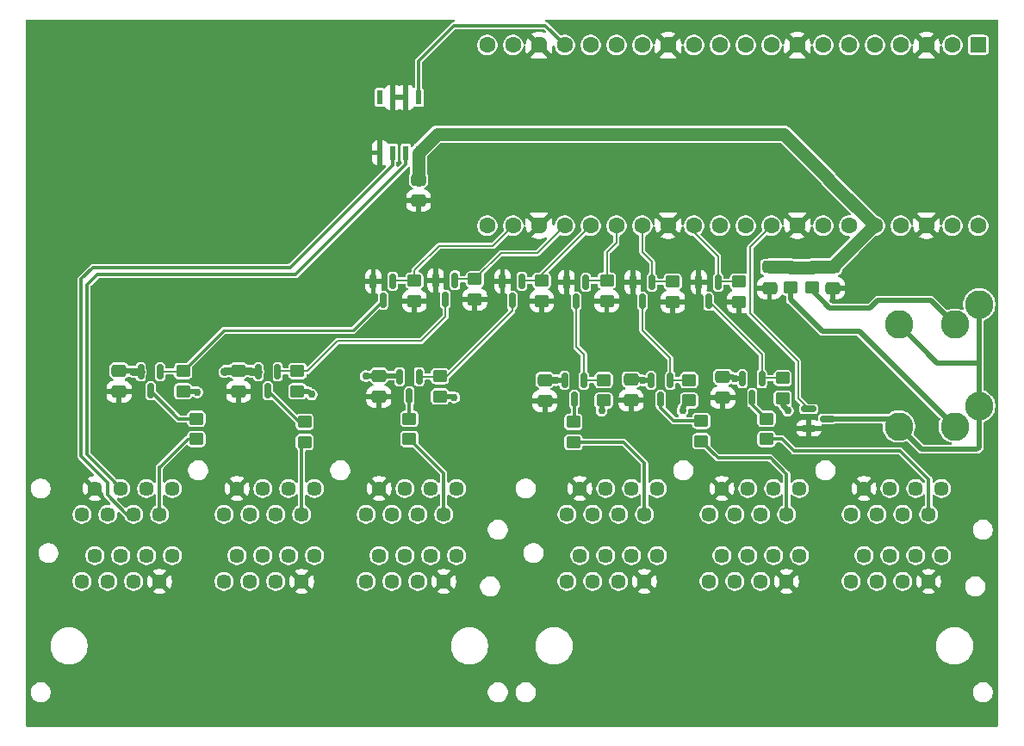
<source format=gtl>
%TF.GenerationSoftware,KiCad,Pcbnew,9.0.0*%
%TF.CreationDate,2025-03-16T14:08:25-07:00*%
%TF.ProjectId,elan_interface,656c616e-5f69-46e7-9465-72666163652e,rev?*%
%TF.SameCoordinates,Original*%
%TF.FileFunction,Copper,L1,Top*%
%TF.FilePolarity,Positive*%
%FSLAX46Y46*%
G04 Gerber Fmt 4.6, Leading zero omitted, Abs format (unit mm)*
G04 Created by KiCad (PCBNEW 9.0.0) date 2025-03-16 14:08:25*
%MOMM*%
%LPD*%
G01*
G04 APERTURE LIST*
G04 Aperture macros list*
%AMRoundRect*
0 Rectangle with rounded corners*
0 $1 Rounding radius*
0 $2 $3 $4 $5 $6 $7 $8 $9 X,Y pos of 4 corners*
0 Add a 4 corners polygon primitive as box body*
4,1,4,$2,$3,$4,$5,$6,$7,$8,$9,$2,$3,0*
0 Add four circle primitives for the rounded corners*
1,1,$1+$1,$2,$3*
1,1,$1+$1,$4,$5*
1,1,$1+$1,$6,$7*
1,1,$1+$1,$8,$9*
0 Add four rect primitives between the rounded corners*
20,1,$1+$1,$2,$3,$4,$5,0*
20,1,$1+$1,$4,$5,$6,$7,0*
20,1,$1+$1,$6,$7,$8,$9,0*
20,1,$1+$1,$8,$9,$2,$3,0*%
%AMFreePoly0*
4,1,37,0.603843,0.796157,0.639018,0.796157,0.711114,0.766294,0.766294,0.711114,0.796157,0.639018,0.796157,0.603843,0.800000,0.600000,0.800000,-0.600000,0.796157,-0.603843,0.796157,-0.639018,0.766294,-0.711114,0.711114,-0.766294,0.639018,-0.796157,0.603843,-0.796157,0.600000,-0.800000,0.000000,-0.800000,0.000000,-0.796148,-0.078414,-0.796148,-0.232228,-0.765552,-0.377117,-0.705537,
-0.507515,-0.618408,-0.618408,-0.507515,-0.705537,-0.377117,-0.765552,-0.232228,-0.796148,-0.078414,-0.796148,0.078414,-0.765552,0.232228,-0.705537,0.377117,-0.618408,0.507515,-0.507515,0.618408,-0.377117,0.705537,-0.232228,0.765552,-0.078414,0.796148,0.000000,0.796148,0.000000,0.800000,0.600000,0.800000,0.603843,0.796157,0.603843,0.796157,$1*%
%AMFreePoly1*
4,1,37,0.000000,0.796148,0.078414,0.796148,0.232228,0.765552,0.377117,0.705537,0.507515,0.618408,0.618408,0.507515,0.705537,0.377117,0.765552,0.232228,0.796148,0.078414,0.796148,-0.078414,0.765552,-0.232228,0.705537,-0.377117,0.618408,-0.507515,0.507515,-0.618408,0.377117,-0.705537,0.232228,-0.765552,0.078414,-0.796148,0.000000,-0.796148,0.000000,-0.800000,-0.600000,-0.800000,
-0.603843,-0.796157,-0.639018,-0.796157,-0.711114,-0.766294,-0.766294,-0.711114,-0.796157,-0.639018,-0.796157,-0.603843,-0.800000,-0.600000,-0.800000,0.600000,-0.796157,0.603843,-0.796157,0.639018,-0.766294,0.711114,-0.711114,0.766294,-0.639018,0.796157,-0.603843,0.796157,-0.600000,0.800000,0.000000,0.800000,0.000000,0.796148,0.000000,0.796148,$1*%
G04 Aperture macros list end*
%TA.AperFunction,SMDPad,CuDef*%
%ADD10RoundRect,0.150000X-0.150000X0.587500X-0.150000X-0.587500X0.150000X-0.587500X0.150000X0.587500X0*%
%TD*%
%TA.AperFunction,SMDPad,CuDef*%
%ADD11RoundRect,0.250000X0.450000X-0.350000X0.450000X0.350000X-0.450000X0.350000X-0.450000X-0.350000X0*%
%TD*%
%TA.AperFunction,SMDPad,CuDef*%
%ADD12RoundRect,0.250000X-0.475000X0.337500X-0.475000X-0.337500X0.475000X-0.337500X0.475000X0.337500X0*%
%TD*%
%TA.AperFunction,ComponentPad*%
%ADD13RoundRect,0.200000X-0.600000X0.600000X-0.600000X-0.600000X0.600000X-0.600000X0.600000X0.600000X0*%
%TD*%
%TA.AperFunction,ComponentPad*%
%ADD14C,1.600000*%
%TD*%
%TA.AperFunction,ComponentPad*%
%ADD15FreePoly0,270.000000*%
%TD*%
%TA.AperFunction,ComponentPad*%
%ADD16FreePoly1,270.000000*%
%TD*%
%TA.AperFunction,ComponentPad*%
%ADD17C,2.800000*%
%TD*%
%TA.AperFunction,SMDPad,CuDef*%
%ADD18RoundRect,0.250000X-0.450000X0.350000X-0.450000X-0.350000X0.450000X-0.350000X0.450000X0.350000X0*%
%TD*%
%TA.AperFunction,SMDPad,CuDef*%
%ADD19R,0.558800X1.460500*%
%TD*%
%TA.AperFunction,ComponentPad*%
%ADD20C,1.450000*%
%TD*%
%TA.AperFunction,SMDPad,CuDef*%
%ADD21RoundRect,0.150000X-0.587500X-0.150000X0.587500X-0.150000X0.587500X0.150000X-0.587500X0.150000X0*%
%TD*%
%TA.AperFunction,ViaPad*%
%ADD22C,0.750000*%
%TD*%
%TA.AperFunction,Conductor*%
%ADD23C,0.203200*%
%TD*%
%TA.AperFunction,Conductor*%
%ADD24C,0.250000*%
%TD*%
%TA.AperFunction,Conductor*%
%ADD25C,0.304800*%
%TD*%
%TA.AperFunction,Conductor*%
%ADD26C,0.508000*%
%TD*%
%TA.AperFunction,Conductor*%
%ADD27C,0.762000*%
%TD*%
%TA.AperFunction,Conductor*%
%ADD28C,1.270000*%
%TD*%
G04 APERTURE END LIST*
D10*
%TO.P,Q2,1,G*%
%TO.N,Net-(Q1-D)*%
X178550000Y-80562500D03*
%TO.P,Q2,2,S*%
%TO.N,+12V*%
X176650000Y-80562500D03*
%TO.P,Q2,3,D*%
%TO.N,Net-(Q2-D)*%
X177600000Y-82437500D03*
%TD*%
D11*
%TO.P,R16,1*%
%TO.N,GND*%
X144400000Y-72900000D03*
%TO.P,R16,2*%
%TO.N,/Level Shifter2/in*%
X144400000Y-70900000D03*
%TD*%
D12*
%TO.P,C7,1*%
%TO.N,+12V*%
X127100000Y-79762500D03*
%TO.P,C7,2*%
%TO.N,GND*%
X127100000Y-81837500D03*
%TD*%
D10*
%TO.P,Q6,1,G*%
%TO.N,Net-(Q5-D)*%
X169550000Y-80725000D03*
%TO.P,Q6,2,S*%
%TO.N,+12V*%
X167650000Y-80725000D03*
%TO.P,Q6,3,D*%
%TO.N,Net-(Q6-D)*%
X168600000Y-82600000D03*
%TD*%
D11*
%TO.P,R17,1*%
%TO.N,GND*%
X169800000Y-73000000D03*
%TO.P,R17,2*%
%TO.N,/Level Shifter3/in*%
X169800000Y-71000000D03*
%TD*%
D10*
%TO.P,Q4,1,G*%
%TO.N,Net-(Q3-D)*%
X119400000Y-79862500D03*
%TO.P,Q4,2,S*%
%TO.N,+12V*%
X117500000Y-79862500D03*
%TO.P,Q4,3,D*%
%TO.N,Net-(Q4-D)*%
X118450000Y-81737500D03*
%TD*%
D11*
%TO.P,R20,1*%
%TO.N,GND*%
X156900000Y-72900000D03*
%TO.P,R20,2*%
%TO.N,/Level Shifter6/in*%
X156900000Y-70900000D03*
%TD*%
D13*
%TO.P,U1,1,GPIO0*%
%TO.N,unconnected-(U1-GPIO0-Pad1)*%
X199820000Y-47720000D03*
D14*
%TO.P,U1,2,GPIO1*%
%TO.N,unconnected-(U1-GPIO1-Pad2)*%
X197280000Y-47720000D03*
D15*
%TO.P,U1,3,GND*%
%TO.N,GND*%
X194740000Y-47720000D03*
D14*
%TO.P,U1,4,GPIO2*%
%TO.N,unconnected-(U1-GPIO2-Pad4)*%
X192200000Y-47720000D03*
%TO.P,U1,5,GPIO3*%
%TO.N,unconnected-(U1-GPIO3-Pad5)*%
X189660000Y-47720000D03*
%TO.P,U1,6,GPIO4*%
%TO.N,unconnected-(U1-GPIO4-Pad6)*%
X187120000Y-47720000D03*
%TO.P,U1,7,GPIO5*%
%TO.N,unconnected-(U1-GPIO5-Pad7)*%
X184580000Y-47720000D03*
D15*
%TO.P,U1,8,GND*%
%TO.N,GND*%
X182040000Y-47720000D03*
D14*
%TO.P,U1,9,GPIO6*%
%TO.N,unconnected-(U1-GPIO6-Pad9)*%
X179500000Y-47720000D03*
%TO.P,U1,10,GPIO7*%
%TO.N,unconnected-(U1-GPIO7-Pad10)*%
X176960000Y-47720000D03*
%TO.P,U1,11,GPIO8*%
%TO.N,unconnected-(U1-GPIO8-Pad11)*%
X174420000Y-47720000D03*
%TO.P,U1,12,GPIO9*%
%TO.N,unconnected-(U1-GPIO9-Pad12)*%
X171880000Y-47720000D03*
D15*
%TO.P,U1,13,GND*%
%TO.N,GND*%
X169340000Y-47720000D03*
D14*
%TO.P,U1,14,GPIO10*%
%TO.N,unconnected-(U1-GPIO10-Pad14)*%
X166800000Y-47720000D03*
%TO.P,U1,15,GPIO11*%
%TO.N,unconnected-(U1-GPIO11-Pad15)*%
X164260000Y-47720000D03*
%TO.P,U1,16,GPIO12*%
%TO.N,unconnected-(U1-GPIO12-Pad16)*%
X161720000Y-47720000D03*
%TO.P,U1,17,GPIO13*%
%TO.N,Net-(U1-GPIO13)*%
X159180000Y-47720000D03*
D15*
%TO.P,U1,18,GND*%
%TO.N,GND*%
X156640000Y-47720000D03*
D14*
%TO.P,U1,19,GPIO14*%
%TO.N,unconnected-(U1-GPIO14-Pad19)*%
X154100000Y-47720000D03*
%TO.P,U1,20,GPIO15*%
%TO.N,unconnected-(U1-GPIO15-Pad20)*%
X151560000Y-47720000D03*
%TO.P,U1,21,GPIO16*%
%TO.N,unconnected-(U1-GPIO16-Pad21)*%
X151560000Y-65500000D03*
%TO.P,U1,22,GPIO17*%
%TO.N,/Level Shifter2/in*%
X154100000Y-65500000D03*
D16*
%TO.P,U1,23,GND*%
%TO.N,GND*%
X156640000Y-65500000D03*
D14*
%TO.P,U1,24,GPIO18*%
%TO.N,/Level Shifter4/in*%
X159180000Y-65500000D03*
%TO.P,U1,25,GPIO19*%
%TO.N,/Level Shifter6/in*%
X161720000Y-65500000D03*
%TO.P,U1,26,GPIO20*%
%TO.N,/Level Shifter5/in*%
X164260000Y-65500000D03*
%TO.P,U1,27,GPIO21*%
%TO.N,/Level Shifter3/in*%
X166800000Y-65500000D03*
D16*
%TO.P,U1,28,GND*%
%TO.N,GND*%
X169340000Y-65500000D03*
D14*
%TO.P,U1,29,GPIO22*%
%TO.N,/Level Shifter1/in*%
X171880000Y-65500000D03*
%TO.P,U1,30,RUN*%
%TO.N,unconnected-(U1-RUN-Pad30)*%
X174420000Y-65500000D03*
%TO.P,U1,31,GPIO26_ADC0*%
%TO.N,unconnected-(U1-GPIO26_ADC0-Pad31)*%
X176960000Y-65500000D03*
%TO.P,U1,32,GPIO27_ADC1*%
%TO.N,Net-(Q13-G)*%
X179500000Y-65500000D03*
D16*
%TO.P,U1,33,AGND*%
%TO.N,GND*%
X182040000Y-65500000D03*
D14*
%TO.P,U1,34,GPIO28_ADC2*%
%TO.N,unconnected-(U1-GPIO28_ADC2-Pad34)*%
X184580000Y-65500000D03*
%TO.P,U1,35,ADC_VREF*%
%TO.N,unconnected-(U1-ADC_VREF-Pad35)*%
X187120000Y-65500000D03*
%TO.P,U1,36,3V3*%
%TO.N,+3.3V*%
X189660000Y-65500000D03*
%TO.P,U1,37,3V3_EN*%
%TO.N,unconnected-(U1-3V3_EN-Pad37)*%
X192200000Y-65500000D03*
D16*
%TO.P,U1,38,GND*%
%TO.N,GND*%
X194740000Y-65500000D03*
D14*
%TO.P,U1,39,VSYS*%
%TO.N,unconnected-(U1-VSYS-Pad39)*%
X197280000Y-65500000D03*
%TO.P,U1,40,VBUS*%
%TO.N,unconnected-(U1-VBUS-Pad40)*%
X199820000Y-65500000D03*
%TD*%
D17*
%TO.P,J2,R*%
%TO.N,Net-(Q13-D)*%
X192020000Y-85250000D03*
%TO.P,J2,S*%
X199920000Y-83250000D03*
%TO.P,J2,T*%
%TO.N,Net-(J2-PadT)*%
X197520000Y-85250000D03*
%TD*%
D10*
%TO.P,Q9,1,G*%
%TO.N,/Level Shifter5/in*%
X161250000Y-71062500D03*
%TO.P,Q9,2,S*%
%TO.N,GND*%
X159350000Y-71062500D03*
%TO.P,Q9,3,D*%
%TO.N,Net-(Q10-G)*%
X160300000Y-72937500D03*
%TD*%
D18*
%TO.P,R4,1*%
%TO.N,Net-(Q4-D)*%
X122950000Y-84500000D03*
%TO.P,R4,2*%
%TO.N,/Level Shifter2/out*%
X122950000Y-86500000D03*
%TD*%
%TO.P,R11,1*%
%TO.N,Net-(Q11-D)*%
X146900000Y-80300000D03*
%TO.P,R11,2*%
%TO.N,+12V*%
X146900000Y-82300000D03*
%TD*%
D12*
%TO.P,C1,1*%
%TO.N,+3.3V*%
X144800000Y-60962500D03*
%TO.P,C1,2*%
%TO.N,GND*%
X144800000Y-63037500D03*
%TD*%
D18*
%TO.P,R9,1*%
%TO.N,Net-(Q10-G)*%
X163000000Y-80700000D03*
%TO.P,R9,2*%
%TO.N,+12V*%
X163000000Y-82700000D03*
%TD*%
%TO.P,R2,1*%
%TO.N,Net-(Q2-D)*%
X179000000Y-84500000D03*
%TO.P,R2,2*%
%TO.N,/Level Shifter1/out*%
X179000000Y-86500000D03*
%TD*%
D10*
%TO.P,Q8,1,G*%
%TO.N,Net-(Q7-D)*%
X130950000Y-79862500D03*
%TO.P,Q8,2,S*%
%TO.N,+12V*%
X129050000Y-79862500D03*
%TO.P,Q8,3,D*%
%TO.N,Net-(Q8-D)*%
X130000000Y-81737500D03*
%TD*%
D12*
%TO.P,C6,1*%
%TO.N,+12V*%
X165700000Y-80625000D03*
%TO.P,C6,2*%
%TO.N,GND*%
X165700000Y-82700000D03*
%TD*%
D18*
%TO.P,R5,1*%
%TO.N,Net-(Q5-D)*%
X171400000Y-80700000D03*
%TO.P,R5,2*%
%TO.N,+12V*%
X171400000Y-82700000D03*
%TD*%
%TO.P,R13,1*%
%TO.N,+3.3V*%
X183450000Y-69600000D03*
%TO.P,R13,2*%
%TO.N,Net-(J1-PadT)*%
X183450000Y-71600000D03*
%TD*%
%TO.P,R3,1*%
%TO.N,Net-(Q3-D)*%
X121650000Y-79800000D03*
%TO.P,R3,2*%
%TO.N,+12V*%
X121650000Y-81800000D03*
%TD*%
D10*
%TO.P,Q10,1,G*%
%TO.N,Net-(Q10-G)*%
X161050000Y-80725000D03*
%TO.P,Q10,2,S*%
%TO.N,+12V*%
X159150000Y-80725000D03*
%TO.P,Q10,3,D*%
%TO.N,Net-(Q10-D)*%
X160100000Y-82600000D03*
%TD*%
%TO.P,Q7,1,G*%
%TO.N,/Level Shifter4/in*%
X148384750Y-70859750D03*
%TO.P,Q7,2,S*%
%TO.N,GND*%
X146484750Y-70859750D03*
%TO.P,Q7,3,D*%
%TO.N,Net-(Q7-D)*%
X147434750Y-72734750D03*
%TD*%
D12*
%TO.P,C5,1*%
%TO.N,+12V*%
X115350000Y-79762500D03*
%TO.P,C5,2*%
%TO.N,GND*%
X115350000Y-81837500D03*
%TD*%
D18*
%TO.P,R6,1*%
%TO.N,Net-(Q6-D)*%
X172600000Y-84700000D03*
%TO.P,R6,2*%
%TO.N,/Level Shifter3/out*%
X172600000Y-86700000D03*
%TD*%
D12*
%TO.P,C10,1*%
%TO.N,+3.3V*%
X179300000Y-69562500D03*
%TO.P,C10,2*%
%TO.N,GND*%
X179300000Y-71637500D03*
%TD*%
D10*
%TO.P,Q5,1,G*%
%TO.N,/Level Shifter3/in*%
X167750000Y-71062500D03*
%TO.P,Q5,2,S*%
%TO.N,GND*%
X165850000Y-71062500D03*
%TO.P,Q5,3,D*%
%TO.N,Net-(Q5-D)*%
X166800000Y-72937500D03*
%TD*%
D12*
%TO.P,C9,1*%
%TO.N,+12V*%
X140900000Y-80262500D03*
%TO.P,C9,2*%
%TO.N,GND*%
X140900000Y-82337500D03*
%TD*%
D19*
%TO.P,U2,1,RO*%
%TO.N,Net-(U1-GPIO13)*%
X144805000Y-52875850D03*
%TO.P,U2,2,~{RE}*%
%TO.N,GND*%
X143535000Y-52875850D03*
%TO.P,U2,3,DE*%
X142265000Y-52875850D03*
%TO.P,U2,4,DI*%
%TO.N,unconnected-(U2-DI-Pad4)*%
X140995000Y-52875850D03*
%TO.P,U2,5,GND*%
%TO.N,GND*%
X140995000Y-58324150D03*
%TO.P,U2,6,A*%
%TO.N,/rj45S/485+*%
X142265000Y-58324150D03*
%TO.P,U2,7,B*%
%TO.N,/rj45S/485-*%
X143535000Y-58324150D03*
%TO.P,U2,8,VCC*%
%TO.N,+3.3V*%
X144805000Y-58324150D03*
%TD*%
D12*
%TO.P,C11,1*%
%TO.N,+3.3V*%
X185500000Y-69562500D03*
%TO.P,C11,2*%
%TO.N,GND*%
X185500000Y-71637500D03*
%TD*%
D10*
%TO.P,Q12,1,G*%
%TO.N,Net-(Q11-D)*%
X144850000Y-80362500D03*
%TO.P,Q12,2,S*%
%TO.N,+12V*%
X142950000Y-80362500D03*
%TO.P,Q12,3,D*%
%TO.N,Net-(Q12-D)*%
X143900000Y-82237500D03*
%TD*%
D11*
%TO.P,R19,1*%
%TO.N,GND*%
X163300000Y-72900000D03*
%TO.P,R19,2*%
%TO.N,/Level Shifter5/in*%
X163300000Y-70900000D03*
%TD*%
D10*
%TO.P,Q1,1,G*%
%TO.N,/Level Shifter1/in*%
X174250000Y-71062500D03*
%TO.P,Q1,2,S*%
%TO.N,GND*%
X172350000Y-71062500D03*
%TO.P,Q1,3,D*%
%TO.N,Net-(Q1-D)*%
X173300000Y-72937500D03*
%TD*%
D12*
%TO.P,C8,1*%
%TO.N,+12V*%
X157220000Y-80675000D03*
%TO.P,C8,2*%
%TO.N,GND*%
X157220000Y-82750000D03*
%TD*%
D18*
%TO.P,R7,1*%
%TO.N,Net-(Q7-D)*%
X132900000Y-79800000D03*
%TO.P,R7,2*%
%TO.N,+12V*%
X132900000Y-81800000D03*
%TD*%
D12*
%TO.P,C2,1*%
%TO.N,+12V*%
X174700000Y-80362500D03*
%TO.P,C2,2*%
%TO.N,GND*%
X174700000Y-82437500D03*
%TD*%
D17*
%TO.P,J1,R*%
%TO.N,Net-(Q13-D)*%
X192020000Y-75250000D03*
%TO.P,J1,S*%
X199920000Y-73250000D03*
%TO.P,J1,T*%
%TO.N,Net-(J1-PadT)*%
X197520000Y-75250000D03*
%TD*%
D20*
%TO.P,C3,1,A1*%
%TO.N,unconnected-(C3A-A1-Pad1)*%
X148535000Y-91360000D03*
%TO.P,C3,2,A2*%
%TO.N,/Level Shifter6/out*%
X147265000Y-93900000D03*
%TO.P,C3,3,A3*%
%TO.N,unconnected-(C3A-A3-Pad3)*%
X145995000Y-91360000D03*
%TO.P,C3,4,A4*%
%TO.N,Net-(C3A-A4)*%
X144725000Y-93900000D03*
%TO.P,C3,5,A5*%
%TO.N,Net-(C3A-A5)*%
X143455000Y-91360000D03*
%TO.P,C3,6,A6*%
%TO.N,+12V*%
X142185000Y-93900000D03*
%TO.P,C3,7,A7*%
%TO.N,GND*%
X140915000Y-91360000D03*
%TO.P,C3,8,A8*%
%TO.N,unconnected-(C3A-A8-Pad8)*%
X139645000Y-93900000D03*
%TO.P,C3,9,B1*%
%TO.N,unconnected-(C3B-B1-Pad9)*%
X134565000Y-91360000D03*
%TO.P,C3,10,B2*%
%TO.N,/Level Shifter4/out*%
X133295000Y-93900000D03*
%TO.P,C3,11,B3*%
%TO.N,unconnected-(C3B-B3-Pad11)*%
X132025000Y-91360000D03*
%TO.P,C3,12,B4*%
%TO.N,Net-(C3B-B4)*%
X130755000Y-93900000D03*
%TO.P,C3,13,B5*%
%TO.N,Net-(C3B-B5)*%
X129485000Y-91360000D03*
%TO.P,C3,14,B6*%
%TO.N,+12V*%
X128215000Y-93900000D03*
%TO.P,C3,15,B7*%
%TO.N,GND*%
X126945000Y-91360000D03*
%TO.P,C3,16,B8*%
%TO.N,unconnected-(C3B-B8-Pad16)*%
X125675000Y-93900000D03*
%TO.P,C3,17,C1*%
%TO.N,unconnected-(C3C-C1-Pad17)*%
X120595000Y-91360000D03*
%TO.P,C3,18,C2*%
%TO.N,/Level Shifter2/out*%
X119325000Y-93900000D03*
%TO.P,C3,19,C3*%
%TO.N,unconnected-(C3C-C3-Pad19)*%
X118055000Y-91360000D03*
%TO.P,C3,20,C4*%
%TO.N,/rj45S/485+*%
X116785000Y-93900000D03*
%TO.P,C3,21,C5*%
%TO.N,/rj45S/485-*%
X115515000Y-91360000D03*
%TO.P,C3,22,C6*%
%TO.N,+12V*%
X114245000Y-93900000D03*
%TO.P,C3,23,C7*%
%TO.N,GND*%
X112975000Y-91360000D03*
%TO.P,C3,24,C8*%
%TO.N,unconnected-(C3C-C8-Pad24)*%
X111705000Y-93900000D03*
%TO.P,C3,25,D1*%
%TO.N,unconnected-(C3D-D1-Pad25)*%
X111705000Y-100500000D03*
%TO.P,C3,26,D2*%
%TO.N,/Level Shifter2/out*%
X112975000Y-97960000D03*
%TO.P,C3,27,D3*%
%TO.N,unconnected-(C3D-D3-Pad27)*%
X114245000Y-100500000D03*
%TO.P,C3,28,D4*%
%TO.N,/rj45S/485+*%
X115515000Y-97960000D03*
%TO.P,C3,29,D5*%
%TO.N,/rj45S/485-*%
X116785000Y-100500000D03*
%TO.P,C3,30,D6*%
%TO.N,+12V*%
X118055000Y-97960000D03*
%TO.P,C3,31,D7*%
%TO.N,GND*%
X119325000Y-100500000D03*
%TO.P,C3,32,D8*%
%TO.N,unconnected-(C3D-D8-Pad32)*%
X120595000Y-97960000D03*
%TO.P,C3,33,E1*%
%TO.N,unconnected-(C3E-E1-Pad33)*%
X125675000Y-100500000D03*
%TO.P,C3,34,E2*%
%TO.N,/Level Shifter4/out*%
X126945000Y-97960000D03*
%TO.P,C3,35,E3*%
%TO.N,unconnected-(C3E-E3-Pad35)*%
X128215000Y-100500000D03*
%TO.P,C3,36,E4*%
%TO.N,Net-(C3B-B4)*%
X129485000Y-97960000D03*
%TO.P,C3,37,E5*%
%TO.N,Net-(C3B-B5)*%
X130755000Y-100500000D03*
%TO.P,C3,38,E6*%
%TO.N,+12V*%
X132025000Y-97960000D03*
%TO.P,C3,39,E7*%
%TO.N,GND*%
X133295000Y-100500000D03*
%TO.P,C3,40,E8*%
%TO.N,unconnected-(C3E-E8-Pad40)*%
X134565000Y-97960000D03*
%TO.P,C3,41,F1*%
%TO.N,unconnected-(C3F-F1-Pad41)*%
X139645000Y-100500000D03*
%TO.P,C3,42,F2*%
%TO.N,/Level Shifter6/out*%
X140915000Y-97960000D03*
%TO.P,C3,43,F3*%
%TO.N,unconnected-(C3F-F3-Pad43)*%
X142185000Y-100500000D03*
%TO.P,C3,44,F4*%
%TO.N,Net-(C3A-A4)*%
X143455000Y-97960000D03*
%TO.P,C3,45,F5*%
%TO.N,Net-(C3A-A5)*%
X144725000Y-100500000D03*
%TO.P,C3,46,F6*%
%TO.N,+12V*%
X145995000Y-97960000D03*
%TO.P,C3,47,F7*%
%TO.N,GND*%
X147265000Y-100500000D03*
%TO.P,C3,48,F8*%
%TO.N,unconnected-(C3F-F8-Pad48)*%
X148535000Y-97960000D03*
%TD*%
D10*
%TO.P,Q3,1,G*%
%TO.N,/Level Shifter2/in*%
X142250000Y-70962500D03*
%TO.P,Q3,2,S*%
%TO.N,GND*%
X140350000Y-70962500D03*
%TO.P,Q3,3,D*%
%TO.N,Net-(Q3-D)*%
X141300000Y-72837500D03*
%TD*%
D11*
%TO.P,R15,1*%
%TO.N,GND*%
X176300000Y-73000000D03*
%TO.P,R15,2*%
%TO.N,/Level Shifter1/in*%
X176300000Y-71000000D03*
%TD*%
%TO.P,R18,1*%
%TO.N,GND*%
X150334750Y-72765250D03*
%TO.P,R18,2*%
%TO.N,/Level Shifter4/in*%
X150334750Y-70765250D03*
%TD*%
D18*
%TO.P,R8,1*%
%TO.N,Net-(Q8-D)*%
X133600000Y-84800000D03*
%TO.P,R8,2*%
%TO.N,/Level Shifter4/out*%
X133600000Y-86800000D03*
%TD*%
%TO.P,R1,1*%
%TO.N,Net-(Q1-D)*%
X180600000Y-80500000D03*
%TO.P,R1,2*%
%TO.N,+12V*%
X180600000Y-82500000D03*
%TD*%
D21*
%TO.P,Q13,1,G*%
%TO.N,Net-(Q13-G)*%
X183162500Y-83550000D03*
%TO.P,Q13,2,S*%
%TO.N,GND*%
X183162500Y-85450000D03*
%TO.P,Q13,3,D*%
%TO.N,Net-(Q13-D)*%
X185037500Y-84500000D03*
%TD*%
D18*
%TO.P,R10,1*%
%TO.N,Net-(Q10-D)*%
X160020000Y-84812500D03*
%TO.P,R10,2*%
%TO.N,/Level Shifter5/out*%
X160020000Y-86812500D03*
%TD*%
%TO.P,R14,1*%
%TO.N,+3.3V*%
X181400000Y-69600000D03*
%TO.P,R14,2*%
%TO.N,Net-(J2-PadT)*%
X181400000Y-71600000D03*
%TD*%
%TO.P,R12,1*%
%TO.N,Net-(Q12-D)*%
X143900000Y-84500000D03*
%TO.P,R12,2*%
%TO.N,/Level Shifter6/out*%
X143900000Y-86500000D03*
%TD*%
D10*
%TO.P,Q11,1,G*%
%TO.N,/Level Shifter6/in*%
X154950000Y-70962500D03*
%TO.P,Q11,2,S*%
%TO.N,GND*%
X153050000Y-70962500D03*
%TO.P,Q11,3,D*%
%TO.N,Net-(Q11-D)*%
X154000000Y-72837500D03*
%TD*%
D20*
%TO.P,C4,1,A1*%
%TO.N,unconnected-(C4A-A1-Pad1)*%
X196220000Y-91360000D03*
%TO.P,C4,2,A2*%
%TO.N,/Level Shifter1/out*%
X194950000Y-93900000D03*
%TO.P,C4,3,A3*%
%TO.N,unconnected-(C4A-A3-Pad3)*%
X193680000Y-91360000D03*
%TO.P,C4,4,A4*%
%TO.N,Net-(C4A-A4)*%
X192410000Y-93900000D03*
%TO.P,C4,5,A5*%
%TO.N,Net-(C4A-A5)*%
X191140000Y-91360000D03*
%TO.P,C4,6,A6*%
%TO.N,+12V*%
X189870000Y-93900000D03*
%TO.P,C4,7,A7*%
%TO.N,GND*%
X188600000Y-91360000D03*
%TO.P,C4,8,A8*%
%TO.N,unconnected-(C4A-A8-Pad8)*%
X187330000Y-93900000D03*
%TO.P,C4,9,B1*%
%TO.N,unconnected-(C4B-B1-Pad9)*%
X182250000Y-91360000D03*
%TO.P,C4,10,B2*%
%TO.N,/Level Shifter3/out*%
X180980000Y-93900000D03*
%TO.P,C4,11,B3*%
%TO.N,unconnected-(C4B-B3-Pad11)*%
X179710000Y-91360000D03*
%TO.P,C4,12,B4*%
%TO.N,Net-(C4B-B4)*%
X178440000Y-93900000D03*
%TO.P,C4,13,B5*%
%TO.N,Net-(C4B-B5)*%
X177170000Y-91360000D03*
%TO.P,C4,14,B6*%
%TO.N,+12V*%
X175900000Y-93900000D03*
%TO.P,C4,15,B7*%
%TO.N,GND*%
X174630000Y-91360000D03*
%TO.P,C4,16,B8*%
%TO.N,unconnected-(C4B-B8-Pad16)*%
X173360000Y-93900000D03*
%TO.P,C4,17,C1*%
%TO.N,unconnected-(C4C-C1-Pad17)*%
X168280000Y-91360000D03*
%TO.P,C4,18,C2*%
%TO.N,/Level Shifter5/out*%
X167010000Y-93900000D03*
%TO.P,C4,19,C3*%
%TO.N,unconnected-(C4C-C3-Pad19)*%
X165740000Y-91360000D03*
%TO.P,C4,20,C4*%
%TO.N,Net-(C4C-C4)*%
X164470000Y-93900000D03*
%TO.P,C4,21,C5*%
%TO.N,Net-(C4C-C5)*%
X163200000Y-91360000D03*
%TO.P,C4,22,C6*%
%TO.N,+12V*%
X161930000Y-93900000D03*
%TO.P,C4,23,C7*%
%TO.N,GND*%
X160660000Y-91360000D03*
%TO.P,C4,24,C8*%
%TO.N,unconnected-(C4C-C8-Pad24)*%
X159390000Y-93900000D03*
%TO.P,C4,25,D1*%
%TO.N,unconnected-(C4D-D1-Pad25)*%
X159390000Y-100500000D03*
%TO.P,C4,26,D2*%
%TO.N,/Level Shifter5/out*%
X160660000Y-97960000D03*
%TO.P,C4,27,D3*%
%TO.N,unconnected-(C4D-D3-Pad27)*%
X161930000Y-100500000D03*
%TO.P,C4,28,D4*%
%TO.N,Net-(C4C-C4)*%
X163200000Y-97960000D03*
%TO.P,C4,29,D5*%
%TO.N,Net-(C4C-C5)*%
X164470000Y-100500000D03*
%TO.P,C4,30,D6*%
%TO.N,+12V*%
X165740000Y-97960000D03*
%TO.P,C4,31,D7*%
%TO.N,GND*%
X167010000Y-100500000D03*
%TO.P,C4,32,D8*%
%TO.N,unconnected-(C4D-D8-Pad32)*%
X168280000Y-97960000D03*
%TO.P,C4,33,E1*%
%TO.N,unconnected-(C4E-E1-Pad33)*%
X173360000Y-100500000D03*
%TO.P,C4,34,E2*%
%TO.N,/Level Shifter3/out*%
X174630000Y-97960000D03*
%TO.P,C4,35,E3*%
%TO.N,unconnected-(C4E-E3-Pad35)*%
X175900000Y-100500000D03*
%TO.P,C4,36,E4*%
%TO.N,Net-(C4B-B4)*%
X177170000Y-97960000D03*
%TO.P,C4,37,E5*%
%TO.N,Net-(C4B-B5)*%
X178440000Y-100500000D03*
%TO.P,C4,38,E6*%
%TO.N,+12V*%
X179710000Y-97960000D03*
%TO.P,C4,39,E7*%
%TO.N,GND*%
X180980000Y-100500000D03*
%TO.P,C4,40,E8*%
%TO.N,unconnected-(C4E-E8-Pad40)*%
X182250000Y-97960000D03*
%TO.P,C4,41,F1*%
%TO.N,unconnected-(C4F-F1-Pad41)*%
X187330000Y-100500000D03*
%TO.P,C4,42,F2*%
%TO.N,/Level Shifter1/out*%
X188600000Y-97960000D03*
%TO.P,C4,43,F3*%
%TO.N,unconnected-(C4F-F3-Pad43)*%
X189870000Y-100500000D03*
%TO.P,C4,44,F4*%
%TO.N,Net-(C4A-A4)*%
X191140000Y-97960000D03*
%TO.P,C4,45,F5*%
%TO.N,Net-(C4A-A5)*%
X192410000Y-100500000D03*
%TO.P,C4,46,F6*%
%TO.N,+12V*%
X193680000Y-97960000D03*
%TO.P,C4,47,F7*%
%TO.N,GND*%
X194950000Y-100500000D03*
%TO.P,C4,48,F8*%
%TO.N,unconnected-(C4F-F8-Pad48)*%
X196220000Y-97960000D03*
%TD*%
D22*
%TO.N,GND*%
X183100000Y-86800000D03*
X187000000Y-86000000D03*
X185000000Y-86000000D03*
X175500000Y-77800000D03*
X171750000Y-77850000D03*
X166100000Y-77750000D03*
X163050000Y-77800000D03*
X158450000Y-78050000D03*
X155100000Y-78000000D03*
X152350000Y-78050000D03*
X146900000Y-77900000D03*
X126400000Y-77550000D03*
X131950000Y-77700000D03*
X140600000Y-78100000D03*
X138100000Y-78000000D03*
X136300000Y-71750000D03*
X131650000Y-74300000D03*
X121600000Y-75450000D03*
X108700000Y-74800000D03*
X115350000Y-75400000D03*
%TO.N,+12V*%
X170750000Y-83700000D03*
X134300000Y-82100000D03*
X139600000Y-80300000D03*
X162800000Y-83700000D03*
X125700000Y-79900000D03*
X148300000Y-82400000D03*
X181100000Y-83700000D03*
X116650000Y-79862500D03*
X128200000Y-79762500D03*
X158300000Y-80700000D03*
X166800000Y-80725000D03*
X175900000Y-80562500D03*
X123050000Y-81900000D03*
%TO.N,GND*%
X182900000Y-77100000D03*
X169250000Y-52250000D03*
X172400000Y-74950000D03*
X154500000Y-75500000D03*
X195150000Y-70400000D03*
X176200000Y-61050000D03*
X142600000Y-63050000D03*
X114100000Y-58100000D03*
X179950000Y-73500000D03*
X162300000Y-52600000D03*
X144400000Y-74950000D03*
X127200000Y-58800000D03*
X144900000Y-65300000D03*
X150850000Y-74950000D03*
X178650000Y-73500000D03*
X117750000Y-64800000D03*
X193400000Y-52600000D03*
X163400000Y-75150000D03*
X111050000Y-50650000D03*
X148750000Y-75350000D03*
X163650000Y-61250000D03*
X158850000Y-75300000D03*
X147500000Y-63100000D03*
X139350000Y-58500000D03*
X156850000Y-75450000D03*
X169800000Y-75100000D03*
X140400000Y-50750000D03*
X142750000Y-50500000D03*
X185500000Y-52700000D03*
X178400000Y-52550000D03*
X194400000Y-60700000D03*
%TD*%
D23*
%TO.N,Net-(Q7-D)*%
X136850000Y-76850000D02*
X133900000Y-79800000D01*
X145050000Y-76850000D02*
X136850000Y-76850000D01*
X147434750Y-72734750D02*
X147434750Y-74465250D01*
X147434750Y-74465250D02*
X145050000Y-76850000D01*
X133900000Y-79800000D02*
X132900000Y-79800000D01*
D24*
%TO.N,Net-(Q3-D)*%
X138337500Y-75800000D02*
X125650000Y-75800000D01*
X141300000Y-72837500D02*
X138337500Y-75800000D01*
X125650000Y-75800000D02*
X121650000Y-79800000D01*
D25*
%TO.N,/rj45S/485-*%
X114705800Y-90550800D02*
X115515000Y-91360000D01*
X112200000Y-88034690D02*
X114705800Y-90540490D01*
X113200000Y-70300000D02*
X112200000Y-71300000D01*
X132700000Y-70300000D02*
X113200000Y-70300000D01*
X114705800Y-90540490D02*
X114705800Y-90550800D01*
X143535000Y-59465000D02*
X132700000Y-70300000D01*
X112200000Y-71300000D02*
X112200000Y-88034690D01*
X143535000Y-58324150D02*
X143535000Y-59465000D01*
%TO.N,/rj45S/485+*%
X142265000Y-59535000D02*
X142265000Y-58324150D01*
X132200000Y-69600000D02*
X142265000Y-59535000D01*
X111650000Y-70750000D02*
X112800000Y-69600000D01*
X116100000Y-93900000D02*
X114200000Y-92000000D01*
X114200000Y-92000000D02*
X114200000Y-90750000D01*
X111650000Y-88200000D02*
X111650000Y-70750000D01*
X116785000Y-93900000D02*
X116100000Y-93900000D01*
X112800000Y-69600000D02*
X132200000Y-69600000D01*
X114200000Y-90750000D02*
X111650000Y-88200000D01*
D24*
%TO.N,/Level Shifter2/out*%
X122075000Y-86500000D02*
X119325000Y-89250000D01*
X122950000Y-86500000D02*
X122075000Y-86500000D01*
D25*
%TO.N,/Level Shifter1/out*%
X192150000Y-87650000D02*
X194950000Y-90450000D01*
X181700000Y-87650000D02*
X192150000Y-87650000D01*
X194950000Y-90450000D02*
X194950000Y-93900000D01*
X180550000Y-86500000D02*
X181700000Y-87650000D01*
X179000000Y-86500000D02*
X180550000Y-86500000D01*
%TO.N,/Level Shifter3/out*%
X174250000Y-88350000D02*
X172600000Y-86700000D01*
X180980000Y-89930000D02*
X179400000Y-88350000D01*
X180980000Y-93900000D02*
X180980000Y-89930000D01*
X179400000Y-88350000D02*
X174250000Y-88350000D01*
%TO.N,/Level Shifter5/out*%
X164962500Y-86812500D02*
X160020000Y-86812500D01*
X167010000Y-88860000D02*
X164962500Y-86812500D01*
X167010000Y-93900000D02*
X167010000Y-88860000D01*
D26*
%TO.N,+12V*%
X166700000Y-80625000D02*
X166800000Y-80725000D01*
D27*
X127100000Y-79762500D02*
X128200000Y-79762500D01*
D26*
X174700000Y-80362500D02*
X175700000Y-80362500D01*
D27*
X117500000Y-79862500D02*
X116650000Y-79862500D01*
X125837500Y-79762500D02*
X125700000Y-79900000D01*
D26*
X158325000Y-80725000D02*
X158300000Y-80700000D01*
X122950000Y-81800000D02*
X123050000Y-81900000D01*
X140900000Y-80262500D02*
X139637500Y-80262500D01*
X167650000Y-80725000D02*
X166800000Y-80725000D01*
D27*
X129050000Y-79862500D02*
X128300000Y-79862500D01*
D26*
X165700000Y-80625000D02*
X166700000Y-80625000D01*
D27*
X128300000Y-79862500D02*
X128200000Y-79762500D01*
D26*
X162800000Y-83700000D02*
X162800000Y-82900000D01*
X121650000Y-81800000D02*
X122950000Y-81800000D01*
X176650000Y-80562500D02*
X175900000Y-80562500D01*
X158300000Y-80700000D02*
X157245000Y-80700000D01*
X140900000Y-80262500D02*
X142850000Y-80262500D01*
X170750000Y-83350000D02*
X171400000Y-82700000D01*
X180600000Y-82500000D02*
X180600000Y-83200000D01*
X170750000Y-83700000D02*
X170750000Y-83350000D01*
X175700000Y-80362500D02*
X175900000Y-80562500D01*
X139637500Y-80262500D02*
X139600000Y-80300000D01*
X132900000Y-81800000D02*
X134000000Y-81800000D01*
X134000000Y-81800000D02*
X134300000Y-82100000D01*
D27*
X127100000Y-79762500D02*
X125837500Y-79762500D01*
D26*
X148200000Y-82300000D02*
X148300000Y-82400000D01*
X142850000Y-80262500D02*
X142950000Y-80362500D01*
X116550000Y-79762500D02*
X116650000Y-79862500D01*
X115350000Y-79762500D02*
X116550000Y-79762500D01*
X180600000Y-83200000D02*
X181100000Y-83700000D01*
X159150000Y-80725000D02*
X158325000Y-80725000D01*
X146900000Y-82300000D02*
X148200000Y-82300000D01*
D28*
%TO.N,+3.3V*%
X185122500Y-60922500D02*
X180700000Y-56500000D01*
X179300000Y-69562500D02*
X181362500Y-69562500D01*
X144805000Y-58324150D02*
X144805000Y-60957500D01*
X180700000Y-56500000D02*
X146629150Y-56500000D01*
X146629150Y-56500000D02*
X144805000Y-58324150D01*
X189660000Y-65500000D02*
X185122500Y-60962500D01*
X183450000Y-69600000D02*
X181400000Y-69600000D01*
X185500000Y-69562500D02*
X183487500Y-69562500D01*
X183487500Y-69562500D02*
X183450000Y-69600000D01*
X189562500Y-65500000D02*
X185500000Y-69562500D01*
X181362500Y-69562500D02*
X181400000Y-69600000D01*
X185122500Y-60962500D02*
X185122500Y-60922500D01*
D23*
%TO.N,/Level Shifter2/in*%
X144400000Y-70900000D02*
X142312500Y-70900000D01*
X144400000Y-69900000D02*
X146800000Y-67500000D01*
X144400000Y-70900000D02*
X144400000Y-69900000D01*
X146800000Y-67500000D02*
X152100000Y-67500000D01*
X152100000Y-67500000D02*
X154100000Y-65500000D01*
%TO.N,Net-(Q1-D)*%
X178550000Y-80562500D02*
X178550000Y-78187500D01*
X173300000Y-72937500D02*
X178550000Y-78187500D01*
X180600000Y-80500000D02*
X178612500Y-80500000D01*
%TO.N,/Level Shifter1/in*%
X174250000Y-71062500D02*
X174250000Y-68550000D01*
X174250000Y-68550000D02*
X171880000Y-66180000D01*
X176300000Y-71000000D02*
X174312500Y-71000000D01*
%TO.N,/Level Shifter3/in*%
X169800000Y-71000000D02*
X167812500Y-71000000D01*
X167750000Y-71062500D02*
X167750000Y-69050000D01*
X166800000Y-68100000D02*
X166800000Y-65500000D01*
X167750000Y-69050000D02*
X166800000Y-68100000D01*
%TO.N,Net-(Q5-D)*%
X166800000Y-75800000D02*
X166800000Y-72937500D01*
X169550000Y-80725000D02*
X169550000Y-78550000D01*
X169550000Y-78550000D02*
X166800000Y-75800000D01*
X171400000Y-80700000D02*
X169575000Y-80700000D01*
%TO.N,/Level Shifter4/in*%
X150334750Y-70765250D02*
X148479250Y-70765250D01*
X150334750Y-70765250D02*
X152900000Y-68200000D01*
X156480000Y-68200000D02*
X159180000Y-65500000D01*
X152900000Y-68200000D02*
X156480000Y-68200000D01*
%TO.N,Net-(Q7-D)*%
X132900000Y-79800000D02*
X131012500Y-79800000D01*
%TO.N,/Level Shifter5/in*%
X163300000Y-68100000D02*
X163300000Y-70900000D01*
X163300000Y-70900000D02*
X161412500Y-70900000D01*
X164260000Y-65500000D02*
X164260000Y-67140000D01*
X164260000Y-67140000D02*
X163300000Y-68100000D01*
%TO.N,Net-(Q10-G)*%
X161050000Y-78150000D02*
X160300000Y-77400000D01*
X160300000Y-77400000D02*
X160300000Y-72937500D01*
X163000000Y-80700000D02*
X161075000Y-80700000D01*
X161050000Y-80725000D02*
X161050000Y-78150000D01*
%TO.N,/Level Shifter6/in*%
X156900000Y-70320000D02*
X161720000Y-65500000D01*
X156900000Y-70900000D02*
X155012500Y-70900000D01*
X156900000Y-70900000D02*
X156900000Y-70320000D01*
%TO.N,Net-(Q11-D)*%
X147600000Y-80300000D02*
X146900000Y-80300000D01*
X154000000Y-73900000D02*
X147600000Y-80300000D01*
X144850000Y-80362500D02*
X146837500Y-80362500D01*
X154000000Y-72837500D02*
X154000000Y-73900000D01*
D25*
%TO.N,/Level Shifter2/out*%
X119325000Y-93900000D02*
X119325000Y-89250000D01*
%TO.N,/Level Shifter4/out*%
X133295000Y-93900000D02*
X133295000Y-87105000D01*
%TO.N,/Level Shifter6/out*%
X147265000Y-89865000D02*
X143900000Y-86500000D01*
X147265000Y-93900000D02*
X147265000Y-89865000D01*
D23*
%TO.N,Net-(Q3-D)*%
X121387500Y-79862500D02*
X119400000Y-79862500D01*
D26*
%TO.N,Net-(Q13-D)*%
X199700000Y-87500000D02*
X199920000Y-87280000D01*
X192020000Y-85250000D02*
X194270000Y-87500000D01*
X192020000Y-75250000D02*
X195770000Y-79000000D01*
X199920000Y-73250000D02*
X199920000Y-79000000D01*
X199920000Y-87280000D02*
X199920000Y-83250000D01*
X185037500Y-84500000D02*
X191270000Y-84500000D01*
X199920000Y-79000000D02*
X199920000Y-83250000D01*
X195770000Y-79000000D02*
X199920000Y-79000000D01*
X194270000Y-87500000D02*
X199700000Y-87500000D01*
%TO.N,Net-(J1-PadT)*%
X195135000Y-72865000D02*
X197520000Y-75250000D01*
X183450000Y-71850000D02*
X185200000Y-73600000D01*
X189935000Y-72865000D02*
X195135000Y-72865000D01*
X185200000Y-73600000D02*
X189200000Y-73600000D01*
X189200000Y-73600000D02*
X189935000Y-72865000D01*
D25*
%TO.N,Net-(U1-GPIO13)*%
X157260000Y-45800000D02*
X148300000Y-45800000D01*
X159180000Y-47720000D02*
X157260000Y-45800000D01*
X144805000Y-49295000D02*
X144805000Y-52875850D01*
X148300000Y-45800000D02*
X144805000Y-49295000D01*
D26*
%TO.N,Net-(J2-PadT)*%
X181400000Y-71600000D02*
X181400000Y-72800000D01*
X181400000Y-72800000D02*
X184500000Y-75900000D01*
X184500000Y-75900000D02*
X188170000Y-75900000D01*
X188170000Y-75900000D02*
X197520000Y-85250000D01*
D23*
%TO.N,Net-(Q13-G)*%
X177400000Y-67600000D02*
X177400000Y-74150000D01*
X182100000Y-82487500D02*
X183162500Y-83550000D01*
X182100000Y-78850000D02*
X182100000Y-82487500D01*
X179500000Y-65500000D02*
X177400000Y-67600000D01*
X177400000Y-74150000D02*
X182100000Y-78850000D01*
D25*
%TO.N,Net-(Q2-D)*%
X177600000Y-82437500D02*
X177600000Y-83100000D01*
X177600000Y-83100000D02*
X179000000Y-84500000D01*
%TO.N,Net-(Q4-D)*%
X121212500Y-84500000D02*
X118450000Y-81737500D01*
X122950000Y-84500000D02*
X121212500Y-84500000D01*
%TO.N,Net-(Q6-D)*%
X168600000Y-83400000D02*
X169900000Y-84700000D01*
X168600000Y-82600000D02*
X168600000Y-83400000D01*
X169900000Y-84700000D02*
X172600000Y-84700000D01*
%TO.N,Net-(Q8-D)*%
X133062500Y-84800000D02*
X130000000Y-81737500D01*
%TO.N,Net-(Q10-D)*%
X160100000Y-82600000D02*
X160100000Y-84732500D01*
%TO.N,Net-(Q12-D)*%
X143900000Y-82237500D02*
X143900000Y-84500000D01*
%TD*%
%TA.AperFunction,Conductor*%
%TO.N,GND*%
G36*
X148301819Y-45220185D02*
G01*
X148347574Y-45272989D01*
X148357518Y-45342147D01*
X148328493Y-45405703D01*
X148269715Y-45443477D01*
X148257163Y-45446129D01*
X148227959Y-45453954D01*
X148163785Y-45471150D01*
X148163783Y-45471150D01*
X148163783Y-45471151D01*
X148083314Y-45517610D01*
X148083311Y-45517612D01*
X144522611Y-49078312D01*
X144522609Y-49078315D01*
X144476150Y-49158785D01*
X144452100Y-49248541D01*
X144452100Y-51790568D01*
X144432415Y-51857607D01*
X144379611Y-51903362D01*
X144310453Y-51913306D01*
X144246897Y-51884281D01*
X144228834Y-51864880D01*
X144171587Y-51788409D01*
X144056493Y-51702249D01*
X144056486Y-51702245D01*
X143921779Y-51652003D01*
X143921772Y-51652001D01*
X143862244Y-51645600D01*
X143785000Y-51645600D01*
X143785000Y-54106100D01*
X143862228Y-54106100D01*
X143862244Y-54106099D01*
X143921772Y-54099698D01*
X143921779Y-54099696D01*
X144056486Y-54049454D01*
X144056493Y-54049450D01*
X144171587Y-53963290D01*
X144171590Y-53963287D01*
X144257750Y-53848193D01*
X144262004Y-53840404D01*
X144263875Y-53841425D01*
X144298559Y-53795078D01*
X144364020Y-53770650D01*
X144432295Y-53785491D01*
X144441776Y-53791230D01*
X144447369Y-53794967D01*
X144447370Y-53794967D01*
X144447370Y-53794968D01*
X144505847Y-53806599D01*
X144505850Y-53806600D01*
X144505852Y-53806600D01*
X145104150Y-53806600D01*
X145104151Y-53806599D01*
X145118968Y-53803652D01*
X145162629Y-53794968D01*
X145162629Y-53794967D01*
X145162631Y-53794967D01*
X145228952Y-53750652D01*
X145273267Y-53684331D01*
X145273267Y-53684329D01*
X145273268Y-53684329D01*
X145284899Y-53625852D01*
X145284900Y-53625850D01*
X145284900Y-52125849D01*
X145284899Y-52125847D01*
X145273268Y-52067370D01*
X145273267Y-52067369D01*
X145228952Y-52001047D01*
X145213007Y-51990393D01*
X145168203Y-51936779D01*
X145157900Y-51887292D01*
X145157900Y-49492538D01*
X145177585Y-49425499D01*
X145194219Y-49404857D01*
X146780533Y-47818543D01*
X150559499Y-47818543D01*
X150597947Y-48011829D01*
X150597950Y-48011839D01*
X150673364Y-48193907D01*
X150673371Y-48193920D01*
X150782860Y-48357781D01*
X150782863Y-48357785D01*
X150922214Y-48497136D01*
X150922218Y-48497139D01*
X151086079Y-48606628D01*
X151086092Y-48606635D01*
X151268160Y-48682049D01*
X151268165Y-48682051D01*
X151268169Y-48682051D01*
X151268170Y-48682052D01*
X151461456Y-48720500D01*
X151461459Y-48720500D01*
X151658543Y-48720500D01*
X151788582Y-48694632D01*
X151851835Y-48682051D01*
X152033914Y-48606632D01*
X152197782Y-48497139D01*
X152337139Y-48357782D01*
X152446632Y-48193914D01*
X152522051Y-48011835D01*
X152546769Y-47887571D01*
X152560500Y-47818543D01*
X152560500Y-47621456D01*
X152522052Y-47428170D01*
X152522051Y-47428169D01*
X152522051Y-47428165D01*
X152481878Y-47331178D01*
X152446635Y-47246092D01*
X152446628Y-47246079D01*
X152337139Y-47082218D01*
X152337136Y-47082214D01*
X152197785Y-46942863D01*
X152197781Y-46942860D01*
X152033920Y-46833371D01*
X152033907Y-46833364D01*
X151851839Y-46757950D01*
X151851829Y-46757947D01*
X151658543Y-46719500D01*
X151658541Y-46719500D01*
X151461459Y-46719500D01*
X151461457Y-46719500D01*
X151268170Y-46757947D01*
X151268160Y-46757950D01*
X151086092Y-46833364D01*
X151086079Y-46833371D01*
X150922218Y-46942860D01*
X150922214Y-46942863D01*
X150782863Y-47082214D01*
X150782860Y-47082218D01*
X150673371Y-47246079D01*
X150673364Y-47246092D01*
X150597950Y-47428160D01*
X150597947Y-47428170D01*
X150559500Y-47621456D01*
X150559500Y-47621459D01*
X150559500Y-47818541D01*
X150559500Y-47818543D01*
X150559499Y-47818543D01*
X146780533Y-47818543D01*
X148409857Y-46189219D01*
X148471180Y-46155734D01*
X148497538Y-46152900D01*
X157062462Y-46152900D01*
X157129501Y-46172585D01*
X157150143Y-46189219D01*
X157271945Y-46311021D01*
X157305430Y-46372344D01*
X157300446Y-46442036D01*
X157258574Y-46497969D01*
X157193110Y-46522386D01*
X157136812Y-46513263D01*
X157066616Y-46484187D01*
X156971864Y-46455444D01*
X156817300Y-46424701D01*
X156718790Y-46415000D01*
X156561210Y-46415000D01*
X156462700Y-46424701D01*
X156462697Y-46424701D01*
X156308135Y-46455444D01*
X156213387Y-46484185D01*
X156067801Y-46544490D01*
X155980493Y-46591158D01*
X155911086Y-46637534D01*
X155911085Y-46637534D01*
X156510589Y-47237037D01*
X156447007Y-47254075D01*
X156332993Y-47319901D01*
X156239901Y-47412993D01*
X156174075Y-47527007D01*
X156157037Y-47590588D01*
X155557534Y-46991085D01*
X155557534Y-46991086D01*
X155511158Y-47060493D01*
X155464490Y-47147801D01*
X155404185Y-47293387D01*
X155375444Y-47388135D01*
X155344701Y-47542697D01*
X155340577Y-47584573D01*
X155314415Y-47649360D01*
X155257380Y-47689719D01*
X155187580Y-47692835D01*
X155127176Y-47657720D01*
X155095557Y-47596609D01*
X155062052Y-47428172D01*
X155062052Y-47428170D01*
X155062051Y-47428165D01*
X155021878Y-47331178D01*
X154986635Y-47246092D01*
X154986628Y-47246079D01*
X154877139Y-47082218D01*
X154877136Y-47082214D01*
X154737785Y-46942863D01*
X154737781Y-46942860D01*
X154573920Y-46833371D01*
X154573907Y-46833364D01*
X154391839Y-46757950D01*
X154391829Y-46757947D01*
X154198543Y-46719500D01*
X154198541Y-46719500D01*
X154001459Y-46719500D01*
X154001457Y-46719500D01*
X153808170Y-46757947D01*
X153808160Y-46757950D01*
X153626092Y-46833364D01*
X153626079Y-46833371D01*
X153462218Y-46942860D01*
X153462214Y-46942863D01*
X153322863Y-47082214D01*
X153322860Y-47082218D01*
X153213371Y-47246079D01*
X153213364Y-47246092D01*
X153137950Y-47428160D01*
X153137947Y-47428170D01*
X153099500Y-47621456D01*
X153099500Y-47621459D01*
X153099500Y-47818541D01*
X153099500Y-47818543D01*
X153099499Y-47818543D01*
X153137947Y-48011829D01*
X153137950Y-48011839D01*
X153213364Y-48193907D01*
X153213371Y-48193920D01*
X153322860Y-48357781D01*
X153322863Y-48357785D01*
X153462214Y-48497136D01*
X153462218Y-48497139D01*
X153626079Y-48606628D01*
X153626092Y-48606635D01*
X153808160Y-48682049D01*
X153808165Y-48682051D01*
X153808169Y-48682051D01*
X153808170Y-48682052D01*
X154001456Y-48720500D01*
X154001459Y-48720500D01*
X154198543Y-48720500D01*
X154328582Y-48694632D01*
X154391835Y-48682051D01*
X154573914Y-48606632D01*
X154737782Y-48497139D01*
X154877139Y-48357782D01*
X154986632Y-48193914D01*
X155062051Y-48011835D01*
X155086769Y-47887571D01*
X155089383Y-47874432D01*
X155121768Y-47812521D01*
X155182484Y-47777946D01*
X155252253Y-47781686D01*
X155308925Y-47822553D01*
X155334506Y-47887571D01*
X155335000Y-47898623D01*
X155335000Y-48359785D01*
X155337893Y-48413762D01*
X155337893Y-48413764D01*
X155373438Y-48553030D01*
X155373442Y-48553043D01*
X155396862Y-48609584D01*
X156157037Y-47849410D01*
X156174075Y-47912993D01*
X156239901Y-48027007D01*
X156332993Y-48120099D01*
X156447007Y-48185925D01*
X156510589Y-48202962D01*
X155750414Y-48963135D01*
X155806960Y-48986557D01*
X155806964Y-48986559D01*
X155857946Y-49004544D01*
X156000219Y-49024999D01*
X156000221Y-49025000D01*
X157279786Y-49025000D01*
X157333762Y-49022106D01*
X157333764Y-49022106D01*
X157473039Y-48986558D01*
X157529584Y-48963136D01*
X157529584Y-48963135D01*
X156769410Y-48202962D01*
X156832993Y-48185925D01*
X156947007Y-48120099D01*
X157040099Y-48027007D01*
X157105925Y-47912993D01*
X157122962Y-47849410D01*
X157883135Y-48609584D01*
X157883136Y-48609584D01*
X157906552Y-48553053D01*
X157924544Y-48502053D01*
X157944999Y-48359780D01*
X157945000Y-48359779D01*
X157945000Y-47898623D01*
X157964685Y-47831584D01*
X158017489Y-47785829D01*
X158086647Y-47775885D01*
X158150203Y-47804910D01*
X158187977Y-47863688D01*
X158190617Y-47874432D01*
X158217947Y-48011827D01*
X158217950Y-48011839D01*
X158293364Y-48193907D01*
X158293371Y-48193920D01*
X158402860Y-48357781D01*
X158402863Y-48357785D01*
X158542214Y-48497136D01*
X158542218Y-48497139D01*
X158706079Y-48606628D01*
X158706092Y-48606635D01*
X158888160Y-48682049D01*
X158888165Y-48682051D01*
X158888169Y-48682051D01*
X158888170Y-48682052D01*
X159081456Y-48720500D01*
X159081459Y-48720500D01*
X159278543Y-48720500D01*
X159408582Y-48694632D01*
X159471835Y-48682051D01*
X159653914Y-48606632D01*
X159817782Y-48497139D01*
X159957139Y-48357782D01*
X160066632Y-48193914D01*
X160142051Y-48011835D01*
X160166769Y-47887571D01*
X160180500Y-47818543D01*
X160719499Y-47818543D01*
X160757947Y-48011829D01*
X160757950Y-48011839D01*
X160833364Y-48193907D01*
X160833371Y-48193920D01*
X160942860Y-48357781D01*
X160942863Y-48357785D01*
X161082214Y-48497136D01*
X161082218Y-48497139D01*
X161246079Y-48606628D01*
X161246092Y-48606635D01*
X161428160Y-48682049D01*
X161428165Y-48682051D01*
X161428169Y-48682051D01*
X161428170Y-48682052D01*
X161621456Y-48720500D01*
X161621459Y-48720500D01*
X161818543Y-48720500D01*
X161948582Y-48694632D01*
X162011835Y-48682051D01*
X162193914Y-48606632D01*
X162357782Y-48497139D01*
X162497139Y-48357782D01*
X162606632Y-48193914D01*
X162682051Y-48011835D01*
X162706769Y-47887571D01*
X162720500Y-47818543D01*
X163259499Y-47818543D01*
X163297947Y-48011829D01*
X163297950Y-48011839D01*
X163373364Y-48193907D01*
X163373371Y-48193920D01*
X163482860Y-48357781D01*
X163482863Y-48357785D01*
X163622214Y-48497136D01*
X163622218Y-48497139D01*
X163786079Y-48606628D01*
X163786092Y-48606635D01*
X163968160Y-48682049D01*
X163968165Y-48682051D01*
X163968169Y-48682051D01*
X163968170Y-48682052D01*
X164161456Y-48720500D01*
X164161459Y-48720500D01*
X164358543Y-48720500D01*
X164488582Y-48694632D01*
X164551835Y-48682051D01*
X164733914Y-48606632D01*
X164897782Y-48497139D01*
X165037139Y-48357782D01*
X165146632Y-48193914D01*
X165222051Y-48011835D01*
X165246769Y-47887571D01*
X165260500Y-47818543D01*
X165799499Y-47818543D01*
X165837947Y-48011829D01*
X165837950Y-48011839D01*
X165913364Y-48193907D01*
X165913371Y-48193920D01*
X166022860Y-48357781D01*
X166022863Y-48357785D01*
X166162214Y-48497136D01*
X166162218Y-48497139D01*
X166326079Y-48606628D01*
X166326092Y-48606635D01*
X166508160Y-48682049D01*
X166508165Y-48682051D01*
X166508169Y-48682051D01*
X166508170Y-48682052D01*
X166701456Y-48720500D01*
X166701459Y-48720500D01*
X166898543Y-48720500D01*
X167028582Y-48694632D01*
X167091835Y-48682051D01*
X167273914Y-48606632D01*
X167437782Y-48497139D01*
X167577139Y-48357782D01*
X167686632Y-48193914D01*
X167762051Y-48011835D01*
X167786769Y-47887571D01*
X167789383Y-47874432D01*
X167821768Y-47812521D01*
X167882484Y-47777946D01*
X167952253Y-47781686D01*
X168008925Y-47822553D01*
X168034506Y-47887571D01*
X168035000Y-47898623D01*
X168035000Y-48359785D01*
X168037893Y-48413762D01*
X168037893Y-48413764D01*
X168073438Y-48553030D01*
X168073442Y-48553043D01*
X168096862Y-48609584D01*
X168857037Y-47849410D01*
X168874075Y-47912993D01*
X168939901Y-48027007D01*
X169032993Y-48120099D01*
X169147007Y-48185925D01*
X169210589Y-48202962D01*
X168450414Y-48963135D01*
X168506960Y-48986557D01*
X168506964Y-48986559D01*
X168557946Y-49004544D01*
X168700219Y-49024999D01*
X168700221Y-49025000D01*
X169979786Y-49025000D01*
X170033762Y-49022106D01*
X170033764Y-49022106D01*
X170173039Y-48986558D01*
X170229584Y-48963136D01*
X170229584Y-48963135D01*
X169469410Y-48202962D01*
X169532993Y-48185925D01*
X169647007Y-48120099D01*
X169740099Y-48027007D01*
X169805925Y-47912993D01*
X169822962Y-47849411D01*
X170583135Y-48609584D01*
X170583136Y-48609584D01*
X170606552Y-48553053D01*
X170624544Y-48502053D01*
X170644999Y-48359780D01*
X170645000Y-48359779D01*
X170645000Y-47898623D01*
X170664685Y-47831584D01*
X170717489Y-47785829D01*
X170786647Y-47775885D01*
X170850203Y-47804910D01*
X170887977Y-47863688D01*
X170890617Y-47874432D01*
X170917947Y-48011827D01*
X170917950Y-48011839D01*
X170993364Y-48193907D01*
X170993371Y-48193920D01*
X171102860Y-48357781D01*
X171102863Y-48357785D01*
X171242214Y-48497136D01*
X171242218Y-48497139D01*
X171406079Y-48606628D01*
X171406092Y-48606635D01*
X171588160Y-48682049D01*
X171588165Y-48682051D01*
X171588169Y-48682051D01*
X171588170Y-48682052D01*
X171781456Y-48720500D01*
X171781459Y-48720500D01*
X171978543Y-48720500D01*
X172108582Y-48694632D01*
X172171835Y-48682051D01*
X172353914Y-48606632D01*
X172517782Y-48497139D01*
X172657139Y-48357782D01*
X172766632Y-48193914D01*
X172842051Y-48011835D01*
X172866769Y-47887571D01*
X172880500Y-47818543D01*
X173419499Y-47818543D01*
X173457947Y-48011829D01*
X173457950Y-48011839D01*
X173533364Y-48193907D01*
X173533371Y-48193920D01*
X173642860Y-48357781D01*
X173642863Y-48357785D01*
X173782214Y-48497136D01*
X173782218Y-48497139D01*
X173946079Y-48606628D01*
X173946092Y-48606635D01*
X174128160Y-48682049D01*
X174128165Y-48682051D01*
X174128169Y-48682051D01*
X174128170Y-48682052D01*
X174321456Y-48720500D01*
X174321459Y-48720500D01*
X174518543Y-48720500D01*
X174648582Y-48694632D01*
X174711835Y-48682051D01*
X174893914Y-48606632D01*
X175057782Y-48497139D01*
X175197139Y-48357782D01*
X175306632Y-48193914D01*
X175382051Y-48011835D01*
X175406769Y-47887571D01*
X175420500Y-47818543D01*
X175959499Y-47818543D01*
X175997947Y-48011829D01*
X175997950Y-48011839D01*
X176073364Y-48193907D01*
X176073371Y-48193920D01*
X176182860Y-48357781D01*
X176182863Y-48357785D01*
X176322214Y-48497136D01*
X176322218Y-48497139D01*
X176486079Y-48606628D01*
X176486092Y-48606635D01*
X176668160Y-48682049D01*
X176668165Y-48682051D01*
X176668169Y-48682051D01*
X176668170Y-48682052D01*
X176861456Y-48720500D01*
X176861459Y-48720500D01*
X177058543Y-48720500D01*
X177188582Y-48694632D01*
X177251835Y-48682051D01*
X177433914Y-48606632D01*
X177597782Y-48497139D01*
X177737139Y-48357782D01*
X177846632Y-48193914D01*
X177922051Y-48011835D01*
X177946769Y-47887571D01*
X177960500Y-47818543D01*
X178499499Y-47818543D01*
X178537947Y-48011829D01*
X178537950Y-48011839D01*
X178613364Y-48193907D01*
X178613371Y-48193920D01*
X178722860Y-48357781D01*
X178722863Y-48357785D01*
X178862214Y-48497136D01*
X178862218Y-48497139D01*
X179026079Y-48606628D01*
X179026092Y-48606635D01*
X179208160Y-48682049D01*
X179208165Y-48682051D01*
X179208169Y-48682051D01*
X179208170Y-48682052D01*
X179401456Y-48720500D01*
X179401459Y-48720500D01*
X179598543Y-48720500D01*
X179728582Y-48694632D01*
X179791835Y-48682051D01*
X179973914Y-48606632D01*
X180137782Y-48497139D01*
X180277139Y-48357782D01*
X180386632Y-48193914D01*
X180462051Y-48011835D01*
X180486769Y-47887571D01*
X180489383Y-47874432D01*
X180521768Y-47812521D01*
X180582484Y-47777946D01*
X180652253Y-47781686D01*
X180708925Y-47822553D01*
X180734506Y-47887571D01*
X180735000Y-47898623D01*
X180735000Y-48359785D01*
X180737893Y-48413762D01*
X180737893Y-48413764D01*
X180773438Y-48553030D01*
X180773442Y-48553043D01*
X180796862Y-48609584D01*
X181557037Y-47849410D01*
X181574075Y-47912993D01*
X181639901Y-48027007D01*
X181732993Y-48120099D01*
X181847007Y-48185925D01*
X181910589Y-48202962D01*
X181150414Y-48963135D01*
X181206960Y-48986557D01*
X181206964Y-48986559D01*
X181257946Y-49004544D01*
X181400219Y-49024999D01*
X181400221Y-49025000D01*
X182679786Y-49025000D01*
X182733762Y-49022106D01*
X182733764Y-49022106D01*
X182873039Y-48986558D01*
X182929584Y-48963136D01*
X182929584Y-48963135D01*
X182169410Y-48202962D01*
X182232993Y-48185925D01*
X182347007Y-48120099D01*
X182440099Y-48027007D01*
X182505925Y-47912993D01*
X182522962Y-47849410D01*
X183283135Y-48609584D01*
X183283136Y-48609584D01*
X183306552Y-48553053D01*
X183324544Y-48502053D01*
X183344999Y-48359780D01*
X183345000Y-48359779D01*
X183345000Y-47898623D01*
X183364685Y-47831584D01*
X183417489Y-47785829D01*
X183486647Y-47775885D01*
X183550203Y-47804910D01*
X183587977Y-47863688D01*
X183590617Y-47874432D01*
X183617947Y-48011827D01*
X183617950Y-48011839D01*
X183693364Y-48193907D01*
X183693371Y-48193920D01*
X183802860Y-48357781D01*
X183802863Y-48357785D01*
X183942214Y-48497136D01*
X183942218Y-48497139D01*
X184106079Y-48606628D01*
X184106092Y-48606635D01*
X184288160Y-48682049D01*
X184288165Y-48682051D01*
X184288169Y-48682051D01*
X184288170Y-48682052D01*
X184481456Y-48720500D01*
X184481459Y-48720500D01*
X184678543Y-48720500D01*
X184808582Y-48694632D01*
X184871835Y-48682051D01*
X185053914Y-48606632D01*
X185217782Y-48497139D01*
X185357139Y-48357782D01*
X185466632Y-48193914D01*
X185542051Y-48011835D01*
X185566769Y-47887571D01*
X185580500Y-47818543D01*
X186119499Y-47818543D01*
X186157947Y-48011829D01*
X186157950Y-48011839D01*
X186233364Y-48193907D01*
X186233371Y-48193920D01*
X186342860Y-48357781D01*
X186342863Y-48357785D01*
X186482214Y-48497136D01*
X186482218Y-48497139D01*
X186646079Y-48606628D01*
X186646092Y-48606635D01*
X186828160Y-48682049D01*
X186828165Y-48682051D01*
X186828169Y-48682051D01*
X186828170Y-48682052D01*
X187021456Y-48720500D01*
X187021459Y-48720500D01*
X187218543Y-48720500D01*
X187348582Y-48694632D01*
X187411835Y-48682051D01*
X187593914Y-48606632D01*
X187757782Y-48497139D01*
X187897139Y-48357782D01*
X188006632Y-48193914D01*
X188082051Y-48011835D01*
X188106769Y-47887571D01*
X188120500Y-47818543D01*
X188659499Y-47818543D01*
X188697947Y-48011829D01*
X188697950Y-48011839D01*
X188773364Y-48193907D01*
X188773371Y-48193920D01*
X188882860Y-48357781D01*
X188882863Y-48357785D01*
X189022214Y-48497136D01*
X189022218Y-48497139D01*
X189186079Y-48606628D01*
X189186092Y-48606635D01*
X189368160Y-48682049D01*
X189368165Y-48682051D01*
X189368169Y-48682051D01*
X189368170Y-48682052D01*
X189561456Y-48720500D01*
X189561459Y-48720500D01*
X189758543Y-48720500D01*
X189888582Y-48694632D01*
X189951835Y-48682051D01*
X190133914Y-48606632D01*
X190297782Y-48497139D01*
X190437139Y-48357782D01*
X190546632Y-48193914D01*
X190622051Y-48011835D01*
X190646769Y-47887571D01*
X190660500Y-47818543D01*
X191199499Y-47818543D01*
X191237947Y-48011829D01*
X191237950Y-48011839D01*
X191313364Y-48193907D01*
X191313371Y-48193920D01*
X191422860Y-48357781D01*
X191422863Y-48357785D01*
X191562214Y-48497136D01*
X191562218Y-48497139D01*
X191726079Y-48606628D01*
X191726092Y-48606635D01*
X191908160Y-48682049D01*
X191908165Y-48682051D01*
X191908169Y-48682051D01*
X191908170Y-48682052D01*
X192101456Y-48720500D01*
X192101459Y-48720500D01*
X192298543Y-48720500D01*
X192428582Y-48694632D01*
X192491835Y-48682051D01*
X192673914Y-48606632D01*
X192837782Y-48497139D01*
X192977139Y-48357782D01*
X193086632Y-48193914D01*
X193162051Y-48011835D01*
X193186769Y-47887571D01*
X193189383Y-47874432D01*
X193221768Y-47812521D01*
X193282484Y-47777946D01*
X193352253Y-47781686D01*
X193408925Y-47822553D01*
X193434506Y-47887571D01*
X193435000Y-47898623D01*
X193435000Y-48359785D01*
X193437893Y-48413762D01*
X193437893Y-48413764D01*
X193473438Y-48553030D01*
X193473442Y-48553043D01*
X193496862Y-48609584D01*
X194257037Y-47849410D01*
X194274075Y-47912993D01*
X194339901Y-48027007D01*
X194432993Y-48120099D01*
X194547007Y-48185925D01*
X194610589Y-48202962D01*
X193850414Y-48963135D01*
X193906960Y-48986557D01*
X193906964Y-48986559D01*
X193957946Y-49004544D01*
X194100219Y-49024999D01*
X194100221Y-49025000D01*
X195379786Y-49025000D01*
X195433762Y-49022106D01*
X195433764Y-49022106D01*
X195573039Y-48986558D01*
X195629584Y-48963136D01*
X195629584Y-48963135D01*
X194869410Y-48202962D01*
X194932993Y-48185925D01*
X195047007Y-48120099D01*
X195140099Y-48027007D01*
X195205925Y-47912993D01*
X195222962Y-47849410D01*
X195983135Y-48609584D01*
X195983136Y-48609584D01*
X196006552Y-48553053D01*
X196024544Y-48502053D01*
X196044999Y-48359780D01*
X196045000Y-48359779D01*
X196045000Y-47898623D01*
X196064685Y-47831584D01*
X196117489Y-47785829D01*
X196186647Y-47775885D01*
X196250203Y-47804910D01*
X196287977Y-47863688D01*
X196290617Y-47874432D01*
X196317947Y-48011827D01*
X196317950Y-48011839D01*
X196393364Y-48193907D01*
X196393371Y-48193920D01*
X196502860Y-48357781D01*
X196502863Y-48357785D01*
X196642214Y-48497136D01*
X196642218Y-48497139D01*
X196806079Y-48606628D01*
X196806092Y-48606635D01*
X196988160Y-48682049D01*
X196988165Y-48682051D01*
X196988169Y-48682051D01*
X196988170Y-48682052D01*
X197181456Y-48720500D01*
X197181459Y-48720500D01*
X197378543Y-48720500D01*
X197508582Y-48694632D01*
X197571835Y-48682051D01*
X197753914Y-48606632D01*
X197917782Y-48497139D01*
X198057139Y-48357782D01*
X198166632Y-48193914D01*
X198242051Y-48011835D01*
X198266769Y-47887571D01*
X198280500Y-47818543D01*
X198280500Y-47621456D01*
X198242052Y-47428170D01*
X198242051Y-47428169D01*
X198242051Y-47428165D01*
X198201878Y-47331178D01*
X198166635Y-47246092D01*
X198166628Y-47246079D01*
X198104100Y-47152500D01*
X198104099Y-47152498D01*
X198061320Y-47088475D01*
X198819500Y-47088475D01*
X198819500Y-48351517D01*
X198820809Y-48359779D01*
X198834354Y-48445304D01*
X198891950Y-48558342D01*
X198891952Y-48558344D01*
X198891954Y-48558347D01*
X198981652Y-48648045D01*
X198981654Y-48648046D01*
X198981658Y-48648050D01*
X199094694Y-48705645D01*
X199094698Y-48705647D01*
X199188475Y-48720499D01*
X199188481Y-48720500D01*
X200451518Y-48720499D01*
X200545304Y-48705646D01*
X200658342Y-48648050D01*
X200748050Y-48558342D01*
X200805646Y-48445304D01*
X200805646Y-48445302D01*
X200805647Y-48445301D01*
X200819191Y-48359785D01*
X200820500Y-48351519D01*
X200820499Y-47088482D01*
X200805646Y-46994696D01*
X200748050Y-46881658D01*
X200748046Y-46881654D01*
X200748045Y-46881652D01*
X200658347Y-46791954D01*
X200658344Y-46791952D01*
X200658342Y-46791950D01*
X200575004Y-46749487D01*
X200545301Y-46734352D01*
X200451524Y-46719500D01*
X199188482Y-46719500D01*
X199107519Y-46732323D01*
X199094696Y-46734354D01*
X198981658Y-46791950D01*
X198981657Y-46791951D01*
X198981652Y-46791954D01*
X198891954Y-46881652D01*
X198891951Y-46881657D01*
X198834352Y-46994698D01*
X198819500Y-47088475D01*
X198061320Y-47088475D01*
X198057142Y-47082222D01*
X198057136Y-47082214D01*
X197917785Y-46942863D01*
X197917781Y-46942860D01*
X197753920Y-46833371D01*
X197753907Y-46833364D01*
X197571839Y-46757950D01*
X197571829Y-46757947D01*
X197378543Y-46719500D01*
X197378541Y-46719500D01*
X197181459Y-46719500D01*
X197181457Y-46719500D01*
X196988170Y-46757947D01*
X196988160Y-46757950D01*
X196806092Y-46833364D01*
X196806079Y-46833371D01*
X196642218Y-46942860D01*
X196642214Y-46942863D01*
X196502863Y-47082214D01*
X196502860Y-47082218D01*
X196393371Y-47246079D01*
X196393364Y-47246092D01*
X196317950Y-47428160D01*
X196317947Y-47428170D01*
X196284442Y-47596610D01*
X196252057Y-47658521D01*
X196191341Y-47693095D01*
X196121571Y-47689355D01*
X196064900Y-47648488D01*
X196039422Y-47584571D01*
X196035298Y-47542700D01*
X196035298Y-47542697D01*
X196004555Y-47388135D01*
X195975814Y-47293387D01*
X195915509Y-47147801D01*
X195868844Y-47060498D01*
X195868838Y-47060488D01*
X195822465Y-46991085D01*
X195222962Y-47590588D01*
X195205925Y-47527007D01*
X195140099Y-47412993D01*
X195047007Y-47319901D01*
X194932993Y-47254075D01*
X194869410Y-47237037D01*
X195468912Y-46637534D01*
X195399511Y-46591161D01*
X195399501Y-46591155D01*
X195312198Y-46544490D01*
X195166612Y-46484185D01*
X195071864Y-46455444D01*
X194917300Y-46424701D01*
X194818790Y-46415000D01*
X194661210Y-46415000D01*
X194562700Y-46424701D01*
X194562697Y-46424701D01*
X194408135Y-46455444D01*
X194313387Y-46484185D01*
X194167801Y-46544490D01*
X194080493Y-46591158D01*
X194011086Y-46637534D01*
X194011085Y-46637534D01*
X194610589Y-47237037D01*
X194547007Y-47254075D01*
X194432993Y-47319901D01*
X194339901Y-47412993D01*
X194274075Y-47527007D01*
X194257037Y-47590588D01*
X193657534Y-46991085D01*
X193657534Y-46991086D01*
X193611158Y-47060493D01*
X193564490Y-47147801D01*
X193504185Y-47293387D01*
X193475444Y-47388135D01*
X193444701Y-47542697D01*
X193440577Y-47584573D01*
X193414415Y-47649360D01*
X193357380Y-47689719D01*
X193287580Y-47692835D01*
X193227176Y-47657720D01*
X193195557Y-47596609D01*
X193162052Y-47428172D01*
X193162052Y-47428170D01*
X193162051Y-47428165D01*
X193121878Y-47331178D01*
X193086635Y-47246092D01*
X193086628Y-47246079D01*
X192977139Y-47082218D01*
X192977136Y-47082214D01*
X192837785Y-46942863D01*
X192837781Y-46942860D01*
X192673920Y-46833371D01*
X192673907Y-46833364D01*
X192589267Y-46798306D01*
X192491839Y-46757950D01*
X192491829Y-46757947D01*
X192298543Y-46719500D01*
X192298541Y-46719500D01*
X192101459Y-46719500D01*
X192101457Y-46719500D01*
X191908170Y-46757947D01*
X191908160Y-46757950D01*
X191726092Y-46833364D01*
X191726079Y-46833371D01*
X191562218Y-46942860D01*
X191562214Y-46942863D01*
X191422863Y-47082214D01*
X191422860Y-47082218D01*
X191313371Y-47246079D01*
X191313364Y-47246092D01*
X191237950Y-47428160D01*
X191237947Y-47428170D01*
X191199500Y-47621456D01*
X191199500Y-47621459D01*
X191199500Y-47818541D01*
X191199500Y-47818543D01*
X191199499Y-47818543D01*
X190660500Y-47818543D01*
X190660500Y-47621456D01*
X190622052Y-47428170D01*
X190622051Y-47428169D01*
X190622051Y-47428165D01*
X190581878Y-47331178D01*
X190546635Y-47246092D01*
X190546628Y-47246079D01*
X190437139Y-47082218D01*
X190437136Y-47082214D01*
X190297785Y-46942863D01*
X190297781Y-46942860D01*
X190133920Y-46833371D01*
X190133907Y-46833364D01*
X189951839Y-46757950D01*
X189951829Y-46757947D01*
X189758543Y-46719500D01*
X189758541Y-46719500D01*
X189561459Y-46719500D01*
X189561457Y-46719500D01*
X189368170Y-46757947D01*
X189368160Y-46757950D01*
X189186092Y-46833364D01*
X189186079Y-46833371D01*
X189022218Y-46942860D01*
X189022214Y-46942863D01*
X188882863Y-47082214D01*
X188882860Y-47082218D01*
X188773371Y-47246079D01*
X188773364Y-47246092D01*
X188697950Y-47428160D01*
X188697947Y-47428170D01*
X188659500Y-47621456D01*
X188659500Y-47621459D01*
X188659500Y-47818541D01*
X188659500Y-47818543D01*
X188659499Y-47818543D01*
X188120500Y-47818543D01*
X188120500Y-47621456D01*
X188082052Y-47428170D01*
X188082051Y-47428169D01*
X188082051Y-47428165D01*
X188041878Y-47331178D01*
X188006635Y-47246092D01*
X188006628Y-47246079D01*
X187897139Y-47082218D01*
X187897136Y-47082214D01*
X187757785Y-46942863D01*
X187757781Y-46942860D01*
X187593920Y-46833371D01*
X187593907Y-46833364D01*
X187411839Y-46757950D01*
X187411829Y-46757947D01*
X187218543Y-46719500D01*
X187218541Y-46719500D01*
X187021459Y-46719500D01*
X187021457Y-46719500D01*
X186828170Y-46757947D01*
X186828160Y-46757950D01*
X186646092Y-46833364D01*
X186646079Y-46833371D01*
X186482218Y-46942860D01*
X186482214Y-46942863D01*
X186342863Y-47082214D01*
X186342860Y-47082218D01*
X186233371Y-47246079D01*
X186233364Y-47246092D01*
X186157950Y-47428160D01*
X186157947Y-47428170D01*
X186119500Y-47621456D01*
X186119500Y-47621459D01*
X186119500Y-47818541D01*
X186119500Y-47818543D01*
X186119499Y-47818543D01*
X185580500Y-47818543D01*
X185580500Y-47621456D01*
X185542052Y-47428170D01*
X185542051Y-47428169D01*
X185542051Y-47428165D01*
X185501878Y-47331178D01*
X185466635Y-47246092D01*
X185466628Y-47246079D01*
X185357139Y-47082218D01*
X185357136Y-47082214D01*
X185217785Y-46942863D01*
X185217781Y-46942860D01*
X185053920Y-46833371D01*
X185053907Y-46833364D01*
X184871839Y-46757950D01*
X184871829Y-46757947D01*
X184678543Y-46719500D01*
X184678541Y-46719500D01*
X184481459Y-46719500D01*
X184481457Y-46719500D01*
X184288170Y-46757947D01*
X184288160Y-46757950D01*
X184106092Y-46833364D01*
X184106079Y-46833371D01*
X183942218Y-46942860D01*
X183942214Y-46942863D01*
X183802863Y-47082214D01*
X183802860Y-47082218D01*
X183693371Y-47246079D01*
X183693364Y-47246092D01*
X183617950Y-47428160D01*
X183617947Y-47428170D01*
X183584442Y-47596610D01*
X183552057Y-47658521D01*
X183491341Y-47693095D01*
X183421571Y-47689355D01*
X183364900Y-47648488D01*
X183339422Y-47584571D01*
X183335298Y-47542700D01*
X183335298Y-47542697D01*
X183304555Y-47388135D01*
X183275814Y-47293387D01*
X183215509Y-47147801D01*
X183168844Y-47060498D01*
X183168838Y-47060488D01*
X183122465Y-46991085D01*
X182522962Y-47590588D01*
X182505925Y-47527007D01*
X182440099Y-47412993D01*
X182347007Y-47319901D01*
X182232993Y-47254075D01*
X182169410Y-47237037D01*
X182768912Y-46637534D01*
X182699511Y-46591161D01*
X182699501Y-46591155D01*
X182612198Y-46544490D01*
X182466612Y-46484185D01*
X182371864Y-46455444D01*
X182217300Y-46424701D01*
X182118790Y-46415000D01*
X181961210Y-46415000D01*
X181862700Y-46424701D01*
X181862697Y-46424701D01*
X181708135Y-46455444D01*
X181613387Y-46484185D01*
X181467801Y-46544490D01*
X181380493Y-46591158D01*
X181311086Y-46637534D01*
X181311085Y-46637534D01*
X181910589Y-47237037D01*
X181847007Y-47254075D01*
X181732993Y-47319901D01*
X181639901Y-47412993D01*
X181574075Y-47527007D01*
X181557037Y-47590588D01*
X180957534Y-46991085D01*
X180957534Y-46991086D01*
X180911158Y-47060493D01*
X180864490Y-47147801D01*
X180804185Y-47293387D01*
X180775444Y-47388135D01*
X180744701Y-47542697D01*
X180740577Y-47584573D01*
X180714415Y-47649360D01*
X180657380Y-47689719D01*
X180587580Y-47692835D01*
X180527176Y-47657720D01*
X180495557Y-47596609D01*
X180462052Y-47428172D01*
X180462052Y-47428170D01*
X180462051Y-47428165D01*
X180421878Y-47331178D01*
X180386635Y-47246092D01*
X180386628Y-47246079D01*
X180277139Y-47082218D01*
X180277136Y-47082214D01*
X180137785Y-46942863D01*
X180137781Y-46942860D01*
X179973920Y-46833371D01*
X179973907Y-46833364D01*
X179889267Y-46798306D01*
X179791839Y-46757950D01*
X179791829Y-46757947D01*
X179598543Y-46719500D01*
X179598541Y-46719500D01*
X179401459Y-46719500D01*
X179401457Y-46719500D01*
X179208170Y-46757947D01*
X179208160Y-46757950D01*
X179026092Y-46833364D01*
X179026079Y-46833371D01*
X178862218Y-46942860D01*
X178862214Y-46942863D01*
X178722863Y-47082214D01*
X178722860Y-47082218D01*
X178613371Y-47246079D01*
X178613364Y-47246092D01*
X178537950Y-47428160D01*
X178537947Y-47428170D01*
X178499500Y-47621456D01*
X178499500Y-47621459D01*
X178499500Y-47818541D01*
X178499500Y-47818543D01*
X178499499Y-47818543D01*
X177960500Y-47818543D01*
X177960500Y-47621456D01*
X177922052Y-47428170D01*
X177922051Y-47428169D01*
X177922051Y-47428165D01*
X177881878Y-47331178D01*
X177846635Y-47246092D01*
X177846628Y-47246079D01*
X177737139Y-47082218D01*
X177737136Y-47082214D01*
X177597785Y-46942863D01*
X177597781Y-46942860D01*
X177433920Y-46833371D01*
X177433907Y-46833364D01*
X177251839Y-46757950D01*
X177251829Y-46757947D01*
X177058543Y-46719500D01*
X177058541Y-46719500D01*
X176861459Y-46719500D01*
X176861457Y-46719500D01*
X176668170Y-46757947D01*
X176668160Y-46757950D01*
X176486092Y-46833364D01*
X176486079Y-46833371D01*
X176322218Y-46942860D01*
X176322214Y-46942863D01*
X176182863Y-47082214D01*
X176182860Y-47082218D01*
X176073371Y-47246079D01*
X176073364Y-47246092D01*
X175997950Y-47428160D01*
X175997947Y-47428170D01*
X175959500Y-47621456D01*
X175959500Y-47621459D01*
X175959500Y-47818541D01*
X175959500Y-47818543D01*
X175959499Y-47818543D01*
X175420500Y-47818543D01*
X175420500Y-47621456D01*
X175382052Y-47428170D01*
X175382051Y-47428169D01*
X175382051Y-47428165D01*
X175341878Y-47331178D01*
X175306635Y-47246092D01*
X175306628Y-47246079D01*
X175197139Y-47082218D01*
X175197136Y-47082214D01*
X175057785Y-46942863D01*
X175057781Y-46942860D01*
X174893920Y-46833371D01*
X174893907Y-46833364D01*
X174711839Y-46757950D01*
X174711829Y-46757947D01*
X174518543Y-46719500D01*
X174518541Y-46719500D01*
X174321459Y-46719500D01*
X174321457Y-46719500D01*
X174128170Y-46757947D01*
X174128160Y-46757950D01*
X173946092Y-46833364D01*
X173946079Y-46833371D01*
X173782218Y-46942860D01*
X173782214Y-46942863D01*
X173642863Y-47082214D01*
X173642860Y-47082218D01*
X173533371Y-47246079D01*
X173533364Y-47246092D01*
X173457950Y-47428160D01*
X173457947Y-47428170D01*
X173419500Y-47621456D01*
X173419500Y-47621459D01*
X173419500Y-47818541D01*
X173419500Y-47818543D01*
X173419499Y-47818543D01*
X172880500Y-47818543D01*
X172880500Y-47621456D01*
X172842052Y-47428170D01*
X172842051Y-47428169D01*
X172842051Y-47428165D01*
X172801878Y-47331178D01*
X172766635Y-47246092D01*
X172766628Y-47246079D01*
X172657139Y-47082218D01*
X172657136Y-47082214D01*
X172517785Y-46942863D01*
X172517781Y-46942860D01*
X172353920Y-46833371D01*
X172353907Y-46833364D01*
X172171839Y-46757950D01*
X172171829Y-46757947D01*
X171978543Y-46719500D01*
X171978541Y-46719500D01*
X171781459Y-46719500D01*
X171781457Y-46719500D01*
X171588170Y-46757947D01*
X171588160Y-46757950D01*
X171406092Y-46833364D01*
X171406079Y-46833371D01*
X171242218Y-46942860D01*
X171242214Y-46942863D01*
X171102863Y-47082214D01*
X171102860Y-47082218D01*
X170993371Y-47246079D01*
X170993364Y-47246092D01*
X170917950Y-47428160D01*
X170917947Y-47428170D01*
X170884442Y-47596610D01*
X170852057Y-47658521D01*
X170791341Y-47693095D01*
X170721571Y-47689355D01*
X170664900Y-47648488D01*
X170639422Y-47584571D01*
X170635298Y-47542700D01*
X170635298Y-47542697D01*
X170604555Y-47388135D01*
X170575814Y-47293387D01*
X170515509Y-47147801D01*
X170468844Y-47060498D01*
X170468838Y-47060488D01*
X170422465Y-46991085D01*
X169822962Y-47590588D01*
X169805925Y-47527007D01*
X169740099Y-47412993D01*
X169647007Y-47319901D01*
X169532993Y-47254075D01*
X169469410Y-47237037D01*
X170068912Y-46637534D01*
X169999511Y-46591161D01*
X169999501Y-46591155D01*
X169912198Y-46544490D01*
X169766612Y-46484185D01*
X169671864Y-46455444D01*
X169517300Y-46424701D01*
X169418790Y-46415000D01*
X169261210Y-46415000D01*
X169162700Y-46424701D01*
X169162697Y-46424701D01*
X169008135Y-46455444D01*
X168913387Y-46484185D01*
X168767801Y-46544490D01*
X168680493Y-46591158D01*
X168611086Y-46637534D01*
X168611085Y-46637534D01*
X169210589Y-47237037D01*
X169147007Y-47254075D01*
X169032993Y-47319901D01*
X168939901Y-47412993D01*
X168874075Y-47527007D01*
X168857037Y-47590588D01*
X168257534Y-46991085D01*
X168257534Y-46991086D01*
X168211158Y-47060493D01*
X168164490Y-47147801D01*
X168104185Y-47293387D01*
X168075444Y-47388135D01*
X168044701Y-47542697D01*
X168040577Y-47584573D01*
X168014415Y-47649360D01*
X167957380Y-47689719D01*
X167887580Y-47692835D01*
X167827176Y-47657720D01*
X167795557Y-47596609D01*
X167762052Y-47428172D01*
X167762052Y-47428170D01*
X167762051Y-47428165D01*
X167721878Y-47331178D01*
X167686635Y-47246092D01*
X167686628Y-47246079D01*
X167577139Y-47082218D01*
X167577136Y-47082214D01*
X167437785Y-46942863D01*
X167437781Y-46942860D01*
X167273920Y-46833371D01*
X167273907Y-46833364D01*
X167189267Y-46798306D01*
X167091839Y-46757950D01*
X167091829Y-46757947D01*
X166898543Y-46719500D01*
X166898541Y-46719500D01*
X166701459Y-46719500D01*
X166701457Y-46719500D01*
X166508170Y-46757947D01*
X166508160Y-46757950D01*
X166326092Y-46833364D01*
X166326079Y-46833371D01*
X166162218Y-46942860D01*
X166162214Y-46942863D01*
X166022863Y-47082214D01*
X166022860Y-47082218D01*
X165913371Y-47246079D01*
X165913364Y-47246092D01*
X165837950Y-47428160D01*
X165837947Y-47428170D01*
X165799500Y-47621456D01*
X165799500Y-47621459D01*
X165799500Y-47818541D01*
X165799500Y-47818543D01*
X165799499Y-47818543D01*
X165260500Y-47818543D01*
X165260500Y-47621456D01*
X165222052Y-47428170D01*
X165222051Y-47428169D01*
X165222051Y-47428165D01*
X165181878Y-47331178D01*
X165146635Y-47246092D01*
X165146628Y-47246079D01*
X165037139Y-47082218D01*
X165037136Y-47082214D01*
X164897785Y-46942863D01*
X164897781Y-46942860D01*
X164733920Y-46833371D01*
X164733907Y-46833364D01*
X164551839Y-46757950D01*
X164551829Y-46757947D01*
X164358543Y-46719500D01*
X164358541Y-46719500D01*
X164161459Y-46719500D01*
X164161457Y-46719500D01*
X163968170Y-46757947D01*
X163968160Y-46757950D01*
X163786092Y-46833364D01*
X163786079Y-46833371D01*
X163622218Y-46942860D01*
X163622214Y-46942863D01*
X163482863Y-47082214D01*
X163482860Y-47082218D01*
X163373371Y-47246079D01*
X163373364Y-47246092D01*
X163297950Y-47428160D01*
X163297947Y-47428170D01*
X163259500Y-47621456D01*
X163259500Y-47621459D01*
X163259500Y-47818541D01*
X163259500Y-47818543D01*
X163259499Y-47818543D01*
X162720500Y-47818543D01*
X162720500Y-47621456D01*
X162682052Y-47428170D01*
X162682051Y-47428169D01*
X162682051Y-47428165D01*
X162641878Y-47331178D01*
X162606635Y-47246092D01*
X162606628Y-47246079D01*
X162497139Y-47082218D01*
X162497136Y-47082214D01*
X162357785Y-46942863D01*
X162357781Y-46942860D01*
X162193920Y-46833371D01*
X162193907Y-46833364D01*
X162011839Y-46757950D01*
X162011829Y-46757947D01*
X161818543Y-46719500D01*
X161818541Y-46719500D01*
X161621459Y-46719500D01*
X161621457Y-46719500D01*
X161428170Y-46757947D01*
X161428160Y-46757950D01*
X161246092Y-46833364D01*
X161246079Y-46833371D01*
X161082218Y-46942860D01*
X161082214Y-46942863D01*
X160942863Y-47082214D01*
X160942860Y-47082218D01*
X160833371Y-47246079D01*
X160833364Y-47246092D01*
X160757950Y-47428160D01*
X160757947Y-47428170D01*
X160719500Y-47621456D01*
X160719500Y-47621459D01*
X160719500Y-47818541D01*
X160719500Y-47818543D01*
X160719499Y-47818543D01*
X160180500Y-47818543D01*
X160180500Y-47621456D01*
X160142052Y-47428170D01*
X160142051Y-47428169D01*
X160142051Y-47428165D01*
X160101878Y-47331178D01*
X160066635Y-47246092D01*
X160066628Y-47246079D01*
X159957139Y-47082218D01*
X159957136Y-47082214D01*
X159817785Y-46942863D01*
X159817781Y-46942860D01*
X159653920Y-46833371D01*
X159653907Y-46833364D01*
X159471839Y-46757950D01*
X159471829Y-46757947D01*
X159278543Y-46719500D01*
X159278541Y-46719500D01*
X159081459Y-46719500D01*
X159081457Y-46719500D01*
X158888171Y-46757947D01*
X158888168Y-46757948D01*
X158888166Y-46757948D01*
X158888165Y-46757949D01*
X158888163Y-46757950D01*
X158843693Y-46776369D01*
X158774224Y-46783835D01*
X158711745Y-46752558D01*
X158708563Y-46749487D01*
X157476687Y-45517611D01*
X157476686Y-45517610D01*
X157396214Y-45471150D01*
X157396215Y-45471150D01*
X157359472Y-45461304D01*
X157306460Y-45447100D01*
X157306459Y-45447100D01*
X157298610Y-45444997D01*
X157299129Y-45443057D01*
X157245137Y-45419170D01*
X157206667Y-45360845D01*
X157205837Y-45290980D01*
X157242911Y-45231758D01*
X157306118Y-45201980D01*
X157325221Y-45200500D01*
X201675500Y-45200500D01*
X201742539Y-45220185D01*
X201788294Y-45272989D01*
X201799500Y-45324500D01*
X201799500Y-114675500D01*
X201779815Y-114742539D01*
X201727011Y-114788294D01*
X201675500Y-114799500D01*
X106324500Y-114799500D01*
X106257461Y-114779815D01*
X106211706Y-114727011D01*
X106200500Y-114675500D01*
X106200500Y-111517065D01*
X106659499Y-111517065D01*
X106697371Y-111707454D01*
X106697373Y-111707460D01*
X106771661Y-111886807D01*
X106879513Y-112048221D01*
X107016778Y-112185486D01*
X107016781Y-112185488D01*
X107178191Y-112293338D01*
X107357540Y-112367627D01*
X107357544Y-112367627D01*
X107357545Y-112367628D01*
X107547934Y-112405500D01*
X107547937Y-112405500D01*
X107742065Y-112405500D01*
X107870154Y-112380020D01*
X107932460Y-112367627D01*
X108111809Y-112293338D01*
X108273219Y-112185488D01*
X108410488Y-112048219D01*
X108518338Y-111886809D01*
X108592627Y-111707460D01*
X108630500Y-111517065D01*
X151609499Y-111517065D01*
X151647371Y-111707454D01*
X151647373Y-111707460D01*
X151721661Y-111886807D01*
X151829513Y-112048221D01*
X151966778Y-112185486D01*
X151966781Y-112185488D01*
X152128191Y-112293338D01*
X152307540Y-112367627D01*
X152307544Y-112367627D01*
X152307545Y-112367628D01*
X152497934Y-112405500D01*
X152497937Y-112405500D01*
X152692065Y-112405500D01*
X152820154Y-112380020D01*
X152882460Y-112367627D01*
X153061809Y-112293338D01*
X153223219Y-112185488D01*
X153360488Y-112048219D01*
X153468338Y-111886809D01*
X153542627Y-111707460D01*
X153580500Y-111517065D01*
X154344499Y-111517065D01*
X154382371Y-111707454D01*
X154382373Y-111707460D01*
X154456661Y-111886807D01*
X154564513Y-112048221D01*
X154701778Y-112185486D01*
X154701781Y-112185488D01*
X154863191Y-112293338D01*
X155042540Y-112367627D01*
X155042544Y-112367627D01*
X155042545Y-112367628D01*
X155232934Y-112405500D01*
X155232937Y-112405500D01*
X155427065Y-112405500D01*
X155555154Y-112380020D01*
X155617460Y-112367627D01*
X155796809Y-112293338D01*
X155958219Y-112185488D01*
X156095488Y-112048219D01*
X156203338Y-111886809D01*
X156277627Y-111707460D01*
X156315500Y-111517065D01*
X199294499Y-111517065D01*
X199332371Y-111707454D01*
X199332373Y-111707460D01*
X199406661Y-111886807D01*
X199514513Y-112048221D01*
X199651778Y-112185486D01*
X199651781Y-112185488D01*
X199813191Y-112293338D01*
X199992540Y-112367627D01*
X199992544Y-112367627D01*
X199992545Y-112367628D01*
X200182934Y-112405500D01*
X200182937Y-112405500D01*
X200377065Y-112405500D01*
X200505154Y-112380020D01*
X200567460Y-112367627D01*
X200746809Y-112293338D01*
X200908219Y-112185488D01*
X201045488Y-112048219D01*
X201153338Y-111886809D01*
X201227627Y-111707460D01*
X201265500Y-111517063D01*
X201265500Y-111322937D01*
X201265500Y-111322934D01*
X201227628Y-111132545D01*
X201227627Y-111132544D01*
X201227627Y-111132540D01*
X201153338Y-110953191D01*
X201045488Y-110791781D01*
X201045486Y-110791778D01*
X200908221Y-110654513D01*
X200827514Y-110600587D01*
X200746809Y-110546662D01*
X200567460Y-110472373D01*
X200567454Y-110472371D01*
X200377065Y-110434500D01*
X200377063Y-110434500D01*
X200182937Y-110434500D01*
X200182935Y-110434500D01*
X199992545Y-110472371D01*
X199992539Y-110472373D01*
X199813192Y-110546661D01*
X199651778Y-110654513D01*
X199514513Y-110791778D01*
X199406661Y-110953192D01*
X199332373Y-111132539D01*
X199332371Y-111132545D01*
X199294500Y-111322934D01*
X199294500Y-111322937D01*
X199294500Y-111517063D01*
X199294500Y-111517065D01*
X199294499Y-111517065D01*
X156315500Y-111517065D01*
X156315500Y-111517063D01*
X156315500Y-111322937D01*
X156315500Y-111322934D01*
X156277628Y-111132545D01*
X156277627Y-111132544D01*
X156277627Y-111132540D01*
X156203338Y-110953191D01*
X156095488Y-110791781D01*
X156095486Y-110791778D01*
X155958221Y-110654513D01*
X155877514Y-110600587D01*
X155796809Y-110546662D01*
X155617460Y-110472373D01*
X155617454Y-110472371D01*
X155427065Y-110434500D01*
X155427063Y-110434500D01*
X155232937Y-110434500D01*
X155232935Y-110434500D01*
X155042545Y-110472371D01*
X155042539Y-110472373D01*
X154863192Y-110546661D01*
X154701778Y-110654513D01*
X154564513Y-110791778D01*
X154456661Y-110953192D01*
X154382373Y-111132539D01*
X154382371Y-111132545D01*
X154344500Y-111322934D01*
X154344500Y-111322937D01*
X154344500Y-111517063D01*
X154344500Y-111517065D01*
X154344499Y-111517065D01*
X153580500Y-111517065D01*
X153580500Y-111517063D01*
X153580500Y-111322937D01*
X153580500Y-111322934D01*
X153542628Y-111132545D01*
X153542627Y-111132544D01*
X153542627Y-111132540D01*
X153468338Y-110953191D01*
X153360488Y-110791781D01*
X153360486Y-110791778D01*
X153223221Y-110654513D01*
X153142514Y-110600587D01*
X153061809Y-110546662D01*
X152882460Y-110472373D01*
X152882454Y-110472371D01*
X152692065Y-110434500D01*
X152692063Y-110434500D01*
X152497937Y-110434500D01*
X152497935Y-110434500D01*
X152307545Y-110472371D01*
X152307539Y-110472373D01*
X152128192Y-110546661D01*
X151966778Y-110654513D01*
X151829513Y-110791778D01*
X151721661Y-110953192D01*
X151647373Y-111132539D01*
X151647371Y-111132545D01*
X151609500Y-111322934D01*
X151609500Y-111322937D01*
X151609500Y-111517063D01*
X151609500Y-111517065D01*
X151609499Y-111517065D01*
X108630500Y-111517065D01*
X108630500Y-111517063D01*
X108630500Y-111322937D01*
X108630500Y-111322934D01*
X108592628Y-111132545D01*
X108592627Y-111132544D01*
X108592627Y-111132540D01*
X108518338Y-110953191D01*
X108410488Y-110791781D01*
X108410486Y-110791778D01*
X108273221Y-110654513D01*
X108192514Y-110600587D01*
X108111809Y-110546662D01*
X107932460Y-110472373D01*
X107932454Y-110472371D01*
X107742065Y-110434500D01*
X107742063Y-110434500D01*
X107547937Y-110434500D01*
X107547935Y-110434500D01*
X107357545Y-110472371D01*
X107357539Y-110472373D01*
X107178192Y-110546661D01*
X107016778Y-110654513D01*
X106879513Y-110791778D01*
X106771661Y-110953192D01*
X106697373Y-111132539D01*
X106697371Y-111132545D01*
X106659500Y-111322934D01*
X106659500Y-111322937D01*
X106659500Y-111517063D01*
X106659500Y-111517065D01*
X106659499Y-111517065D01*
X106200500Y-111517065D01*
X106200500Y-106730356D01*
X108609500Y-106730356D01*
X108609500Y-106969643D01*
X108609501Y-106969659D01*
X108640734Y-107206900D01*
X108702669Y-107438045D01*
X108794243Y-107659123D01*
X108794251Y-107659140D01*
X108913891Y-107866365D01*
X108913892Y-107866367D01*
X109059569Y-108056216D01*
X109059575Y-108056223D01*
X109228776Y-108225424D01*
X109228783Y-108225430D01*
X109418632Y-108371107D01*
X109418634Y-108371108D01*
X109625859Y-108490748D01*
X109625862Y-108490749D01*
X109625870Y-108490754D01*
X109846953Y-108582330D01*
X110078098Y-108644265D01*
X110315350Y-108675500D01*
X110315357Y-108675500D01*
X110554643Y-108675500D01*
X110554650Y-108675500D01*
X110791902Y-108644265D01*
X111023047Y-108582330D01*
X111244130Y-108490754D01*
X111451370Y-108371105D01*
X111641218Y-108225429D01*
X111810429Y-108056218D01*
X111956105Y-107866370D01*
X112075754Y-107659130D01*
X112167330Y-107438047D01*
X112229265Y-107206902D01*
X112260500Y-106969650D01*
X112260500Y-106730356D01*
X147979500Y-106730356D01*
X147979500Y-106969643D01*
X147979501Y-106969659D01*
X148010734Y-107206900D01*
X148072669Y-107438045D01*
X148164243Y-107659123D01*
X148164251Y-107659140D01*
X148283891Y-107866365D01*
X148283892Y-107866367D01*
X148429569Y-108056216D01*
X148429575Y-108056223D01*
X148598776Y-108225424D01*
X148598783Y-108225430D01*
X148788632Y-108371107D01*
X148788634Y-108371108D01*
X148995859Y-108490748D01*
X148995862Y-108490749D01*
X148995870Y-108490754D01*
X149216953Y-108582330D01*
X149448098Y-108644265D01*
X149685350Y-108675500D01*
X149685357Y-108675500D01*
X149924643Y-108675500D01*
X149924650Y-108675500D01*
X150161902Y-108644265D01*
X150393047Y-108582330D01*
X150614130Y-108490754D01*
X150821370Y-108371105D01*
X151011218Y-108225429D01*
X151180429Y-108056218D01*
X151326105Y-107866370D01*
X151445754Y-107659130D01*
X151537330Y-107438047D01*
X151599265Y-107206902D01*
X151630500Y-106969650D01*
X151630500Y-106730356D01*
X156294500Y-106730356D01*
X156294500Y-106969643D01*
X156294501Y-106969659D01*
X156325734Y-107206900D01*
X156387669Y-107438045D01*
X156479243Y-107659123D01*
X156479251Y-107659140D01*
X156598891Y-107866365D01*
X156598892Y-107866367D01*
X156744569Y-108056216D01*
X156744575Y-108056223D01*
X156913776Y-108225424D01*
X156913783Y-108225430D01*
X157103632Y-108371107D01*
X157103634Y-108371108D01*
X157310859Y-108490748D01*
X157310862Y-108490749D01*
X157310870Y-108490754D01*
X157531953Y-108582330D01*
X157763098Y-108644265D01*
X158000350Y-108675500D01*
X158000357Y-108675500D01*
X158239643Y-108675500D01*
X158239650Y-108675500D01*
X158476902Y-108644265D01*
X158708047Y-108582330D01*
X158929130Y-108490754D01*
X159136370Y-108371105D01*
X159326218Y-108225429D01*
X159495429Y-108056218D01*
X159641105Y-107866370D01*
X159760754Y-107659130D01*
X159852330Y-107438047D01*
X159914265Y-107206902D01*
X159945500Y-106969650D01*
X159945500Y-106730356D01*
X195664500Y-106730356D01*
X195664500Y-106969643D01*
X195664501Y-106969659D01*
X195695734Y-107206900D01*
X195757669Y-107438045D01*
X195849243Y-107659123D01*
X195849251Y-107659140D01*
X195968891Y-107866365D01*
X195968892Y-107866367D01*
X196114569Y-108056216D01*
X196114575Y-108056223D01*
X196283776Y-108225424D01*
X196283783Y-108225430D01*
X196473632Y-108371107D01*
X196473634Y-108371108D01*
X196680859Y-108490748D01*
X196680862Y-108490749D01*
X196680870Y-108490754D01*
X196901953Y-108582330D01*
X197133098Y-108644265D01*
X197370350Y-108675500D01*
X197370357Y-108675500D01*
X197609643Y-108675500D01*
X197609650Y-108675500D01*
X197846902Y-108644265D01*
X198078047Y-108582330D01*
X198299130Y-108490754D01*
X198506370Y-108371105D01*
X198696218Y-108225429D01*
X198865429Y-108056218D01*
X199011105Y-107866370D01*
X199130754Y-107659130D01*
X199222330Y-107438047D01*
X199284265Y-107206902D01*
X199315500Y-106969650D01*
X199315500Y-106730350D01*
X199284265Y-106493098D01*
X199222330Y-106261953D01*
X199130754Y-106040870D01*
X199130748Y-106040859D01*
X199011108Y-105833634D01*
X199011107Y-105833632D01*
X198865430Y-105643783D01*
X198865424Y-105643776D01*
X198696223Y-105474575D01*
X198696216Y-105474569D01*
X198506367Y-105328892D01*
X198506365Y-105328891D01*
X198299140Y-105209251D01*
X198299132Y-105209247D01*
X198299130Y-105209246D01*
X198078047Y-105117670D01*
X198078048Y-105117670D01*
X198078045Y-105117669D01*
X197846900Y-105055734D01*
X197609659Y-105024501D01*
X197609656Y-105024500D01*
X197609650Y-105024500D01*
X197370350Y-105024500D01*
X197370344Y-105024500D01*
X197370340Y-105024501D01*
X197133099Y-105055734D01*
X196901954Y-105117669D01*
X196680876Y-105209243D01*
X196680859Y-105209251D01*
X196473634Y-105328891D01*
X196473632Y-105328892D01*
X196283783Y-105474569D01*
X196283776Y-105474575D01*
X196114575Y-105643776D01*
X196114569Y-105643783D01*
X195968892Y-105833632D01*
X195968891Y-105833634D01*
X195849251Y-106040859D01*
X195849243Y-106040876D01*
X195757669Y-106261954D01*
X195695734Y-106493099D01*
X195664501Y-106730340D01*
X195664500Y-106730356D01*
X159945500Y-106730356D01*
X159945500Y-106730350D01*
X159914265Y-106493098D01*
X159852330Y-106261953D01*
X159760754Y-106040870D01*
X159760748Y-106040859D01*
X159641108Y-105833634D01*
X159641107Y-105833632D01*
X159495430Y-105643783D01*
X159495424Y-105643776D01*
X159326223Y-105474575D01*
X159326216Y-105474569D01*
X159136367Y-105328892D01*
X159136365Y-105328891D01*
X158929140Y-105209251D01*
X158929132Y-105209247D01*
X158929130Y-105209246D01*
X158708047Y-105117670D01*
X158708048Y-105117670D01*
X158708045Y-105117669D01*
X158476900Y-105055734D01*
X158239659Y-105024501D01*
X158239656Y-105024500D01*
X158239650Y-105024500D01*
X158000350Y-105024500D01*
X158000344Y-105024500D01*
X158000340Y-105024501D01*
X157763099Y-105055734D01*
X157531954Y-105117669D01*
X157310876Y-105209243D01*
X157310859Y-105209251D01*
X157103634Y-105328891D01*
X157103632Y-105328892D01*
X156913783Y-105474569D01*
X156913776Y-105474575D01*
X156744575Y-105643776D01*
X156744569Y-105643783D01*
X156598892Y-105833632D01*
X156598891Y-105833634D01*
X156479251Y-106040859D01*
X156479243Y-106040876D01*
X156387669Y-106261954D01*
X156325734Y-106493099D01*
X156294501Y-106730340D01*
X156294500Y-106730356D01*
X151630500Y-106730356D01*
X151630500Y-106730350D01*
X151599265Y-106493098D01*
X151537330Y-106261953D01*
X151445754Y-106040870D01*
X151445748Y-106040859D01*
X151326108Y-105833634D01*
X151326107Y-105833632D01*
X151180430Y-105643783D01*
X151180424Y-105643776D01*
X151011223Y-105474575D01*
X151011216Y-105474569D01*
X150821367Y-105328892D01*
X150821365Y-105328891D01*
X150614140Y-105209251D01*
X150614132Y-105209247D01*
X150614130Y-105209246D01*
X150393047Y-105117670D01*
X150393048Y-105117670D01*
X150393045Y-105117669D01*
X150161900Y-105055734D01*
X149924659Y-105024501D01*
X149924656Y-105024500D01*
X149924650Y-105024500D01*
X149685350Y-105024500D01*
X149685344Y-105024500D01*
X149685340Y-105024501D01*
X149448099Y-105055734D01*
X149216954Y-105117669D01*
X148995876Y-105209243D01*
X148995859Y-105209251D01*
X148788634Y-105328891D01*
X148788632Y-105328892D01*
X148598783Y-105474569D01*
X148598776Y-105474575D01*
X148429575Y-105643776D01*
X148429569Y-105643783D01*
X148283892Y-105833632D01*
X148283891Y-105833634D01*
X148164251Y-106040859D01*
X148164243Y-106040876D01*
X148072669Y-106261954D01*
X148010734Y-106493099D01*
X147979501Y-106730340D01*
X147979500Y-106730356D01*
X112260500Y-106730356D01*
X112260500Y-106730350D01*
X112229265Y-106493098D01*
X112167330Y-106261953D01*
X112075754Y-106040870D01*
X112075748Y-106040859D01*
X111956108Y-105833634D01*
X111956107Y-105833632D01*
X111810430Y-105643783D01*
X111810424Y-105643776D01*
X111641223Y-105474575D01*
X111641216Y-105474569D01*
X111451367Y-105328892D01*
X111451365Y-105328891D01*
X111244140Y-105209251D01*
X111244132Y-105209247D01*
X111244130Y-105209246D01*
X111023047Y-105117670D01*
X111023048Y-105117670D01*
X111023045Y-105117669D01*
X110791900Y-105055734D01*
X110554659Y-105024501D01*
X110554656Y-105024500D01*
X110554650Y-105024500D01*
X110315350Y-105024500D01*
X110315344Y-105024500D01*
X110315340Y-105024501D01*
X110078099Y-105055734D01*
X109846954Y-105117669D01*
X109625876Y-105209243D01*
X109625859Y-105209251D01*
X109418634Y-105328891D01*
X109418632Y-105328892D01*
X109228783Y-105474569D01*
X109228776Y-105474575D01*
X109059575Y-105643776D01*
X109059569Y-105643783D01*
X108913892Y-105833632D01*
X108913891Y-105833634D01*
X108794251Y-106040859D01*
X108794243Y-106040876D01*
X108702669Y-106261954D01*
X108640734Y-106493099D01*
X108609501Y-106730340D01*
X108609500Y-106730356D01*
X106200500Y-106730356D01*
X106200500Y-100591156D01*
X110779499Y-100591156D01*
X110815065Y-100769952D01*
X110815068Y-100769962D01*
X110884831Y-100938387D01*
X110884833Y-100938391D01*
X110986113Y-101089967D01*
X110986119Y-101089975D01*
X111115024Y-101218880D01*
X111115032Y-101218886D01*
X111266608Y-101320166D01*
X111266612Y-101320168D01*
X111435037Y-101389931D01*
X111435042Y-101389933D01*
X111435046Y-101389933D01*
X111435047Y-101389934D01*
X111613843Y-101425500D01*
X111613846Y-101425500D01*
X111796156Y-101425500D01*
X111916445Y-101401572D01*
X111974958Y-101389933D01*
X112143389Y-101320167D01*
X112143391Y-101320166D01*
X112218672Y-101269864D01*
X112294972Y-101218883D01*
X112423883Y-101089972D01*
X112525167Y-100938389D01*
X112594933Y-100769958D01*
X112606572Y-100711445D01*
X112630500Y-100591156D01*
X113319499Y-100591156D01*
X113355065Y-100769952D01*
X113355068Y-100769962D01*
X113424831Y-100938387D01*
X113424833Y-100938391D01*
X113526113Y-101089967D01*
X113526119Y-101089975D01*
X113655024Y-101218880D01*
X113655032Y-101218886D01*
X113806608Y-101320166D01*
X113806612Y-101320168D01*
X113975037Y-101389931D01*
X113975042Y-101389933D01*
X113975046Y-101389933D01*
X113975047Y-101389934D01*
X114153843Y-101425500D01*
X114153846Y-101425500D01*
X114336156Y-101425500D01*
X114456445Y-101401572D01*
X114514958Y-101389933D01*
X114683389Y-101320167D01*
X114683391Y-101320166D01*
X114758672Y-101269864D01*
X114834972Y-101218883D01*
X114963883Y-101089972D01*
X115065167Y-100938389D01*
X115134933Y-100769958D01*
X115146572Y-100711445D01*
X115170500Y-100591156D01*
X115859499Y-100591156D01*
X115895065Y-100769952D01*
X115895068Y-100769962D01*
X115964831Y-100938387D01*
X115964833Y-100938391D01*
X116066113Y-101089967D01*
X116066119Y-101089975D01*
X116195024Y-101218880D01*
X116195032Y-101218886D01*
X116346608Y-101320166D01*
X116346612Y-101320168D01*
X116515037Y-101389931D01*
X116515042Y-101389933D01*
X116515046Y-101389933D01*
X116515047Y-101389934D01*
X116693843Y-101425500D01*
X116693846Y-101425500D01*
X116876156Y-101425500D01*
X116996445Y-101401572D01*
X117054958Y-101389933D01*
X117089355Y-101375685D01*
X117117661Y-101363961D01*
X117223387Y-101320168D01*
X117223391Y-101320166D01*
X117298672Y-101269864D01*
X117374972Y-101218883D01*
X117503883Y-101089972D01*
X117605167Y-100938389D01*
X117674933Y-100769958D01*
X117686572Y-100711445D01*
X117710500Y-100591156D01*
X117710500Y-100408843D01*
X117709455Y-100403590D01*
X118100000Y-100403590D01*
X118100000Y-100596409D01*
X118130164Y-100786856D01*
X118189746Y-100970234D01*
X118189747Y-100970237D01*
X118277288Y-101142043D01*
X118299217Y-101172227D01*
X118299218Y-101172227D01*
X118886944Y-100584501D01*
X118910326Y-100671764D01*
X118968911Y-100773236D01*
X119051764Y-100856089D01*
X119153236Y-100914674D01*
X119240497Y-100938055D01*
X118652771Y-101525780D01*
X118652771Y-101525781D01*
X118682957Y-101547712D01*
X118854762Y-101635252D01*
X118854765Y-101635253D01*
X119038143Y-101694835D01*
X119228591Y-101725000D01*
X119421409Y-101725000D01*
X119611856Y-101694835D01*
X119795234Y-101635253D01*
X119795237Y-101635252D01*
X119967040Y-101547713D01*
X119997227Y-101525780D01*
X119997228Y-101525780D01*
X119409503Y-100938055D01*
X119496764Y-100914674D01*
X119598236Y-100856089D01*
X119681089Y-100773236D01*
X119739674Y-100671764D01*
X119763055Y-100584502D01*
X120350780Y-101172228D01*
X120350780Y-101172227D01*
X120372713Y-101142040D01*
X120460252Y-100970237D01*
X120460253Y-100970234D01*
X120519835Y-100786856D01*
X120550000Y-100596409D01*
X120550000Y-100591156D01*
X124749499Y-100591156D01*
X124785065Y-100769952D01*
X124785068Y-100769962D01*
X124854831Y-100938387D01*
X124854833Y-100938391D01*
X124956113Y-101089967D01*
X124956119Y-101089975D01*
X125085024Y-101218880D01*
X125085032Y-101218886D01*
X125236608Y-101320166D01*
X125236612Y-101320168D01*
X125405037Y-101389931D01*
X125405042Y-101389933D01*
X125405046Y-101389933D01*
X125405047Y-101389934D01*
X125583843Y-101425500D01*
X125583846Y-101425500D01*
X125766156Y-101425500D01*
X125886445Y-101401572D01*
X125944958Y-101389933D01*
X126113389Y-101320167D01*
X126113391Y-101320166D01*
X126188672Y-101269864D01*
X126264972Y-101218883D01*
X126393883Y-101089972D01*
X126495167Y-100938389D01*
X126564933Y-100769958D01*
X126576572Y-100711445D01*
X126600500Y-100591156D01*
X127289499Y-100591156D01*
X127325065Y-100769952D01*
X127325068Y-100769962D01*
X127394831Y-100938387D01*
X127394833Y-100938391D01*
X127496113Y-101089967D01*
X127496119Y-101089975D01*
X127625024Y-101218880D01*
X127625032Y-101218886D01*
X127776608Y-101320166D01*
X127776612Y-101320168D01*
X127945037Y-101389931D01*
X127945042Y-101389933D01*
X127945046Y-101389933D01*
X127945047Y-101389934D01*
X128123843Y-101425500D01*
X128123846Y-101425500D01*
X128306156Y-101425500D01*
X128426445Y-101401572D01*
X128484958Y-101389933D01*
X128653389Y-101320167D01*
X128653391Y-101320166D01*
X128728672Y-101269864D01*
X128804972Y-101218883D01*
X128933883Y-101089972D01*
X129035167Y-100938389D01*
X129104933Y-100769958D01*
X129116572Y-100711445D01*
X129140500Y-100591156D01*
X129829499Y-100591156D01*
X129865065Y-100769952D01*
X129865068Y-100769962D01*
X129934831Y-100938387D01*
X129934833Y-100938391D01*
X130036113Y-101089967D01*
X130036119Y-101089975D01*
X130165024Y-101218880D01*
X130165032Y-101218886D01*
X130316608Y-101320166D01*
X130316612Y-101320168D01*
X130485037Y-101389931D01*
X130485042Y-101389933D01*
X130485046Y-101389933D01*
X130485047Y-101389934D01*
X130663843Y-101425500D01*
X130663846Y-101425500D01*
X130846156Y-101425500D01*
X130966445Y-101401572D01*
X131024958Y-101389933D01*
X131059355Y-101375685D01*
X131087661Y-101363961D01*
X131193387Y-101320168D01*
X131193391Y-101320166D01*
X131268672Y-101269864D01*
X131344972Y-101218883D01*
X131473883Y-101089972D01*
X131575167Y-100938389D01*
X131644933Y-100769958D01*
X131656572Y-100711445D01*
X131680500Y-100591156D01*
X131680500Y-100408843D01*
X131679455Y-100403590D01*
X132070000Y-100403590D01*
X132070000Y-100596409D01*
X132100164Y-100786856D01*
X132159746Y-100970234D01*
X132159747Y-100970237D01*
X132247288Y-101142043D01*
X132269217Y-101172227D01*
X132269218Y-101172227D01*
X132856944Y-100584501D01*
X132880326Y-100671764D01*
X132938911Y-100773236D01*
X133021764Y-100856089D01*
X133123236Y-100914674D01*
X133210497Y-100938055D01*
X132622771Y-101525780D01*
X132622771Y-101525781D01*
X132652957Y-101547712D01*
X132824762Y-101635252D01*
X132824765Y-101635253D01*
X133008143Y-101694835D01*
X133198591Y-101725000D01*
X133391409Y-101725000D01*
X133581856Y-101694835D01*
X133765234Y-101635253D01*
X133765237Y-101635252D01*
X133937040Y-101547713D01*
X133967227Y-101525780D01*
X133967228Y-101525780D01*
X133379503Y-100938055D01*
X133466764Y-100914674D01*
X133568236Y-100856089D01*
X133651089Y-100773236D01*
X133709674Y-100671764D01*
X133733055Y-100584503D01*
X134320780Y-101172228D01*
X134320780Y-101172227D01*
X134342713Y-101142040D01*
X134430252Y-100970237D01*
X134430253Y-100970234D01*
X134489835Y-100786856D01*
X134520000Y-100596409D01*
X134520000Y-100591156D01*
X138719499Y-100591156D01*
X138755065Y-100769952D01*
X138755068Y-100769962D01*
X138824831Y-100938387D01*
X138824833Y-100938391D01*
X138926113Y-101089967D01*
X138926119Y-101089975D01*
X139055024Y-101218880D01*
X139055032Y-101218886D01*
X139206608Y-101320166D01*
X139206612Y-101320168D01*
X139375037Y-101389931D01*
X139375042Y-101389933D01*
X139375046Y-101389933D01*
X139375047Y-101389934D01*
X139553843Y-101425500D01*
X139553846Y-101425500D01*
X139736156Y-101425500D01*
X139856445Y-101401572D01*
X139914958Y-101389933D01*
X140083389Y-101320167D01*
X140083391Y-101320166D01*
X140158672Y-101269864D01*
X140234972Y-101218883D01*
X140363883Y-101089972D01*
X140465167Y-100938389D01*
X140534933Y-100769958D01*
X140546572Y-100711445D01*
X140570500Y-100591156D01*
X141259499Y-100591156D01*
X141295065Y-100769952D01*
X141295068Y-100769962D01*
X141364831Y-100938387D01*
X141364833Y-100938391D01*
X141466113Y-101089967D01*
X141466119Y-101089975D01*
X141595024Y-101218880D01*
X141595032Y-101218886D01*
X141746608Y-101320166D01*
X141746612Y-101320168D01*
X141915037Y-101389931D01*
X141915042Y-101389933D01*
X141915046Y-101389933D01*
X141915047Y-101389934D01*
X142093843Y-101425500D01*
X142093846Y-101425500D01*
X142276156Y-101425500D01*
X142396445Y-101401572D01*
X142454958Y-101389933D01*
X142623389Y-101320167D01*
X142623391Y-101320166D01*
X142698672Y-101269864D01*
X142774972Y-101218883D01*
X142903883Y-101089972D01*
X143005167Y-100938389D01*
X143074933Y-100769958D01*
X143086572Y-100711445D01*
X143110500Y-100591156D01*
X143799499Y-100591156D01*
X143835065Y-100769952D01*
X143835068Y-100769962D01*
X143904831Y-100938387D01*
X143904833Y-100938391D01*
X144006113Y-101089967D01*
X144006119Y-101089975D01*
X144135024Y-101218880D01*
X144135032Y-101218886D01*
X144286608Y-101320166D01*
X144286612Y-101320168D01*
X144455037Y-101389931D01*
X144455042Y-101389933D01*
X144455046Y-101389933D01*
X144455047Y-101389934D01*
X144633843Y-101425500D01*
X144633846Y-101425500D01*
X144816156Y-101425500D01*
X144936445Y-101401572D01*
X144994958Y-101389933D01*
X145029355Y-101375685D01*
X145057661Y-101363961D01*
X145163387Y-101320168D01*
X145163391Y-101320166D01*
X145238672Y-101269864D01*
X145314972Y-101218883D01*
X145443883Y-101089972D01*
X145545167Y-100938389D01*
X145614933Y-100769958D01*
X145626572Y-100711445D01*
X145650500Y-100591156D01*
X145650500Y-100408843D01*
X145649455Y-100403590D01*
X146040000Y-100403590D01*
X146040000Y-100596409D01*
X146070164Y-100786856D01*
X146129746Y-100970234D01*
X146129747Y-100970237D01*
X146217288Y-101142043D01*
X146239217Y-101172227D01*
X146239218Y-101172227D01*
X146826944Y-100584501D01*
X146850326Y-100671764D01*
X146908911Y-100773236D01*
X146991764Y-100856089D01*
X147093236Y-100914674D01*
X147180497Y-100938055D01*
X146592771Y-101525780D01*
X146592771Y-101525781D01*
X146622957Y-101547712D01*
X146794762Y-101635252D01*
X146794765Y-101635253D01*
X146978143Y-101694835D01*
X147168591Y-101725000D01*
X147361409Y-101725000D01*
X147551856Y-101694835D01*
X147735234Y-101635253D01*
X147735237Y-101635252D01*
X147907040Y-101547713D01*
X147937227Y-101525780D01*
X147937228Y-101525780D01*
X147349503Y-100938055D01*
X147436764Y-100914674D01*
X147538236Y-100856089D01*
X147621089Y-100773236D01*
X147679674Y-100671764D01*
X147703055Y-100584502D01*
X148290780Y-101172228D01*
X148290780Y-101172227D01*
X148312713Y-101142040D01*
X148330534Y-101107065D01*
X150849499Y-101107065D01*
X150887371Y-101297454D01*
X150887373Y-101297460D01*
X150961661Y-101476807D01*
X151069513Y-101638221D01*
X151206778Y-101775486D01*
X151206781Y-101775488D01*
X151368191Y-101883338D01*
X151547540Y-101957627D01*
X151547544Y-101957627D01*
X151547545Y-101957628D01*
X151737934Y-101995500D01*
X151737937Y-101995500D01*
X151932065Y-101995500D01*
X152060154Y-101970020D01*
X152122460Y-101957627D01*
X152301809Y-101883338D01*
X152463219Y-101775488D01*
X152600488Y-101638219D01*
X152708338Y-101476809D01*
X152782627Y-101297460D01*
X152820500Y-101107063D01*
X152820500Y-100912937D01*
X152820500Y-100912934D01*
X152782628Y-100722545D01*
X152782627Y-100722544D01*
X152782627Y-100722540D01*
X152728206Y-100591156D01*
X158464499Y-100591156D01*
X158500065Y-100769952D01*
X158500068Y-100769962D01*
X158569831Y-100938387D01*
X158569833Y-100938391D01*
X158671113Y-101089967D01*
X158671119Y-101089975D01*
X158800024Y-101218880D01*
X158800032Y-101218886D01*
X158951608Y-101320166D01*
X158951612Y-101320168D01*
X159120037Y-101389931D01*
X159120042Y-101389933D01*
X159120046Y-101389933D01*
X159120047Y-101389934D01*
X159298843Y-101425500D01*
X159298846Y-101425500D01*
X159481156Y-101425500D01*
X159601445Y-101401572D01*
X159659958Y-101389933D01*
X159828389Y-101320167D01*
X159828391Y-101320166D01*
X159903672Y-101269864D01*
X159979972Y-101218883D01*
X160108883Y-101089972D01*
X160210167Y-100938389D01*
X160279933Y-100769958D01*
X160291572Y-100711445D01*
X160315500Y-100591156D01*
X161004499Y-100591156D01*
X161040065Y-100769952D01*
X161040068Y-100769962D01*
X161109831Y-100938387D01*
X161109833Y-100938391D01*
X161211113Y-101089967D01*
X161211119Y-101089975D01*
X161340024Y-101218880D01*
X161340032Y-101218886D01*
X161491608Y-101320166D01*
X161491612Y-101320168D01*
X161660037Y-101389931D01*
X161660042Y-101389933D01*
X161660046Y-101389933D01*
X161660047Y-101389934D01*
X161838843Y-101425500D01*
X161838846Y-101425500D01*
X162021156Y-101425500D01*
X162141445Y-101401572D01*
X162199958Y-101389933D01*
X162368389Y-101320167D01*
X162368391Y-101320166D01*
X162443672Y-101269864D01*
X162519972Y-101218883D01*
X162648883Y-101089972D01*
X162750167Y-100938389D01*
X162819933Y-100769958D01*
X162831572Y-100711445D01*
X162855500Y-100591156D01*
X163544499Y-100591156D01*
X163580065Y-100769952D01*
X163580068Y-100769962D01*
X163649831Y-100938387D01*
X163649833Y-100938391D01*
X163751113Y-101089967D01*
X163751119Y-101089975D01*
X163880024Y-101218880D01*
X163880032Y-101218886D01*
X164031608Y-101320166D01*
X164031612Y-101320168D01*
X164200037Y-101389931D01*
X164200042Y-101389933D01*
X164200046Y-101389933D01*
X164200047Y-101389934D01*
X164378843Y-101425500D01*
X164378846Y-101425500D01*
X164561156Y-101425500D01*
X164681445Y-101401572D01*
X164739958Y-101389933D01*
X164774355Y-101375685D01*
X164802661Y-101363961D01*
X164908387Y-101320168D01*
X164908391Y-101320166D01*
X164983672Y-101269864D01*
X165059972Y-101218883D01*
X165188883Y-101089972D01*
X165290167Y-100938389D01*
X165359933Y-100769958D01*
X165371572Y-100711445D01*
X165395500Y-100591156D01*
X165395500Y-100408843D01*
X165394455Y-100403590D01*
X165785000Y-100403590D01*
X165785000Y-100596409D01*
X165815164Y-100786856D01*
X165874746Y-100970234D01*
X165874747Y-100970237D01*
X165962288Y-101142043D01*
X165984217Y-101172227D01*
X165984218Y-101172227D01*
X166571944Y-100584501D01*
X166595326Y-100671764D01*
X166653911Y-100773236D01*
X166736764Y-100856089D01*
X166838236Y-100914674D01*
X166925497Y-100938055D01*
X166337771Y-101525780D01*
X166337771Y-101525781D01*
X166367957Y-101547712D01*
X166539762Y-101635252D01*
X166539765Y-101635253D01*
X166723143Y-101694835D01*
X166913591Y-101725000D01*
X167106409Y-101725000D01*
X167296856Y-101694835D01*
X167480234Y-101635253D01*
X167480237Y-101635252D01*
X167652040Y-101547713D01*
X167682227Y-101525780D01*
X167682228Y-101525780D01*
X167094503Y-100938055D01*
X167181764Y-100914674D01*
X167283236Y-100856089D01*
X167366089Y-100773236D01*
X167424674Y-100671764D01*
X167448055Y-100584503D01*
X168035780Y-101172228D01*
X168035780Y-101172227D01*
X168057713Y-101142040D01*
X168145252Y-100970237D01*
X168145253Y-100970234D01*
X168204835Y-100786856D01*
X168235000Y-100596409D01*
X168235000Y-100591156D01*
X172434499Y-100591156D01*
X172470065Y-100769952D01*
X172470068Y-100769962D01*
X172539831Y-100938387D01*
X172539833Y-100938391D01*
X172641113Y-101089967D01*
X172641119Y-101089975D01*
X172770024Y-101218880D01*
X172770032Y-101218886D01*
X172921608Y-101320166D01*
X172921612Y-101320168D01*
X173090037Y-101389931D01*
X173090042Y-101389933D01*
X173090046Y-101389933D01*
X173090047Y-101389934D01*
X173268843Y-101425500D01*
X173268846Y-101425500D01*
X173451156Y-101425500D01*
X173571445Y-101401572D01*
X173629958Y-101389933D01*
X173798389Y-101320167D01*
X173798391Y-101320166D01*
X173873672Y-101269864D01*
X173949972Y-101218883D01*
X174078883Y-101089972D01*
X174180167Y-100938389D01*
X174249933Y-100769958D01*
X174261572Y-100711445D01*
X174285500Y-100591156D01*
X174974499Y-100591156D01*
X175010065Y-100769952D01*
X175010068Y-100769962D01*
X175079831Y-100938387D01*
X175079833Y-100938391D01*
X175181113Y-101089967D01*
X175181119Y-101089975D01*
X175310024Y-101218880D01*
X175310032Y-101218886D01*
X175461608Y-101320166D01*
X175461612Y-101320168D01*
X175630037Y-101389931D01*
X175630042Y-101389933D01*
X175630046Y-101389933D01*
X175630047Y-101389934D01*
X175808843Y-101425500D01*
X175808846Y-101425500D01*
X175991156Y-101425500D01*
X176111445Y-101401572D01*
X176169958Y-101389933D01*
X176338389Y-101320167D01*
X176338391Y-101320166D01*
X176413672Y-101269864D01*
X176489972Y-101218883D01*
X176618883Y-101089972D01*
X176720167Y-100938389D01*
X176789933Y-100769958D01*
X176801572Y-100711445D01*
X176825500Y-100591156D01*
X177514499Y-100591156D01*
X177550065Y-100769952D01*
X177550068Y-100769962D01*
X177619831Y-100938387D01*
X177619833Y-100938391D01*
X177721113Y-101089967D01*
X177721119Y-101089975D01*
X177850024Y-101218880D01*
X177850032Y-101218886D01*
X178001608Y-101320166D01*
X178001612Y-101320168D01*
X178170037Y-101389931D01*
X178170042Y-101389933D01*
X178170046Y-101389933D01*
X178170047Y-101389934D01*
X178348843Y-101425500D01*
X178348846Y-101425500D01*
X178531156Y-101425500D01*
X178651445Y-101401572D01*
X178709958Y-101389933D01*
X178744355Y-101375685D01*
X178772661Y-101363961D01*
X178878387Y-101320168D01*
X178878391Y-101320166D01*
X178953672Y-101269864D01*
X179029972Y-101218883D01*
X179158883Y-101089972D01*
X179260167Y-100938389D01*
X179329933Y-100769958D01*
X179341572Y-100711445D01*
X179365500Y-100591156D01*
X179365500Y-100408843D01*
X179364455Y-100403590D01*
X179755000Y-100403590D01*
X179755000Y-100596409D01*
X179785164Y-100786856D01*
X179844746Y-100970234D01*
X179844747Y-100970237D01*
X179932288Y-101142043D01*
X179954217Y-101172227D01*
X179954218Y-101172227D01*
X180541944Y-100584501D01*
X180565326Y-100671764D01*
X180623911Y-100773236D01*
X180706764Y-100856089D01*
X180808236Y-100914674D01*
X180895497Y-100938055D01*
X180307771Y-101525780D01*
X180307771Y-101525781D01*
X180337957Y-101547712D01*
X180509762Y-101635252D01*
X180509765Y-101635253D01*
X180693143Y-101694835D01*
X180883591Y-101725000D01*
X181076409Y-101725000D01*
X181266856Y-101694835D01*
X181450234Y-101635253D01*
X181450237Y-101635252D01*
X181622040Y-101547713D01*
X181652227Y-101525780D01*
X181652228Y-101525780D01*
X181064503Y-100938055D01*
X181151764Y-100914674D01*
X181253236Y-100856089D01*
X181336089Y-100773236D01*
X181394674Y-100671764D01*
X181418055Y-100584503D01*
X182005780Y-101172228D01*
X182005780Y-101172227D01*
X182027713Y-101142040D01*
X182115252Y-100970237D01*
X182115253Y-100970234D01*
X182174835Y-100786856D01*
X182205000Y-100596409D01*
X182205000Y-100591156D01*
X186404499Y-100591156D01*
X186440065Y-100769952D01*
X186440068Y-100769962D01*
X186509831Y-100938387D01*
X186509833Y-100938391D01*
X186611113Y-101089967D01*
X186611119Y-101089975D01*
X186740024Y-101218880D01*
X186740032Y-101218886D01*
X186891608Y-101320166D01*
X186891612Y-101320168D01*
X187060037Y-101389931D01*
X187060042Y-101389933D01*
X187060046Y-101389933D01*
X187060047Y-101389934D01*
X187238843Y-101425500D01*
X187238846Y-101425500D01*
X187421156Y-101425500D01*
X187541445Y-101401572D01*
X187599958Y-101389933D01*
X187768389Y-101320167D01*
X187768391Y-101320166D01*
X187843672Y-101269864D01*
X187919972Y-101218883D01*
X188048883Y-101089972D01*
X188150167Y-100938389D01*
X188219933Y-100769958D01*
X188231572Y-100711445D01*
X188255500Y-100591156D01*
X188944499Y-100591156D01*
X188980065Y-100769952D01*
X188980068Y-100769962D01*
X189049831Y-100938387D01*
X189049833Y-100938391D01*
X189151113Y-101089967D01*
X189151119Y-101089975D01*
X189280024Y-101218880D01*
X189280032Y-101218886D01*
X189431608Y-101320166D01*
X189431612Y-101320168D01*
X189600037Y-101389931D01*
X189600042Y-101389933D01*
X189600046Y-101389933D01*
X189600047Y-101389934D01*
X189778843Y-101425500D01*
X189778846Y-101425500D01*
X189961156Y-101425500D01*
X190081445Y-101401572D01*
X190139958Y-101389933D01*
X190308389Y-101320167D01*
X190308391Y-101320166D01*
X190383672Y-101269864D01*
X190459972Y-101218883D01*
X190588883Y-101089972D01*
X190690167Y-100938389D01*
X190759933Y-100769958D01*
X190771572Y-100711445D01*
X190795500Y-100591156D01*
X191484499Y-100591156D01*
X191520065Y-100769952D01*
X191520068Y-100769962D01*
X191589831Y-100938387D01*
X191589833Y-100938391D01*
X191691113Y-101089967D01*
X191691119Y-101089975D01*
X191820024Y-101218880D01*
X191820032Y-101218886D01*
X191971608Y-101320166D01*
X191971612Y-101320168D01*
X192140037Y-101389931D01*
X192140042Y-101389933D01*
X192140046Y-101389933D01*
X192140047Y-101389934D01*
X192318843Y-101425500D01*
X192318846Y-101425500D01*
X192501156Y-101425500D01*
X192621445Y-101401572D01*
X192679958Y-101389933D01*
X192714355Y-101375685D01*
X192742661Y-101363961D01*
X192848387Y-101320168D01*
X192848391Y-101320166D01*
X192923672Y-101269864D01*
X192999972Y-101218883D01*
X193128883Y-101089972D01*
X193230167Y-100938389D01*
X193299933Y-100769958D01*
X193311572Y-100711445D01*
X193335500Y-100591156D01*
X193335500Y-100408843D01*
X193334455Y-100403590D01*
X193725000Y-100403590D01*
X193725000Y-100596409D01*
X193755164Y-100786856D01*
X193814746Y-100970234D01*
X193814747Y-100970237D01*
X193902288Y-101142043D01*
X193924217Y-101172227D01*
X193924218Y-101172227D01*
X194511944Y-100584501D01*
X194535326Y-100671764D01*
X194593911Y-100773236D01*
X194676764Y-100856089D01*
X194778236Y-100914674D01*
X194865497Y-100938055D01*
X194277771Y-101525780D01*
X194277771Y-101525781D01*
X194307957Y-101547712D01*
X194479762Y-101635252D01*
X194479765Y-101635253D01*
X194663143Y-101694835D01*
X194853591Y-101725000D01*
X195046409Y-101725000D01*
X195236856Y-101694835D01*
X195420234Y-101635253D01*
X195420237Y-101635252D01*
X195592040Y-101547713D01*
X195622227Y-101525780D01*
X195622228Y-101525780D01*
X195034503Y-100938055D01*
X195121764Y-100914674D01*
X195223236Y-100856089D01*
X195306089Y-100773236D01*
X195364674Y-100671764D01*
X195388055Y-100584503D01*
X195975780Y-101172228D01*
X195975780Y-101172227D01*
X195997713Y-101142040D01*
X196015534Y-101107065D01*
X198534499Y-101107065D01*
X198572371Y-101297454D01*
X198572373Y-101297460D01*
X198646661Y-101476807D01*
X198754513Y-101638221D01*
X198891778Y-101775486D01*
X198891781Y-101775488D01*
X199053191Y-101883338D01*
X199232540Y-101957627D01*
X199232544Y-101957627D01*
X199232545Y-101957628D01*
X199422934Y-101995500D01*
X199422937Y-101995500D01*
X199617065Y-101995500D01*
X199745154Y-101970020D01*
X199807460Y-101957627D01*
X199986809Y-101883338D01*
X200148219Y-101775488D01*
X200285488Y-101638219D01*
X200393338Y-101476809D01*
X200467627Y-101297460D01*
X200505500Y-101107063D01*
X200505500Y-100912937D01*
X200505500Y-100912934D01*
X200467628Y-100722545D01*
X200467627Y-100722544D01*
X200467627Y-100722540D01*
X200393338Y-100543191D01*
X200285488Y-100381781D01*
X200285486Y-100381778D01*
X200148221Y-100244513D01*
X200067514Y-100190587D01*
X199986809Y-100136662D01*
X199807460Y-100062373D01*
X199807454Y-100062371D01*
X199617065Y-100024500D01*
X199617063Y-100024500D01*
X199422937Y-100024500D01*
X199422935Y-100024500D01*
X199232545Y-100062371D01*
X199232539Y-100062373D01*
X199053192Y-100136661D01*
X198891778Y-100244513D01*
X198754513Y-100381778D01*
X198646661Y-100543192D01*
X198572373Y-100722539D01*
X198572371Y-100722545D01*
X198534500Y-100912934D01*
X198534500Y-100912937D01*
X198534500Y-101107063D01*
X198534500Y-101107065D01*
X198534499Y-101107065D01*
X196015534Y-101107065D01*
X196085252Y-100970237D01*
X196085253Y-100970234D01*
X196118300Y-100868527D01*
X196118300Y-100868526D01*
X196144835Y-100786858D01*
X196175000Y-100596409D01*
X196175000Y-100403590D01*
X196144835Y-100213143D01*
X196085253Y-100029765D01*
X196085252Y-100029762D01*
X195997712Y-99857957D01*
X195975781Y-99827771D01*
X195975780Y-99827771D01*
X195388055Y-100415496D01*
X195364674Y-100328236D01*
X195306089Y-100226764D01*
X195223236Y-100143911D01*
X195121764Y-100085326D01*
X195034502Y-100061944D01*
X195622227Y-99474218D01*
X195622227Y-99474217D01*
X195592043Y-99452288D01*
X195420237Y-99364747D01*
X195420234Y-99364746D01*
X195236856Y-99305164D01*
X195046409Y-99275000D01*
X194853591Y-99275000D01*
X194663143Y-99305164D01*
X194479765Y-99364746D01*
X194479762Y-99364747D01*
X194307955Y-99452288D01*
X194307950Y-99452292D01*
X194277771Y-99474216D01*
X194277771Y-99474219D01*
X194865498Y-100061944D01*
X194778236Y-100085326D01*
X194676764Y-100143911D01*
X194593911Y-100226764D01*
X194535326Y-100328236D01*
X194511944Y-100415497D01*
X193924219Y-99827771D01*
X193924216Y-99827771D01*
X193902292Y-99857950D01*
X193902288Y-99857955D01*
X193814747Y-100029762D01*
X193814746Y-100029765D01*
X193755164Y-100213143D01*
X193725000Y-100403590D01*
X193334455Y-100403590D01*
X193299934Y-100230047D01*
X193299933Y-100230046D01*
X193299933Y-100230042D01*
X193261254Y-100136661D01*
X193230168Y-100061612D01*
X193230166Y-100061608D01*
X193128886Y-99910032D01*
X193128880Y-99910024D01*
X192999975Y-99781119D01*
X192999967Y-99781113D01*
X192848391Y-99679833D01*
X192848387Y-99679831D01*
X192742659Y-99636038D01*
X192679962Y-99610068D01*
X192679952Y-99610065D01*
X192501156Y-99574500D01*
X192501154Y-99574500D01*
X192318846Y-99574500D01*
X192318844Y-99574500D01*
X192140047Y-99610065D01*
X192140037Y-99610068D01*
X191971612Y-99679831D01*
X191971608Y-99679833D01*
X191820032Y-99781113D01*
X191820024Y-99781119D01*
X191691119Y-99910024D01*
X191691113Y-99910032D01*
X191589833Y-100061608D01*
X191589831Y-100061612D01*
X191520068Y-100230037D01*
X191520065Y-100230047D01*
X191484500Y-100408843D01*
X191484500Y-100408846D01*
X191484500Y-100591154D01*
X191484500Y-100591156D01*
X191484499Y-100591156D01*
X190795500Y-100591156D01*
X190795500Y-100408843D01*
X190759934Y-100230047D01*
X190759933Y-100230046D01*
X190759933Y-100230042D01*
X190721254Y-100136661D01*
X190690168Y-100061612D01*
X190690166Y-100061608D01*
X190588886Y-99910032D01*
X190588880Y-99910024D01*
X190459975Y-99781119D01*
X190459967Y-99781113D01*
X190308391Y-99679833D01*
X190308387Y-99679831D01*
X190139962Y-99610068D01*
X190139952Y-99610065D01*
X189961156Y-99574500D01*
X189961154Y-99574500D01*
X189778846Y-99574500D01*
X189778844Y-99574500D01*
X189600047Y-99610065D01*
X189600037Y-99610068D01*
X189431612Y-99679831D01*
X189431608Y-99679833D01*
X189280032Y-99781113D01*
X189280024Y-99781119D01*
X189151119Y-99910024D01*
X189151113Y-99910032D01*
X189049833Y-100061608D01*
X189049831Y-100061612D01*
X188980068Y-100230037D01*
X188980065Y-100230047D01*
X188944500Y-100408843D01*
X188944500Y-100408846D01*
X188944500Y-100591154D01*
X188944500Y-100591156D01*
X188944499Y-100591156D01*
X188255500Y-100591156D01*
X188255500Y-100408843D01*
X188219934Y-100230047D01*
X188219933Y-100230046D01*
X188219933Y-100230042D01*
X188181254Y-100136661D01*
X188150168Y-100061612D01*
X188150166Y-100061608D01*
X188048886Y-99910032D01*
X188048880Y-99910024D01*
X187919975Y-99781119D01*
X187919967Y-99781113D01*
X187768391Y-99679833D01*
X187768387Y-99679831D01*
X187599962Y-99610068D01*
X187599952Y-99610065D01*
X187421156Y-99574500D01*
X187421154Y-99574500D01*
X187238846Y-99574500D01*
X187238844Y-99574500D01*
X187060047Y-99610065D01*
X187060037Y-99610068D01*
X186891612Y-99679831D01*
X186891608Y-99679833D01*
X186740032Y-99781113D01*
X186740024Y-99781119D01*
X186611119Y-99910024D01*
X186611113Y-99910032D01*
X186509833Y-100061608D01*
X186509831Y-100061612D01*
X186440068Y-100230037D01*
X186440065Y-100230047D01*
X186404500Y-100408843D01*
X186404500Y-100408846D01*
X186404500Y-100591154D01*
X186404500Y-100591156D01*
X186404499Y-100591156D01*
X182205000Y-100591156D01*
X182205000Y-100403590D01*
X182174835Y-100213143D01*
X182115253Y-100029765D01*
X182115252Y-100029762D01*
X182027712Y-99857957D01*
X182005781Y-99827771D01*
X181418055Y-100415496D01*
X181394674Y-100328236D01*
X181336089Y-100226764D01*
X181253236Y-100143911D01*
X181151764Y-100085326D01*
X181064502Y-100061944D01*
X181652227Y-99474218D01*
X181652227Y-99474217D01*
X181622043Y-99452288D01*
X181450237Y-99364747D01*
X181450234Y-99364746D01*
X181266856Y-99305164D01*
X181076409Y-99275000D01*
X180883591Y-99275000D01*
X180693143Y-99305164D01*
X180509765Y-99364746D01*
X180509762Y-99364747D01*
X180337955Y-99452288D01*
X180337950Y-99452292D01*
X180307771Y-99474216D01*
X180307771Y-99474219D01*
X180895498Y-100061944D01*
X180808236Y-100085326D01*
X180706764Y-100143911D01*
X180623911Y-100226764D01*
X180565326Y-100328236D01*
X180541944Y-100415497D01*
X179954219Y-99827771D01*
X179954216Y-99827771D01*
X179932292Y-99857950D01*
X179932288Y-99857955D01*
X179844747Y-100029762D01*
X179844746Y-100029765D01*
X179785164Y-100213143D01*
X179755000Y-100403590D01*
X179364455Y-100403590D01*
X179329934Y-100230047D01*
X179329933Y-100230046D01*
X179329933Y-100230042D01*
X179291254Y-100136661D01*
X179260168Y-100061612D01*
X179260166Y-100061608D01*
X179158886Y-99910032D01*
X179158880Y-99910024D01*
X179029975Y-99781119D01*
X179029967Y-99781113D01*
X178878391Y-99679833D01*
X178878387Y-99679831D01*
X178772659Y-99636038D01*
X178709962Y-99610068D01*
X178709952Y-99610065D01*
X178531156Y-99574500D01*
X178531154Y-99574500D01*
X178348846Y-99574500D01*
X178348844Y-99574500D01*
X178170047Y-99610065D01*
X178170037Y-99610068D01*
X178001612Y-99679831D01*
X178001608Y-99679833D01*
X177850032Y-99781113D01*
X177850024Y-99781119D01*
X177721119Y-99910024D01*
X177721113Y-99910032D01*
X177619833Y-100061608D01*
X177619831Y-100061612D01*
X177550068Y-100230037D01*
X177550065Y-100230047D01*
X177514500Y-100408843D01*
X177514500Y-100408846D01*
X177514500Y-100591154D01*
X177514500Y-100591156D01*
X177514499Y-100591156D01*
X176825500Y-100591156D01*
X176825500Y-100408843D01*
X176789934Y-100230047D01*
X176789933Y-100230046D01*
X176789933Y-100230042D01*
X176751254Y-100136661D01*
X176720168Y-100061612D01*
X176720166Y-100061608D01*
X176618886Y-99910032D01*
X176618880Y-99910024D01*
X176489975Y-99781119D01*
X176489967Y-99781113D01*
X176338391Y-99679833D01*
X176338387Y-99679831D01*
X176169962Y-99610068D01*
X176169952Y-99610065D01*
X175991156Y-99574500D01*
X175991154Y-99574500D01*
X175808846Y-99574500D01*
X175808844Y-99574500D01*
X175630047Y-99610065D01*
X175630037Y-99610068D01*
X175461612Y-99679831D01*
X175461608Y-99679833D01*
X175310032Y-99781113D01*
X175310024Y-99781119D01*
X175181119Y-99910024D01*
X175181113Y-99910032D01*
X175079833Y-100061608D01*
X175079831Y-100061612D01*
X175010068Y-100230037D01*
X175010065Y-100230047D01*
X174974500Y-100408843D01*
X174974500Y-100408846D01*
X174974500Y-100591154D01*
X174974500Y-100591156D01*
X174974499Y-100591156D01*
X174285500Y-100591156D01*
X174285500Y-100408843D01*
X174249934Y-100230047D01*
X174249933Y-100230046D01*
X174249933Y-100230042D01*
X174211254Y-100136661D01*
X174180168Y-100061612D01*
X174180166Y-100061608D01*
X174078886Y-99910032D01*
X174078880Y-99910024D01*
X173949975Y-99781119D01*
X173949967Y-99781113D01*
X173798391Y-99679833D01*
X173798387Y-99679831D01*
X173629962Y-99610068D01*
X173629952Y-99610065D01*
X173451156Y-99574500D01*
X173451154Y-99574500D01*
X173268846Y-99574500D01*
X173268844Y-99574500D01*
X173090047Y-99610065D01*
X173090037Y-99610068D01*
X172921612Y-99679831D01*
X172921608Y-99679833D01*
X172770032Y-99781113D01*
X172770024Y-99781119D01*
X172641119Y-99910024D01*
X172641113Y-99910032D01*
X172539833Y-100061608D01*
X172539831Y-100061612D01*
X172470068Y-100230037D01*
X172470065Y-100230047D01*
X172434500Y-100408843D01*
X172434500Y-100408846D01*
X172434500Y-100591154D01*
X172434500Y-100591156D01*
X172434499Y-100591156D01*
X168235000Y-100591156D01*
X168235000Y-100403590D01*
X168204835Y-100213143D01*
X168145253Y-100029765D01*
X168145252Y-100029762D01*
X168057712Y-99857957D01*
X168035781Y-99827771D01*
X168035780Y-99827771D01*
X167448055Y-100415496D01*
X167424674Y-100328236D01*
X167366089Y-100226764D01*
X167283236Y-100143911D01*
X167181764Y-100085326D01*
X167094502Y-100061944D01*
X167682227Y-99474218D01*
X167682227Y-99474217D01*
X167652043Y-99452288D01*
X167480237Y-99364747D01*
X167480234Y-99364746D01*
X167296856Y-99305164D01*
X167106409Y-99275000D01*
X166913591Y-99275000D01*
X166723143Y-99305164D01*
X166539765Y-99364746D01*
X166539762Y-99364747D01*
X166367955Y-99452288D01*
X166367950Y-99452292D01*
X166337771Y-99474216D01*
X166337771Y-99474219D01*
X166925498Y-100061944D01*
X166838236Y-100085326D01*
X166736764Y-100143911D01*
X166653911Y-100226764D01*
X166595326Y-100328236D01*
X166571944Y-100415497D01*
X165984219Y-99827771D01*
X165984216Y-99827771D01*
X165962292Y-99857950D01*
X165962288Y-99857955D01*
X165874747Y-100029762D01*
X165874746Y-100029765D01*
X165815164Y-100213143D01*
X165785000Y-100403590D01*
X165394455Y-100403590D01*
X165359934Y-100230047D01*
X165359933Y-100230046D01*
X165359933Y-100230042D01*
X165321254Y-100136661D01*
X165290168Y-100061612D01*
X165290166Y-100061608D01*
X165188886Y-99910032D01*
X165188880Y-99910024D01*
X165059975Y-99781119D01*
X165059967Y-99781113D01*
X164908391Y-99679833D01*
X164908387Y-99679831D01*
X164802659Y-99636038D01*
X164739962Y-99610068D01*
X164739952Y-99610065D01*
X164561156Y-99574500D01*
X164561154Y-99574500D01*
X164378846Y-99574500D01*
X164378844Y-99574500D01*
X164200047Y-99610065D01*
X164200037Y-99610068D01*
X164031612Y-99679831D01*
X164031608Y-99679833D01*
X163880032Y-99781113D01*
X163880024Y-99781119D01*
X163751119Y-99910024D01*
X163751113Y-99910032D01*
X163649833Y-100061608D01*
X163649831Y-100061612D01*
X163580068Y-100230037D01*
X163580065Y-100230047D01*
X163544500Y-100408843D01*
X163544500Y-100408846D01*
X163544500Y-100591154D01*
X163544500Y-100591156D01*
X163544499Y-100591156D01*
X162855500Y-100591156D01*
X162855500Y-100408843D01*
X162819934Y-100230047D01*
X162819933Y-100230046D01*
X162819933Y-100230042D01*
X162781254Y-100136661D01*
X162750168Y-100061612D01*
X162750166Y-100061608D01*
X162648886Y-99910032D01*
X162648880Y-99910024D01*
X162519975Y-99781119D01*
X162519967Y-99781113D01*
X162368391Y-99679833D01*
X162368387Y-99679831D01*
X162199962Y-99610068D01*
X162199952Y-99610065D01*
X162021156Y-99574500D01*
X162021154Y-99574500D01*
X161838846Y-99574500D01*
X161838844Y-99574500D01*
X161660047Y-99610065D01*
X161660037Y-99610068D01*
X161491612Y-99679831D01*
X161491608Y-99679833D01*
X161340032Y-99781113D01*
X161340024Y-99781119D01*
X161211119Y-99910024D01*
X161211113Y-99910032D01*
X161109833Y-100061608D01*
X161109831Y-100061612D01*
X161040068Y-100230037D01*
X161040065Y-100230047D01*
X161004500Y-100408843D01*
X161004500Y-100408846D01*
X161004500Y-100591154D01*
X161004500Y-100591156D01*
X161004499Y-100591156D01*
X160315500Y-100591156D01*
X160315500Y-100408843D01*
X160279934Y-100230047D01*
X160279933Y-100230046D01*
X160279933Y-100230042D01*
X160241254Y-100136661D01*
X160210168Y-100061612D01*
X160210166Y-100061608D01*
X160108886Y-99910032D01*
X160108880Y-99910024D01*
X159979975Y-99781119D01*
X159979967Y-99781113D01*
X159828391Y-99679833D01*
X159828387Y-99679831D01*
X159659962Y-99610068D01*
X159659952Y-99610065D01*
X159481156Y-99574500D01*
X159481154Y-99574500D01*
X159298846Y-99574500D01*
X159298844Y-99574500D01*
X159120047Y-99610065D01*
X159120037Y-99610068D01*
X158951612Y-99679831D01*
X158951608Y-99679833D01*
X158800032Y-99781113D01*
X158800024Y-99781119D01*
X158671119Y-99910024D01*
X158671113Y-99910032D01*
X158569833Y-100061608D01*
X158569831Y-100061612D01*
X158500068Y-100230037D01*
X158500065Y-100230047D01*
X158464500Y-100408843D01*
X158464500Y-100408846D01*
X158464500Y-100591154D01*
X158464500Y-100591156D01*
X158464499Y-100591156D01*
X152728206Y-100591156D01*
X152708338Y-100543191D01*
X152660531Y-100471643D01*
X152660531Y-100471641D01*
X152600491Y-100381785D01*
X152600485Y-100381777D01*
X152463221Y-100244513D01*
X152382514Y-100190587D01*
X152301809Y-100136662D01*
X152122460Y-100062373D01*
X152122454Y-100062371D01*
X151932065Y-100024500D01*
X151932063Y-100024500D01*
X151737937Y-100024500D01*
X151737935Y-100024500D01*
X151547545Y-100062371D01*
X151547539Y-100062373D01*
X151368192Y-100136661D01*
X151206778Y-100244513D01*
X151069513Y-100381778D01*
X150961661Y-100543192D01*
X150887373Y-100722539D01*
X150887371Y-100722545D01*
X150849500Y-100912934D01*
X150849500Y-100912937D01*
X150849500Y-101107063D01*
X150849500Y-101107065D01*
X150849499Y-101107065D01*
X148330534Y-101107065D01*
X148400252Y-100970237D01*
X148400253Y-100970234D01*
X148433300Y-100868527D01*
X148433300Y-100868526D01*
X148459835Y-100786858D01*
X148490000Y-100596409D01*
X148490000Y-100403590D01*
X148459835Y-100213143D01*
X148400253Y-100029765D01*
X148400252Y-100029762D01*
X148312712Y-99857957D01*
X148290781Y-99827771D01*
X148290780Y-99827771D01*
X147703055Y-100415496D01*
X147679674Y-100328236D01*
X147621089Y-100226764D01*
X147538236Y-100143911D01*
X147436764Y-100085326D01*
X147349502Y-100061944D01*
X147937227Y-99474218D01*
X147937227Y-99474217D01*
X147907043Y-99452288D01*
X147735237Y-99364747D01*
X147735234Y-99364746D01*
X147551856Y-99305164D01*
X147361409Y-99275000D01*
X147168591Y-99275000D01*
X146978143Y-99305164D01*
X146794765Y-99364746D01*
X146794762Y-99364747D01*
X146622955Y-99452288D01*
X146622950Y-99452292D01*
X146592771Y-99474216D01*
X146592771Y-99474219D01*
X147180498Y-100061944D01*
X147093236Y-100085326D01*
X146991764Y-100143911D01*
X146908911Y-100226764D01*
X146850326Y-100328236D01*
X146826944Y-100415497D01*
X146239219Y-99827771D01*
X146239216Y-99827771D01*
X146217292Y-99857950D01*
X146217288Y-99857955D01*
X146129747Y-100029762D01*
X146129746Y-100029765D01*
X146070164Y-100213143D01*
X146040000Y-100403590D01*
X145649455Y-100403590D01*
X145614934Y-100230047D01*
X145614933Y-100230046D01*
X145614933Y-100230042D01*
X145576254Y-100136661D01*
X145545168Y-100061612D01*
X145545166Y-100061608D01*
X145443886Y-99910032D01*
X145443880Y-99910024D01*
X145314975Y-99781119D01*
X145314967Y-99781113D01*
X145163391Y-99679833D01*
X145163387Y-99679831D01*
X145057659Y-99636038D01*
X144994962Y-99610068D01*
X144994952Y-99610065D01*
X144816156Y-99574500D01*
X144816154Y-99574500D01*
X144633846Y-99574500D01*
X144633844Y-99574500D01*
X144455047Y-99610065D01*
X144455037Y-99610068D01*
X144286612Y-99679831D01*
X144286608Y-99679833D01*
X144135032Y-99781113D01*
X144135024Y-99781119D01*
X144006119Y-99910024D01*
X144006113Y-99910032D01*
X143904833Y-100061608D01*
X143904831Y-100061612D01*
X143835068Y-100230037D01*
X143835065Y-100230047D01*
X143799500Y-100408843D01*
X143799500Y-100408846D01*
X143799500Y-100591154D01*
X143799500Y-100591156D01*
X143799499Y-100591156D01*
X143110500Y-100591156D01*
X143110500Y-100408843D01*
X143074934Y-100230047D01*
X143074933Y-100230046D01*
X143074933Y-100230042D01*
X143036254Y-100136661D01*
X143005168Y-100061612D01*
X143005166Y-100061608D01*
X142903886Y-99910032D01*
X142903880Y-99910024D01*
X142774975Y-99781119D01*
X142774967Y-99781113D01*
X142623391Y-99679833D01*
X142623387Y-99679831D01*
X142454962Y-99610068D01*
X142454952Y-99610065D01*
X142276156Y-99574500D01*
X142276154Y-99574500D01*
X142093846Y-99574500D01*
X142093844Y-99574500D01*
X141915047Y-99610065D01*
X141915037Y-99610068D01*
X141746612Y-99679831D01*
X141746608Y-99679833D01*
X141595032Y-99781113D01*
X141595024Y-99781119D01*
X141466119Y-99910024D01*
X141466113Y-99910032D01*
X141364833Y-100061608D01*
X141364831Y-100061612D01*
X141295068Y-100230037D01*
X141295065Y-100230047D01*
X141259500Y-100408843D01*
X141259500Y-100408846D01*
X141259500Y-100591154D01*
X141259500Y-100591156D01*
X141259499Y-100591156D01*
X140570500Y-100591156D01*
X140570500Y-100408843D01*
X140534934Y-100230047D01*
X140534933Y-100230046D01*
X140534933Y-100230042D01*
X140496254Y-100136661D01*
X140465168Y-100061612D01*
X140465166Y-100061608D01*
X140363886Y-99910032D01*
X140363880Y-99910024D01*
X140234975Y-99781119D01*
X140234967Y-99781113D01*
X140083391Y-99679833D01*
X140083387Y-99679831D01*
X139914962Y-99610068D01*
X139914952Y-99610065D01*
X139736156Y-99574500D01*
X139736154Y-99574500D01*
X139553846Y-99574500D01*
X139553844Y-99574500D01*
X139375047Y-99610065D01*
X139375037Y-99610068D01*
X139206612Y-99679831D01*
X139206608Y-99679833D01*
X139055032Y-99781113D01*
X139055024Y-99781119D01*
X138926119Y-99910024D01*
X138926113Y-99910032D01*
X138824833Y-100061608D01*
X138824831Y-100061612D01*
X138755068Y-100230037D01*
X138755065Y-100230047D01*
X138719500Y-100408843D01*
X138719500Y-100408846D01*
X138719500Y-100591154D01*
X138719500Y-100591156D01*
X138719499Y-100591156D01*
X134520000Y-100591156D01*
X134520000Y-100403590D01*
X134489835Y-100213143D01*
X134430253Y-100029765D01*
X134430252Y-100029762D01*
X134342712Y-99857957D01*
X134320781Y-99827771D01*
X133733055Y-100415496D01*
X133709674Y-100328236D01*
X133651089Y-100226764D01*
X133568236Y-100143911D01*
X133466764Y-100085326D01*
X133379502Y-100061944D01*
X133967227Y-99474218D01*
X133967227Y-99474217D01*
X133937043Y-99452288D01*
X133765237Y-99364747D01*
X133765234Y-99364746D01*
X133581856Y-99305164D01*
X133391409Y-99275000D01*
X133198591Y-99275000D01*
X133008143Y-99305164D01*
X132824765Y-99364746D01*
X132824762Y-99364747D01*
X132652955Y-99452288D01*
X132652950Y-99452292D01*
X132622771Y-99474216D01*
X132622771Y-99474219D01*
X133210498Y-100061944D01*
X133123236Y-100085326D01*
X133021764Y-100143911D01*
X132938911Y-100226764D01*
X132880326Y-100328236D01*
X132856944Y-100415497D01*
X132269219Y-99827771D01*
X132269216Y-99827771D01*
X132247292Y-99857950D01*
X132247288Y-99857955D01*
X132159747Y-100029762D01*
X132159746Y-100029765D01*
X132100164Y-100213143D01*
X132070000Y-100403590D01*
X131679455Y-100403590D01*
X131644934Y-100230047D01*
X131644933Y-100230046D01*
X131644933Y-100230042D01*
X131606254Y-100136661D01*
X131575168Y-100061612D01*
X131575166Y-100061608D01*
X131473886Y-99910032D01*
X131473880Y-99910024D01*
X131344975Y-99781119D01*
X131344967Y-99781113D01*
X131193391Y-99679833D01*
X131193387Y-99679831D01*
X131087659Y-99636038D01*
X131024962Y-99610068D01*
X131024952Y-99610065D01*
X130846156Y-99574500D01*
X130846154Y-99574500D01*
X130663846Y-99574500D01*
X130663844Y-99574500D01*
X130485047Y-99610065D01*
X130485037Y-99610068D01*
X130316612Y-99679831D01*
X130316608Y-99679833D01*
X130165032Y-99781113D01*
X130165024Y-99781119D01*
X130036119Y-99910024D01*
X130036113Y-99910032D01*
X129934833Y-100061608D01*
X129934831Y-100061612D01*
X129865068Y-100230037D01*
X129865065Y-100230047D01*
X129829500Y-100408843D01*
X129829500Y-100408846D01*
X129829500Y-100591154D01*
X129829500Y-100591156D01*
X129829499Y-100591156D01*
X129140500Y-100591156D01*
X129140500Y-100408843D01*
X129104934Y-100230047D01*
X129104933Y-100230046D01*
X129104933Y-100230042D01*
X129066254Y-100136661D01*
X129035168Y-100061612D01*
X129035166Y-100061608D01*
X128933886Y-99910032D01*
X128933880Y-99910024D01*
X128804975Y-99781119D01*
X128804967Y-99781113D01*
X128653391Y-99679833D01*
X128653387Y-99679831D01*
X128484962Y-99610068D01*
X128484952Y-99610065D01*
X128306156Y-99574500D01*
X128306154Y-99574500D01*
X128123846Y-99574500D01*
X128123844Y-99574500D01*
X127945047Y-99610065D01*
X127945037Y-99610068D01*
X127776612Y-99679831D01*
X127776608Y-99679833D01*
X127625032Y-99781113D01*
X127625024Y-99781119D01*
X127496119Y-99910024D01*
X127496113Y-99910032D01*
X127394833Y-100061608D01*
X127394831Y-100061612D01*
X127325068Y-100230037D01*
X127325065Y-100230047D01*
X127289500Y-100408843D01*
X127289500Y-100408846D01*
X127289500Y-100591154D01*
X127289500Y-100591156D01*
X127289499Y-100591156D01*
X126600500Y-100591156D01*
X126600500Y-100408843D01*
X126564934Y-100230047D01*
X126564933Y-100230046D01*
X126564933Y-100230042D01*
X126526254Y-100136661D01*
X126495168Y-100061612D01*
X126495166Y-100061608D01*
X126393886Y-99910032D01*
X126393880Y-99910024D01*
X126264975Y-99781119D01*
X126264967Y-99781113D01*
X126113391Y-99679833D01*
X126113387Y-99679831D01*
X125944962Y-99610068D01*
X125944952Y-99610065D01*
X125766156Y-99574500D01*
X125766154Y-99574500D01*
X125583846Y-99574500D01*
X125583844Y-99574500D01*
X125405047Y-99610065D01*
X125405037Y-99610068D01*
X125236612Y-99679831D01*
X125236608Y-99679833D01*
X125085032Y-99781113D01*
X125085024Y-99781119D01*
X124956119Y-99910024D01*
X124956113Y-99910032D01*
X124854833Y-100061608D01*
X124854831Y-100061612D01*
X124785068Y-100230037D01*
X124785065Y-100230047D01*
X124749500Y-100408843D01*
X124749500Y-100408846D01*
X124749500Y-100591154D01*
X124749500Y-100591156D01*
X124749499Y-100591156D01*
X120550000Y-100591156D01*
X120550000Y-100403590D01*
X120519835Y-100213143D01*
X120460253Y-100029765D01*
X120460252Y-100029762D01*
X120372712Y-99857957D01*
X120350781Y-99827771D01*
X119763055Y-100415496D01*
X119739674Y-100328236D01*
X119681089Y-100226764D01*
X119598236Y-100143911D01*
X119496764Y-100085326D01*
X119409502Y-100061944D01*
X119997227Y-99474218D01*
X119997227Y-99474217D01*
X119967043Y-99452288D01*
X119795237Y-99364747D01*
X119795234Y-99364746D01*
X119611856Y-99305164D01*
X119421409Y-99275000D01*
X119228591Y-99275000D01*
X119038143Y-99305164D01*
X118854765Y-99364746D01*
X118854762Y-99364747D01*
X118682955Y-99452288D01*
X118682950Y-99452292D01*
X118652771Y-99474216D01*
X118652771Y-99474219D01*
X119240498Y-100061944D01*
X119153236Y-100085326D01*
X119051764Y-100143911D01*
X118968911Y-100226764D01*
X118910326Y-100328236D01*
X118886944Y-100415497D01*
X118299219Y-99827771D01*
X118299216Y-99827771D01*
X118277292Y-99857950D01*
X118277288Y-99857955D01*
X118189747Y-100029762D01*
X118189746Y-100029765D01*
X118130164Y-100213143D01*
X118100000Y-100403590D01*
X117709455Y-100403590D01*
X117674934Y-100230047D01*
X117674933Y-100230046D01*
X117674933Y-100230042D01*
X117636254Y-100136661D01*
X117605168Y-100061612D01*
X117605166Y-100061608D01*
X117503886Y-99910032D01*
X117503880Y-99910024D01*
X117374975Y-99781119D01*
X117374967Y-99781113D01*
X117223391Y-99679833D01*
X117223387Y-99679831D01*
X117117659Y-99636038D01*
X117054962Y-99610068D01*
X117054952Y-99610065D01*
X116876156Y-99574500D01*
X116876154Y-99574500D01*
X116693846Y-99574500D01*
X116693844Y-99574500D01*
X116515047Y-99610065D01*
X116515037Y-99610068D01*
X116346612Y-99679831D01*
X116346608Y-99679833D01*
X116195032Y-99781113D01*
X116195024Y-99781119D01*
X116066119Y-99910024D01*
X116066113Y-99910032D01*
X115964833Y-100061608D01*
X115964831Y-100061612D01*
X115895068Y-100230037D01*
X115895065Y-100230047D01*
X115859500Y-100408843D01*
X115859500Y-100408846D01*
X115859500Y-100591154D01*
X115859500Y-100591156D01*
X115859499Y-100591156D01*
X115170500Y-100591156D01*
X115170500Y-100408843D01*
X115134934Y-100230047D01*
X115134933Y-100230046D01*
X115134933Y-100230042D01*
X115096254Y-100136661D01*
X115065168Y-100061612D01*
X115065166Y-100061608D01*
X114963886Y-99910032D01*
X114963880Y-99910024D01*
X114834975Y-99781119D01*
X114834967Y-99781113D01*
X114683391Y-99679833D01*
X114683387Y-99679831D01*
X114514962Y-99610068D01*
X114514952Y-99610065D01*
X114336156Y-99574500D01*
X114336154Y-99574500D01*
X114153846Y-99574500D01*
X114153844Y-99574500D01*
X113975047Y-99610065D01*
X113975037Y-99610068D01*
X113806612Y-99679831D01*
X113806608Y-99679833D01*
X113655032Y-99781113D01*
X113655024Y-99781119D01*
X113526119Y-99910024D01*
X113526113Y-99910032D01*
X113424833Y-100061608D01*
X113424831Y-100061612D01*
X113355068Y-100230037D01*
X113355065Y-100230047D01*
X113319500Y-100408843D01*
X113319500Y-100408846D01*
X113319500Y-100591154D01*
X113319500Y-100591156D01*
X113319499Y-100591156D01*
X112630500Y-100591156D01*
X112630500Y-100408843D01*
X112594934Y-100230047D01*
X112594933Y-100230046D01*
X112594933Y-100230042D01*
X112556254Y-100136661D01*
X112525168Y-100061612D01*
X112525166Y-100061608D01*
X112423886Y-99910032D01*
X112423880Y-99910024D01*
X112294975Y-99781119D01*
X112294967Y-99781113D01*
X112143391Y-99679833D01*
X112143387Y-99679831D01*
X111974962Y-99610068D01*
X111974952Y-99610065D01*
X111796156Y-99574500D01*
X111796154Y-99574500D01*
X111613846Y-99574500D01*
X111613844Y-99574500D01*
X111435047Y-99610065D01*
X111435037Y-99610068D01*
X111266612Y-99679831D01*
X111266608Y-99679833D01*
X111115032Y-99781113D01*
X111115024Y-99781119D01*
X110986119Y-99910024D01*
X110986113Y-99910032D01*
X110884833Y-100061608D01*
X110884831Y-100061612D01*
X110815068Y-100230037D01*
X110815065Y-100230047D01*
X110779500Y-100408843D01*
X110779500Y-100408846D01*
X110779500Y-100591154D01*
X110779500Y-100591156D01*
X110779499Y-100591156D01*
X106200500Y-100591156D01*
X106200500Y-97807065D01*
X107419499Y-97807065D01*
X107457371Y-97997454D01*
X107457373Y-97997460D01*
X107531662Y-98176809D01*
X107585587Y-98257514D01*
X107639513Y-98338221D01*
X107776778Y-98475486D01*
X107776781Y-98475488D01*
X107938191Y-98583338D01*
X108117540Y-98657627D01*
X108117544Y-98657627D01*
X108117545Y-98657628D01*
X108307934Y-98695500D01*
X108307937Y-98695500D01*
X108502065Y-98695500D01*
X108630154Y-98670020D01*
X108692460Y-98657627D01*
X108871809Y-98583338D01*
X109033219Y-98475488D01*
X109170488Y-98338219D01*
X109278338Y-98176809D01*
X109330385Y-98051156D01*
X112049499Y-98051156D01*
X112085065Y-98229952D01*
X112085068Y-98229962D01*
X112154831Y-98398387D01*
X112154833Y-98398391D01*
X112256113Y-98549967D01*
X112256119Y-98549975D01*
X112385024Y-98678880D01*
X112385032Y-98678886D01*
X112536608Y-98780166D01*
X112536612Y-98780168D01*
X112705037Y-98849931D01*
X112705042Y-98849933D01*
X112705046Y-98849933D01*
X112705047Y-98849934D01*
X112883843Y-98885500D01*
X112883846Y-98885500D01*
X113066156Y-98885500D01*
X113186445Y-98861572D01*
X113244958Y-98849933D01*
X113413389Y-98780167D01*
X113413391Y-98780166D01*
X113488672Y-98729864D01*
X113564972Y-98678883D01*
X113693883Y-98549972D01*
X113795167Y-98398389D01*
X113864933Y-98229958D01*
X113900500Y-98051156D01*
X114589499Y-98051156D01*
X114625065Y-98229952D01*
X114625068Y-98229962D01*
X114694831Y-98398387D01*
X114694833Y-98398391D01*
X114796113Y-98549967D01*
X114796119Y-98549975D01*
X114925024Y-98678880D01*
X114925032Y-98678886D01*
X115076608Y-98780166D01*
X115076612Y-98780168D01*
X115245037Y-98849931D01*
X115245042Y-98849933D01*
X115245046Y-98849933D01*
X115245047Y-98849934D01*
X115423843Y-98885500D01*
X115423846Y-98885500D01*
X115606156Y-98885500D01*
X115726445Y-98861572D01*
X115784958Y-98849933D01*
X115953389Y-98780167D01*
X115953391Y-98780166D01*
X116028672Y-98729864D01*
X116104972Y-98678883D01*
X116233883Y-98549972D01*
X116335167Y-98398389D01*
X116404933Y-98229958D01*
X116440500Y-98051156D01*
X117129499Y-98051156D01*
X117165065Y-98229952D01*
X117165068Y-98229962D01*
X117234831Y-98398387D01*
X117234833Y-98398391D01*
X117336113Y-98549967D01*
X117336119Y-98549975D01*
X117465024Y-98678880D01*
X117465032Y-98678886D01*
X117616608Y-98780166D01*
X117616612Y-98780168D01*
X117785037Y-98849931D01*
X117785042Y-98849933D01*
X117785046Y-98849933D01*
X117785047Y-98849934D01*
X117963843Y-98885500D01*
X117963846Y-98885500D01*
X118146156Y-98885500D01*
X118266445Y-98861572D01*
X118324958Y-98849933D01*
X118493389Y-98780167D01*
X118493391Y-98780166D01*
X118568672Y-98729864D01*
X118644972Y-98678883D01*
X118773883Y-98549972D01*
X118875167Y-98398389D01*
X118944933Y-98229958D01*
X118980500Y-98051156D01*
X119669499Y-98051156D01*
X119705065Y-98229952D01*
X119705068Y-98229962D01*
X119774831Y-98398387D01*
X119774833Y-98398391D01*
X119876113Y-98549967D01*
X119876119Y-98549975D01*
X120005024Y-98678880D01*
X120005032Y-98678886D01*
X120156608Y-98780166D01*
X120156612Y-98780168D01*
X120325037Y-98849931D01*
X120325042Y-98849933D01*
X120325046Y-98849933D01*
X120325047Y-98849934D01*
X120503843Y-98885500D01*
X120503846Y-98885500D01*
X120686156Y-98885500D01*
X120806445Y-98861572D01*
X120864958Y-98849933D01*
X121033389Y-98780167D01*
X121033391Y-98780166D01*
X121108672Y-98729864D01*
X121184972Y-98678883D01*
X121313883Y-98549972D01*
X121415167Y-98398389D01*
X121484933Y-98229958D01*
X121520500Y-98051156D01*
X126019499Y-98051156D01*
X126055065Y-98229952D01*
X126055068Y-98229962D01*
X126124831Y-98398387D01*
X126124833Y-98398391D01*
X126226113Y-98549967D01*
X126226119Y-98549975D01*
X126355024Y-98678880D01*
X126355032Y-98678886D01*
X126506608Y-98780166D01*
X126506612Y-98780168D01*
X126675037Y-98849931D01*
X126675042Y-98849933D01*
X126675046Y-98849933D01*
X126675047Y-98849934D01*
X126853843Y-98885500D01*
X126853846Y-98885500D01*
X127036156Y-98885500D01*
X127156445Y-98861572D01*
X127214958Y-98849933D01*
X127383389Y-98780167D01*
X127383391Y-98780166D01*
X127458672Y-98729864D01*
X127534972Y-98678883D01*
X127663883Y-98549972D01*
X127765167Y-98398389D01*
X127834933Y-98229958D01*
X127870500Y-98051156D01*
X128559499Y-98051156D01*
X128595065Y-98229952D01*
X128595068Y-98229962D01*
X128664831Y-98398387D01*
X128664833Y-98398391D01*
X128766113Y-98549967D01*
X128766119Y-98549975D01*
X128895024Y-98678880D01*
X128895032Y-98678886D01*
X129046608Y-98780166D01*
X129046612Y-98780168D01*
X129215037Y-98849931D01*
X129215042Y-98849933D01*
X129215046Y-98849933D01*
X129215047Y-98849934D01*
X129393843Y-98885500D01*
X129393846Y-98885500D01*
X129576156Y-98885500D01*
X129696445Y-98861572D01*
X129754958Y-98849933D01*
X129923389Y-98780167D01*
X129923391Y-98780166D01*
X129998672Y-98729864D01*
X130074972Y-98678883D01*
X130203883Y-98549972D01*
X130305167Y-98398389D01*
X130374933Y-98229958D01*
X130410500Y-98051156D01*
X131099499Y-98051156D01*
X131135065Y-98229952D01*
X131135068Y-98229962D01*
X131204831Y-98398387D01*
X131204833Y-98398391D01*
X131306113Y-98549967D01*
X131306119Y-98549975D01*
X131435024Y-98678880D01*
X131435032Y-98678886D01*
X131586608Y-98780166D01*
X131586612Y-98780168D01*
X131755037Y-98849931D01*
X131755042Y-98849933D01*
X131755046Y-98849933D01*
X131755047Y-98849934D01*
X131933843Y-98885500D01*
X131933846Y-98885500D01*
X132116156Y-98885500D01*
X132236445Y-98861572D01*
X132294958Y-98849933D01*
X132463389Y-98780167D01*
X132463391Y-98780166D01*
X132538672Y-98729864D01*
X132614972Y-98678883D01*
X132743883Y-98549972D01*
X132845167Y-98398389D01*
X132914933Y-98229958D01*
X132950500Y-98051156D01*
X133639499Y-98051156D01*
X133675065Y-98229952D01*
X133675068Y-98229962D01*
X133744831Y-98398387D01*
X133744833Y-98398391D01*
X133846113Y-98549967D01*
X133846119Y-98549975D01*
X133975024Y-98678880D01*
X133975032Y-98678886D01*
X134126608Y-98780166D01*
X134126612Y-98780168D01*
X134295037Y-98849931D01*
X134295042Y-98849933D01*
X134295046Y-98849933D01*
X134295047Y-98849934D01*
X134473843Y-98885500D01*
X134473846Y-98885500D01*
X134656156Y-98885500D01*
X134776445Y-98861572D01*
X134834958Y-98849933D01*
X135003389Y-98780167D01*
X135003391Y-98780166D01*
X135078672Y-98729864D01*
X135154972Y-98678883D01*
X135283883Y-98549972D01*
X135385167Y-98398389D01*
X135454933Y-98229958D01*
X135490500Y-98051156D01*
X139989499Y-98051156D01*
X140025065Y-98229952D01*
X140025068Y-98229962D01*
X140094831Y-98398387D01*
X140094833Y-98398391D01*
X140196113Y-98549967D01*
X140196119Y-98549975D01*
X140325024Y-98678880D01*
X140325032Y-98678886D01*
X140476608Y-98780166D01*
X140476612Y-98780168D01*
X140645037Y-98849931D01*
X140645042Y-98849933D01*
X140645046Y-98849933D01*
X140645047Y-98849934D01*
X140823843Y-98885500D01*
X140823846Y-98885500D01*
X141006156Y-98885500D01*
X141126445Y-98861572D01*
X141184958Y-98849933D01*
X141353389Y-98780167D01*
X141353391Y-98780166D01*
X141428672Y-98729864D01*
X141504972Y-98678883D01*
X141633883Y-98549972D01*
X141735167Y-98398389D01*
X141804933Y-98229958D01*
X141840500Y-98051156D01*
X142529499Y-98051156D01*
X142565065Y-98229952D01*
X142565068Y-98229962D01*
X142634831Y-98398387D01*
X142634833Y-98398391D01*
X142736113Y-98549967D01*
X142736119Y-98549975D01*
X142865024Y-98678880D01*
X142865032Y-98678886D01*
X143016608Y-98780166D01*
X143016612Y-98780168D01*
X143185037Y-98849931D01*
X143185042Y-98849933D01*
X143185046Y-98849933D01*
X143185047Y-98849934D01*
X143363843Y-98885500D01*
X143363846Y-98885500D01*
X143546156Y-98885500D01*
X143666445Y-98861572D01*
X143724958Y-98849933D01*
X143893389Y-98780167D01*
X143893391Y-98780166D01*
X143968672Y-98729864D01*
X144044972Y-98678883D01*
X144173883Y-98549972D01*
X144275167Y-98398389D01*
X144344933Y-98229958D01*
X144380500Y-98051156D01*
X145069499Y-98051156D01*
X145105065Y-98229952D01*
X145105068Y-98229962D01*
X145174831Y-98398387D01*
X145174833Y-98398391D01*
X145276113Y-98549967D01*
X145276119Y-98549975D01*
X145405024Y-98678880D01*
X145405032Y-98678886D01*
X145556608Y-98780166D01*
X145556612Y-98780168D01*
X145725037Y-98849931D01*
X145725042Y-98849933D01*
X145725046Y-98849933D01*
X145725047Y-98849934D01*
X145903843Y-98885500D01*
X145903846Y-98885500D01*
X146086156Y-98885500D01*
X146206445Y-98861572D01*
X146264958Y-98849933D01*
X146433389Y-98780167D01*
X146433391Y-98780166D01*
X146508672Y-98729864D01*
X146584972Y-98678883D01*
X146713883Y-98549972D01*
X146815167Y-98398389D01*
X146884933Y-98229958D01*
X146920500Y-98051156D01*
X147609499Y-98051156D01*
X147645065Y-98229952D01*
X147645068Y-98229962D01*
X147714831Y-98398387D01*
X147714833Y-98398391D01*
X147816113Y-98549967D01*
X147816119Y-98549975D01*
X147945024Y-98678880D01*
X147945032Y-98678886D01*
X148096608Y-98780166D01*
X148096612Y-98780168D01*
X148265037Y-98849931D01*
X148265042Y-98849933D01*
X148265046Y-98849933D01*
X148265047Y-98849934D01*
X148443843Y-98885500D01*
X148443846Y-98885500D01*
X148626156Y-98885500D01*
X148746445Y-98861572D01*
X148804958Y-98849933D01*
X148973389Y-98780167D01*
X148973391Y-98780166D01*
X149048672Y-98729864D01*
X149124972Y-98678883D01*
X149253883Y-98549972D01*
X149355167Y-98398389D01*
X149424933Y-98229958D01*
X149460500Y-98051154D01*
X149460500Y-97868846D01*
X149460500Y-97868843D01*
X149448211Y-97807065D01*
X155104499Y-97807065D01*
X155142371Y-97997454D01*
X155142373Y-97997460D01*
X155216662Y-98176809D01*
X155270587Y-98257514D01*
X155324513Y-98338221D01*
X155461778Y-98475486D01*
X155461781Y-98475488D01*
X155623191Y-98583338D01*
X155802540Y-98657627D01*
X155802544Y-98657627D01*
X155802545Y-98657628D01*
X155992934Y-98695500D01*
X155992937Y-98695500D01*
X156187065Y-98695500D01*
X156315154Y-98670020D01*
X156377460Y-98657627D01*
X156556809Y-98583338D01*
X156718219Y-98475488D01*
X156855488Y-98338219D01*
X156963338Y-98176809D01*
X157015385Y-98051156D01*
X159734499Y-98051156D01*
X159770065Y-98229952D01*
X159770068Y-98229962D01*
X159839831Y-98398387D01*
X159839833Y-98398391D01*
X159941113Y-98549967D01*
X159941119Y-98549975D01*
X160070024Y-98678880D01*
X160070032Y-98678886D01*
X160221608Y-98780166D01*
X160221612Y-98780168D01*
X160390037Y-98849931D01*
X160390042Y-98849933D01*
X160390046Y-98849933D01*
X160390047Y-98849934D01*
X160568843Y-98885500D01*
X160568846Y-98885500D01*
X160751156Y-98885500D01*
X160871445Y-98861572D01*
X160929958Y-98849933D01*
X161098389Y-98780167D01*
X161098391Y-98780166D01*
X161173672Y-98729864D01*
X161249972Y-98678883D01*
X161378883Y-98549972D01*
X161480167Y-98398389D01*
X161549933Y-98229958D01*
X161585500Y-98051156D01*
X162274499Y-98051156D01*
X162310065Y-98229952D01*
X162310068Y-98229962D01*
X162379831Y-98398387D01*
X162379833Y-98398391D01*
X162481113Y-98549967D01*
X162481119Y-98549975D01*
X162610024Y-98678880D01*
X162610032Y-98678886D01*
X162761608Y-98780166D01*
X162761612Y-98780168D01*
X162930037Y-98849931D01*
X162930042Y-98849933D01*
X162930046Y-98849933D01*
X162930047Y-98849934D01*
X163108843Y-98885500D01*
X163108846Y-98885500D01*
X163291156Y-98885500D01*
X163411445Y-98861572D01*
X163469958Y-98849933D01*
X163638389Y-98780167D01*
X163638391Y-98780166D01*
X163713672Y-98729864D01*
X163789972Y-98678883D01*
X163918883Y-98549972D01*
X164020167Y-98398389D01*
X164089933Y-98229958D01*
X164125500Y-98051156D01*
X164814499Y-98051156D01*
X164850065Y-98229952D01*
X164850068Y-98229962D01*
X164919831Y-98398387D01*
X164919833Y-98398391D01*
X165021113Y-98549967D01*
X165021119Y-98549975D01*
X165150024Y-98678880D01*
X165150032Y-98678886D01*
X165301608Y-98780166D01*
X165301612Y-98780168D01*
X165470037Y-98849931D01*
X165470042Y-98849933D01*
X165470046Y-98849933D01*
X165470047Y-98849934D01*
X165648843Y-98885500D01*
X165648846Y-98885500D01*
X165831156Y-98885500D01*
X165951445Y-98861572D01*
X166009958Y-98849933D01*
X166178389Y-98780167D01*
X166178391Y-98780166D01*
X166253672Y-98729864D01*
X166329972Y-98678883D01*
X166458883Y-98549972D01*
X166560167Y-98398389D01*
X166629933Y-98229958D01*
X166665500Y-98051156D01*
X167354499Y-98051156D01*
X167390065Y-98229952D01*
X167390068Y-98229962D01*
X167459831Y-98398387D01*
X167459833Y-98398391D01*
X167561113Y-98549967D01*
X167561119Y-98549975D01*
X167690024Y-98678880D01*
X167690032Y-98678886D01*
X167841608Y-98780166D01*
X167841612Y-98780168D01*
X168010037Y-98849931D01*
X168010042Y-98849933D01*
X168010046Y-98849933D01*
X168010047Y-98849934D01*
X168188843Y-98885500D01*
X168188846Y-98885500D01*
X168371156Y-98885500D01*
X168491445Y-98861572D01*
X168549958Y-98849933D01*
X168718389Y-98780167D01*
X168718391Y-98780166D01*
X168793672Y-98729864D01*
X168869972Y-98678883D01*
X168998883Y-98549972D01*
X169100167Y-98398389D01*
X169169933Y-98229958D01*
X169205500Y-98051156D01*
X173704499Y-98051156D01*
X173740065Y-98229952D01*
X173740068Y-98229962D01*
X173809831Y-98398387D01*
X173809833Y-98398391D01*
X173911113Y-98549967D01*
X173911119Y-98549975D01*
X174040024Y-98678880D01*
X174040032Y-98678886D01*
X174191608Y-98780166D01*
X174191612Y-98780168D01*
X174360037Y-98849931D01*
X174360042Y-98849933D01*
X174360046Y-98849933D01*
X174360047Y-98849934D01*
X174538843Y-98885500D01*
X174538846Y-98885500D01*
X174721156Y-98885500D01*
X174841445Y-98861572D01*
X174899958Y-98849933D01*
X175068389Y-98780167D01*
X175068391Y-98780166D01*
X175143672Y-98729864D01*
X175219972Y-98678883D01*
X175348883Y-98549972D01*
X175450167Y-98398389D01*
X175519933Y-98229958D01*
X175555500Y-98051156D01*
X176244499Y-98051156D01*
X176280065Y-98229952D01*
X176280068Y-98229962D01*
X176349831Y-98398387D01*
X176349833Y-98398391D01*
X176451113Y-98549967D01*
X176451119Y-98549975D01*
X176580024Y-98678880D01*
X176580032Y-98678886D01*
X176731608Y-98780166D01*
X176731612Y-98780168D01*
X176900037Y-98849931D01*
X176900042Y-98849933D01*
X176900046Y-98849933D01*
X176900047Y-98849934D01*
X177078843Y-98885500D01*
X177078846Y-98885500D01*
X177261156Y-98885500D01*
X177381445Y-98861572D01*
X177439958Y-98849933D01*
X177608389Y-98780167D01*
X177608391Y-98780166D01*
X177683672Y-98729864D01*
X177759972Y-98678883D01*
X177888883Y-98549972D01*
X177990167Y-98398389D01*
X178059933Y-98229958D01*
X178095500Y-98051156D01*
X178784499Y-98051156D01*
X178820065Y-98229952D01*
X178820068Y-98229962D01*
X178889831Y-98398387D01*
X178889833Y-98398391D01*
X178991113Y-98549967D01*
X178991119Y-98549975D01*
X179120024Y-98678880D01*
X179120032Y-98678886D01*
X179271608Y-98780166D01*
X179271612Y-98780168D01*
X179440037Y-98849931D01*
X179440042Y-98849933D01*
X179440046Y-98849933D01*
X179440047Y-98849934D01*
X179618843Y-98885500D01*
X179618846Y-98885500D01*
X179801156Y-98885500D01*
X179921445Y-98861572D01*
X179979958Y-98849933D01*
X180148389Y-98780167D01*
X180148391Y-98780166D01*
X180223672Y-98729864D01*
X180299972Y-98678883D01*
X180428883Y-98549972D01*
X180530167Y-98398389D01*
X180599933Y-98229958D01*
X180635500Y-98051156D01*
X181324499Y-98051156D01*
X181360065Y-98229952D01*
X181360068Y-98229962D01*
X181429831Y-98398387D01*
X181429833Y-98398391D01*
X181531113Y-98549967D01*
X181531119Y-98549975D01*
X181660024Y-98678880D01*
X181660032Y-98678886D01*
X181811608Y-98780166D01*
X181811612Y-98780168D01*
X181980037Y-98849931D01*
X181980042Y-98849933D01*
X181980046Y-98849933D01*
X181980047Y-98849934D01*
X182158843Y-98885500D01*
X182158846Y-98885500D01*
X182341156Y-98885500D01*
X182461445Y-98861572D01*
X182519958Y-98849933D01*
X182688389Y-98780167D01*
X182688391Y-98780166D01*
X182763672Y-98729864D01*
X182839972Y-98678883D01*
X182968883Y-98549972D01*
X183070167Y-98398389D01*
X183139933Y-98229958D01*
X183175500Y-98051156D01*
X187674499Y-98051156D01*
X187710065Y-98229952D01*
X187710068Y-98229962D01*
X187779831Y-98398387D01*
X187779833Y-98398391D01*
X187881113Y-98549967D01*
X187881119Y-98549975D01*
X188010024Y-98678880D01*
X188010032Y-98678886D01*
X188161608Y-98780166D01*
X188161612Y-98780168D01*
X188330037Y-98849931D01*
X188330042Y-98849933D01*
X188330046Y-98849933D01*
X188330047Y-98849934D01*
X188508843Y-98885500D01*
X188508846Y-98885500D01*
X188691156Y-98885500D01*
X188811445Y-98861572D01*
X188869958Y-98849933D01*
X189038389Y-98780167D01*
X189038391Y-98780166D01*
X189113672Y-98729864D01*
X189189972Y-98678883D01*
X189318883Y-98549972D01*
X189420167Y-98398389D01*
X189489933Y-98229958D01*
X189525500Y-98051156D01*
X190214499Y-98051156D01*
X190250065Y-98229952D01*
X190250068Y-98229962D01*
X190319831Y-98398387D01*
X190319833Y-98398391D01*
X190421113Y-98549967D01*
X190421119Y-98549975D01*
X190550024Y-98678880D01*
X190550032Y-98678886D01*
X190701608Y-98780166D01*
X190701612Y-98780168D01*
X190870037Y-98849931D01*
X190870042Y-98849933D01*
X190870046Y-98849933D01*
X190870047Y-98849934D01*
X191048843Y-98885500D01*
X191048846Y-98885500D01*
X191231156Y-98885500D01*
X191351445Y-98861572D01*
X191409958Y-98849933D01*
X191578389Y-98780167D01*
X191578391Y-98780166D01*
X191653672Y-98729864D01*
X191729972Y-98678883D01*
X191858883Y-98549972D01*
X191960167Y-98398389D01*
X192029933Y-98229958D01*
X192065500Y-98051156D01*
X192754499Y-98051156D01*
X192790065Y-98229952D01*
X192790068Y-98229962D01*
X192859831Y-98398387D01*
X192859833Y-98398391D01*
X192961113Y-98549967D01*
X192961119Y-98549975D01*
X193090024Y-98678880D01*
X193090032Y-98678886D01*
X193241608Y-98780166D01*
X193241612Y-98780168D01*
X193410037Y-98849931D01*
X193410042Y-98849933D01*
X193410046Y-98849933D01*
X193410047Y-98849934D01*
X193588843Y-98885500D01*
X193588846Y-98885500D01*
X193771156Y-98885500D01*
X193891445Y-98861572D01*
X193949958Y-98849933D01*
X194118389Y-98780167D01*
X194118391Y-98780166D01*
X194193672Y-98729864D01*
X194269972Y-98678883D01*
X194398883Y-98549972D01*
X194500167Y-98398389D01*
X194569933Y-98229958D01*
X194605500Y-98051156D01*
X195294499Y-98051156D01*
X195330065Y-98229952D01*
X195330068Y-98229962D01*
X195399831Y-98398387D01*
X195399833Y-98398391D01*
X195501113Y-98549967D01*
X195501119Y-98549975D01*
X195630024Y-98678880D01*
X195630032Y-98678886D01*
X195781608Y-98780166D01*
X195781612Y-98780168D01*
X195950037Y-98849931D01*
X195950042Y-98849933D01*
X195950046Y-98849933D01*
X195950047Y-98849934D01*
X196128843Y-98885500D01*
X196128846Y-98885500D01*
X196311156Y-98885500D01*
X196431445Y-98861572D01*
X196489958Y-98849933D01*
X196658389Y-98780167D01*
X196658391Y-98780166D01*
X196733672Y-98729864D01*
X196809972Y-98678883D01*
X196938883Y-98549972D01*
X197040167Y-98398389D01*
X197109933Y-98229958D01*
X197145500Y-98051154D01*
X197145500Y-97868846D01*
X197145500Y-97868843D01*
X197109934Y-97690047D01*
X197109933Y-97690046D01*
X197109933Y-97690042D01*
X197109931Y-97690037D01*
X197040168Y-97521612D01*
X197040166Y-97521608D01*
X196938886Y-97370032D01*
X196938880Y-97370024D01*
X196809975Y-97241119D01*
X196809967Y-97241113D01*
X196658391Y-97139833D01*
X196658387Y-97139831D01*
X196489962Y-97070068D01*
X196489952Y-97070065D01*
X196311156Y-97034500D01*
X196311154Y-97034500D01*
X196128846Y-97034500D01*
X196128844Y-97034500D01*
X195950047Y-97070065D01*
X195950037Y-97070068D01*
X195781612Y-97139831D01*
X195781608Y-97139833D01*
X195630032Y-97241113D01*
X195630024Y-97241119D01*
X195501119Y-97370024D01*
X195501113Y-97370032D01*
X195399833Y-97521608D01*
X195399831Y-97521612D01*
X195330068Y-97690037D01*
X195330065Y-97690047D01*
X195294500Y-97868843D01*
X195294500Y-97868846D01*
X195294500Y-98051154D01*
X195294500Y-98051156D01*
X195294499Y-98051156D01*
X194605500Y-98051156D01*
X194605500Y-98051154D01*
X194605500Y-97868846D01*
X194605500Y-97868843D01*
X194569934Y-97690047D01*
X194569933Y-97690046D01*
X194569933Y-97690042D01*
X194569931Y-97690037D01*
X194500168Y-97521612D01*
X194500166Y-97521608D01*
X194398886Y-97370032D01*
X194398880Y-97370024D01*
X194269975Y-97241119D01*
X194269967Y-97241113D01*
X194118391Y-97139833D01*
X194118387Y-97139831D01*
X193949962Y-97070068D01*
X193949952Y-97070065D01*
X193771156Y-97034500D01*
X193771154Y-97034500D01*
X193588846Y-97034500D01*
X193588844Y-97034500D01*
X193410047Y-97070065D01*
X193410037Y-97070068D01*
X193241612Y-97139831D01*
X193241608Y-97139833D01*
X193090032Y-97241113D01*
X193090024Y-97241119D01*
X192961119Y-97370024D01*
X192961113Y-97370032D01*
X192859833Y-97521608D01*
X192859831Y-97521612D01*
X192790068Y-97690037D01*
X192790065Y-97690047D01*
X192754500Y-97868843D01*
X192754500Y-97868846D01*
X192754500Y-98051154D01*
X192754500Y-98051156D01*
X192754499Y-98051156D01*
X192065500Y-98051156D01*
X192065500Y-98051154D01*
X192065500Y-97868846D01*
X192065500Y-97868843D01*
X192029934Y-97690047D01*
X192029933Y-97690046D01*
X192029933Y-97690042D01*
X192029931Y-97690037D01*
X191960168Y-97521612D01*
X191960166Y-97521608D01*
X191858886Y-97370032D01*
X191858880Y-97370024D01*
X191729975Y-97241119D01*
X191729967Y-97241113D01*
X191578391Y-97139833D01*
X191578387Y-97139831D01*
X191409962Y-97070068D01*
X191409952Y-97070065D01*
X191231156Y-97034500D01*
X191231154Y-97034500D01*
X191048846Y-97034500D01*
X191048844Y-97034500D01*
X190870047Y-97070065D01*
X190870037Y-97070068D01*
X190701612Y-97139831D01*
X190701608Y-97139833D01*
X190550032Y-97241113D01*
X190550024Y-97241119D01*
X190421119Y-97370024D01*
X190421113Y-97370032D01*
X190319833Y-97521608D01*
X190319831Y-97521612D01*
X190250068Y-97690037D01*
X190250065Y-97690047D01*
X190214500Y-97868843D01*
X190214500Y-97868846D01*
X190214500Y-98051154D01*
X190214500Y-98051156D01*
X190214499Y-98051156D01*
X189525500Y-98051156D01*
X189525500Y-98051154D01*
X189525500Y-97868846D01*
X189525500Y-97868843D01*
X189489934Y-97690047D01*
X189489933Y-97690046D01*
X189489933Y-97690042D01*
X189489931Y-97690037D01*
X189420168Y-97521612D01*
X189420166Y-97521608D01*
X189318886Y-97370032D01*
X189318880Y-97370024D01*
X189189975Y-97241119D01*
X189189967Y-97241113D01*
X189038391Y-97139833D01*
X189038387Y-97139831D01*
X188869962Y-97070068D01*
X188869952Y-97070065D01*
X188691156Y-97034500D01*
X188691154Y-97034500D01*
X188508846Y-97034500D01*
X188508844Y-97034500D01*
X188330047Y-97070065D01*
X188330037Y-97070068D01*
X188161612Y-97139831D01*
X188161608Y-97139833D01*
X188010032Y-97241113D01*
X188010024Y-97241119D01*
X187881119Y-97370024D01*
X187881113Y-97370032D01*
X187779833Y-97521608D01*
X187779831Y-97521612D01*
X187710068Y-97690037D01*
X187710065Y-97690047D01*
X187674500Y-97868843D01*
X187674500Y-97868846D01*
X187674500Y-98051154D01*
X187674500Y-98051156D01*
X187674499Y-98051156D01*
X183175500Y-98051156D01*
X183175500Y-98051154D01*
X183175500Y-97868846D01*
X183175500Y-97868843D01*
X183139934Y-97690047D01*
X183139933Y-97690046D01*
X183139933Y-97690042D01*
X183139931Y-97690037D01*
X183070168Y-97521612D01*
X183070166Y-97521608D01*
X182968886Y-97370032D01*
X182968880Y-97370024D01*
X182839975Y-97241119D01*
X182839967Y-97241113D01*
X182688391Y-97139833D01*
X182688387Y-97139831D01*
X182519962Y-97070068D01*
X182519952Y-97070065D01*
X182341156Y-97034500D01*
X182341154Y-97034500D01*
X182158846Y-97034500D01*
X182158844Y-97034500D01*
X181980047Y-97070065D01*
X181980037Y-97070068D01*
X181811612Y-97139831D01*
X181811608Y-97139833D01*
X181660032Y-97241113D01*
X181660024Y-97241119D01*
X181531119Y-97370024D01*
X181531113Y-97370032D01*
X181429833Y-97521608D01*
X181429831Y-97521612D01*
X181360068Y-97690037D01*
X181360065Y-97690047D01*
X181324500Y-97868843D01*
X181324500Y-97868846D01*
X181324500Y-98051154D01*
X181324500Y-98051156D01*
X181324499Y-98051156D01*
X180635500Y-98051156D01*
X180635500Y-98051154D01*
X180635500Y-97868846D01*
X180635500Y-97868843D01*
X180599934Y-97690047D01*
X180599933Y-97690046D01*
X180599933Y-97690042D01*
X180599931Y-97690037D01*
X180530168Y-97521612D01*
X180530166Y-97521608D01*
X180428886Y-97370032D01*
X180428880Y-97370024D01*
X180299975Y-97241119D01*
X180299967Y-97241113D01*
X180148391Y-97139833D01*
X180148387Y-97139831D01*
X179979962Y-97070068D01*
X179979952Y-97070065D01*
X179801156Y-97034500D01*
X179801154Y-97034500D01*
X179618846Y-97034500D01*
X179618844Y-97034500D01*
X179440047Y-97070065D01*
X179440037Y-97070068D01*
X179271612Y-97139831D01*
X179271608Y-97139833D01*
X179120032Y-97241113D01*
X179120024Y-97241119D01*
X178991119Y-97370024D01*
X178991113Y-97370032D01*
X178889833Y-97521608D01*
X178889831Y-97521612D01*
X178820068Y-97690037D01*
X178820065Y-97690047D01*
X178784500Y-97868843D01*
X178784500Y-97868846D01*
X178784500Y-98051154D01*
X178784500Y-98051156D01*
X178784499Y-98051156D01*
X178095500Y-98051156D01*
X178095500Y-98051154D01*
X178095500Y-97868846D01*
X178095500Y-97868843D01*
X178059934Y-97690047D01*
X178059933Y-97690046D01*
X178059933Y-97690042D01*
X178059931Y-97690037D01*
X177990168Y-97521612D01*
X177990166Y-97521608D01*
X177888886Y-97370032D01*
X177888880Y-97370024D01*
X177759975Y-97241119D01*
X177759967Y-97241113D01*
X177608391Y-97139833D01*
X177608387Y-97139831D01*
X177439962Y-97070068D01*
X177439952Y-97070065D01*
X177261156Y-97034500D01*
X177261154Y-97034500D01*
X177078846Y-97034500D01*
X177078844Y-97034500D01*
X176900047Y-97070065D01*
X176900037Y-97070068D01*
X176731612Y-97139831D01*
X176731608Y-97139833D01*
X176580032Y-97241113D01*
X176580024Y-97241119D01*
X176451119Y-97370024D01*
X176451113Y-97370032D01*
X176349833Y-97521608D01*
X176349831Y-97521612D01*
X176280068Y-97690037D01*
X176280065Y-97690047D01*
X176244500Y-97868843D01*
X176244500Y-97868846D01*
X176244500Y-98051154D01*
X176244500Y-98051156D01*
X176244499Y-98051156D01*
X175555500Y-98051156D01*
X175555500Y-98051154D01*
X175555500Y-97868846D01*
X175555500Y-97868843D01*
X175519934Y-97690047D01*
X175519933Y-97690046D01*
X175519933Y-97690042D01*
X175519931Y-97690037D01*
X175450168Y-97521612D01*
X175450166Y-97521608D01*
X175348886Y-97370032D01*
X175348880Y-97370024D01*
X175219975Y-97241119D01*
X175219967Y-97241113D01*
X175068391Y-97139833D01*
X175068387Y-97139831D01*
X174899962Y-97070068D01*
X174899952Y-97070065D01*
X174721156Y-97034500D01*
X174721154Y-97034500D01*
X174538846Y-97034500D01*
X174538844Y-97034500D01*
X174360047Y-97070065D01*
X174360037Y-97070068D01*
X174191612Y-97139831D01*
X174191608Y-97139833D01*
X174040032Y-97241113D01*
X174040024Y-97241119D01*
X173911119Y-97370024D01*
X173911113Y-97370032D01*
X173809833Y-97521608D01*
X173809831Y-97521612D01*
X173740068Y-97690037D01*
X173740065Y-97690047D01*
X173704500Y-97868843D01*
X173704500Y-97868846D01*
X173704500Y-98051154D01*
X173704500Y-98051156D01*
X173704499Y-98051156D01*
X169205500Y-98051156D01*
X169205500Y-98051154D01*
X169205500Y-97868846D01*
X169205500Y-97868843D01*
X169169934Y-97690047D01*
X169169933Y-97690046D01*
X169169933Y-97690042D01*
X169169931Y-97690037D01*
X169100168Y-97521612D01*
X169100166Y-97521608D01*
X168998886Y-97370032D01*
X168998880Y-97370024D01*
X168869975Y-97241119D01*
X168869967Y-97241113D01*
X168718391Y-97139833D01*
X168718387Y-97139831D01*
X168549962Y-97070068D01*
X168549952Y-97070065D01*
X168371156Y-97034500D01*
X168371154Y-97034500D01*
X168188846Y-97034500D01*
X168188844Y-97034500D01*
X168010047Y-97070065D01*
X168010037Y-97070068D01*
X167841612Y-97139831D01*
X167841608Y-97139833D01*
X167690032Y-97241113D01*
X167690024Y-97241119D01*
X167561119Y-97370024D01*
X167561113Y-97370032D01*
X167459833Y-97521608D01*
X167459831Y-97521612D01*
X167390068Y-97690037D01*
X167390065Y-97690047D01*
X167354500Y-97868843D01*
X167354500Y-97868846D01*
X167354500Y-98051154D01*
X167354500Y-98051156D01*
X167354499Y-98051156D01*
X166665500Y-98051156D01*
X166665500Y-98051154D01*
X166665500Y-97868846D01*
X166665500Y-97868843D01*
X166629934Y-97690047D01*
X166629933Y-97690046D01*
X166629933Y-97690042D01*
X166629931Y-97690037D01*
X166560168Y-97521612D01*
X166560166Y-97521608D01*
X166458886Y-97370032D01*
X166458880Y-97370024D01*
X166329975Y-97241119D01*
X166329967Y-97241113D01*
X166178391Y-97139833D01*
X166178387Y-97139831D01*
X166009962Y-97070068D01*
X166009952Y-97070065D01*
X165831156Y-97034500D01*
X165831154Y-97034500D01*
X165648846Y-97034500D01*
X165648844Y-97034500D01*
X165470047Y-97070065D01*
X165470037Y-97070068D01*
X165301612Y-97139831D01*
X165301608Y-97139833D01*
X165150032Y-97241113D01*
X165150024Y-97241119D01*
X165021119Y-97370024D01*
X165021113Y-97370032D01*
X164919833Y-97521608D01*
X164919831Y-97521612D01*
X164850068Y-97690037D01*
X164850065Y-97690047D01*
X164814500Y-97868843D01*
X164814500Y-97868846D01*
X164814500Y-98051154D01*
X164814500Y-98051156D01*
X164814499Y-98051156D01*
X164125500Y-98051156D01*
X164125500Y-98051154D01*
X164125500Y-97868846D01*
X164125500Y-97868843D01*
X164089934Y-97690047D01*
X164089933Y-97690046D01*
X164089933Y-97690042D01*
X164089931Y-97690037D01*
X164020168Y-97521612D01*
X164020166Y-97521608D01*
X163918886Y-97370032D01*
X163918880Y-97370024D01*
X163789975Y-97241119D01*
X163789967Y-97241113D01*
X163638391Y-97139833D01*
X163638387Y-97139831D01*
X163469962Y-97070068D01*
X163469952Y-97070065D01*
X163291156Y-97034500D01*
X163291154Y-97034500D01*
X163108846Y-97034500D01*
X163108844Y-97034500D01*
X162930047Y-97070065D01*
X162930037Y-97070068D01*
X162761612Y-97139831D01*
X162761608Y-97139833D01*
X162610032Y-97241113D01*
X162610024Y-97241119D01*
X162481119Y-97370024D01*
X162481113Y-97370032D01*
X162379833Y-97521608D01*
X162379831Y-97521612D01*
X162310068Y-97690037D01*
X162310065Y-97690047D01*
X162274500Y-97868843D01*
X162274500Y-97868846D01*
X162274500Y-98051154D01*
X162274500Y-98051156D01*
X162274499Y-98051156D01*
X161585500Y-98051156D01*
X161585500Y-98051154D01*
X161585500Y-97868846D01*
X161585500Y-97868843D01*
X161549934Y-97690047D01*
X161549933Y-97690046D01*
X161549933Y-97690042D01*
X161549931Y-97690037D01*
X161480168Y-97521612D01*
X161480166Y-97521608D01*
X161378886Y-97370032D01*
X161378880Y-97370024D01*
X161249975Y-97241119D01*
X161249967Y-97241113D01*
X161098391Y-97139833D01*
X161098387Y-97139831D01*
X160929962Y-97070068D01*
X160929952Y-97070065D01*
X160751156Y-97034500D01*
X160751154Y-97034500D01*
X160568846Y-97034500D01*
X160568844Y-97034500D01*
X160390047Y-97070065D01*
X160390037Y-97070068D01*
X160221612Y-97139831D01*
X160221608Y-97139833D01*
X160070032Y-97241113D01*
X160070024Y-97241119D01*
X159941119Y-97370024D01*
X159941113Y-97370032D01*
X159839833Y-97521608D01*
X159839831Y-97521612D01*
X159770068Y-97690037D01*
X159770065Y-97690047D01*
X159734500Y-97868843D01*
X159734500Y-97868846D01*
X159734500Y-98051154D01*
X159734500Y-98051156D01*
X159734499Y-98051156D01*
X157015385Y-98051156D01*
X157037627Y-97997460D01*
X157044848Y-97961154D01*
X157069235Y-97838562D01*
X157069235Y-97838561D01*
X157075499Y-97807067D01*
X157075500Y-97807065D01*
X157075500Y-97612934D01*
X157037628Y-97422545D01*
X157037627Y-97422544D01*
X157037627Y-97422540D01*
X156963338Y-97243191D01*
X156855488Y-97081781D01*
X156855486Y-97081778D01*
X156718221Y-96944513D01*
X156637514Y-96890587D01*
X156556809Y-96836662D01*
X156377460Y-96762373D01*
X156377454Y-96762371D01*
X156187065Y-96724500D01*
X156187063Y-96724500D01*
X155992937Y-96724500D01*
X155992935Y-96724500D01*
X155802545Y-96762371D01*
X155802539Y-96762373D01*
X155623192Y-96836661D01*
X155461778Y-96944513D01*
X155324513Y-97081778D01*
X155216661Y-97243192D01*
X155142373Y-97422539D01*
X155142371Y-97422545D01*
X155104500Y-97612934D01*
X155104500Y-97612937D01*
X155104500Y-97807063D01*
X155104500Y-97807065D01*
X155104499Y-97807065D01*
X149448211Y-97807065D01*
X149424934Y-97690047D01*
X149424933Y-97690046D01*
X149424933Y-97690042D01*
X149382139Y-97586727D01*
X149355168Y-97521612D01*
X149355166Y-97521608D01*
X149253886Y-97370032D01*
X149253880Y-97370024D01*
X149124975Y-97241119D01*
X149124967Y-97241113D01*
X148973391Y-97139833D01*
X148973387Y-97139831D01*
X148804962Y-97070068D01*
X148804952Y-97070065D01*
X148626156Y-97034500D01*
X148626154Y-97034500D01*
X148443846Y-97034500D01*
X148443844Y-97034500D01*
X148265047Y-97070065D01*
X148265037Y-97070068D01*
X148096612Y-97139831D01*
X148096608Y-97139833D01*
X147945032Y-97241113D01*
X147945024Y-97241119D01*
X147816119Y-97370024D01*
X147816113Y-97370032D01*
X147714833Y-97521608D01*
X147714831Y-97521612D01*
X147645068Y-97690037D01*
X147645065Y-97690047D01*
X147609500Y-97868843D01*
X147609500Y-97868846D01*
X147609500Y-98051154D01*
X147609500Y-98051156D01*
X147609499Y-98051156D01*
X146920500Y-98051156D01*
X146920500Y-98051154D01*
X146920500Y-97868846D01*
X146920500Y-97868843D01*
X146884934Y-97690047D01*
X146884933Y-97690046D01*
X146884933Y-97690042D01*
X146884931Y-97690037D01*
X146815168Y-97521612D01*
X146815166Y-97521608D01*
X146713886Y-97370032D01*
X146713880Y-97370024D01*
X146584975Y-97241119D01*
X146584967Y-97241113D01*
X146433391Y-97139833D01*
X146433387Y-97139831D01*
X146264962Y-97070068D01*
X146264952Y-97070065D01*
X146086156Y-97034500D01*
X146086154Y-97034500D01*
X145903846Y-97034500D01*
X145903844Y-97034500D01*
X145725047Y-97070065D01*
X145725037Y-97070068D01*
X145556612Y-97139831D01*
X145556608Y-97139833D01*
X145405032Y-97241113D01*
X145405024Y-97241119D01*
X145276119Y-97370024D01*
X145276113Y-97370032D01*
X145174833Y-97521608D01*
X145174831Y-97521612D01*
X145105068Y-97690037D01*
X145105065Y-97690047D01*
X145069500Y-97868843D01*
X145069500Y-97868846D01*
X145069500Y-98051154D01*
X145069500Y-98051156D01*
X145069499Y-98051156D01*
X144380500Y-98051156D01*
X144380500Y-98051154D01*
X144380500Y-97868846D01*
X144380500Y-97868843D01*
X144344934Y-97690047D01*
X144344933Y-97690046D01*
X144344933Y-97690042D01*
X144344931Y-97690037D01*
X144275168Y-97521612D01*
X144275166Y-97521608D01*
X144173886Y-97370032D01*
X144173880Y-97370024D01*
X144044975Y-97241119D01*
X144044967Y-97241113D01*
X143893391Y-97139833D01*
X143893387Y-97139831D01*
X143724962Y-97070068D01*
X143724952Y-97070065D01*
X143546156Y-97034500D01*
X143546154Y-97034500D01*
X143363846Y-97034500D01*
X143363844Y-97034500D01*
X143185047Y-97070065D01*
X143185037Y-97070068D01*
X143016612Y-97139831D01*
X143016608Y-97139833D01*
X142865032Y-97241113D01*
X142865024Y-97241119D01*
X142736119Y-97370024D01*
X142736113Y-97370032D01*
X142634833Y-97521608D01*
X142634831Y-97521612D01*
X142565068Y-97690037D01*
X142565065Y-97690047D01*
X142529500Y-97868843D01*
X142529500Y-97868846D01*
X142529500Y-98051154D01*
X142529500Y-98051156D01*
X142529499Y-98051156D01*
X141840500Y-98051156D01*
X141840500Y-98051154D01*
X141840500Y-97868846D01*
X141840500Y-97868843D01*
X141804934Y-97690047D01*
X141804933Y-97690046D01*
X141804933Y-97690042D01*
X141804931Y-97690037D01*
X141735168Y-97521612D01*
X141735166Y-97521608D01*
X141633886Y-97370032D01*
X141633880Y-97370024D01*
X141504975Y-97241119D01*
X141504967Y-97241113D01*
X141353391Y-97139833D01*
X141353387Y-97139831D01*
X141184962Y-97070068D01*
X141184952Y-97070065D01*
X141006156Y-97034500D01*
X141006154Y-97034500D01*
X140823846Y-97034500D01*
X140823844Y-97034500D01*
X140645047Y-97070065D01*
X140645037Y-97070068D01*
X140476612Y-97139831D01*
X140476608Y-97139833D01*
X140325032Y-97241113D01*
X140325024Y-97241119D01*
X140196119Y-97370024D01*
X140196113Y-97370032D01*
X140094833Y-97521608D01*
X140094831Y-97521612D01*
X140025068Y-97690037D01*
X140025065Y-97690047D01*
X139989500Y-97868843D01*
X139989500Y-97868846D01*
X139989500Y-98051154D01*
X139989500Y-98051156D01*
X139989499Y-98051156D01*
X135490500Y-98051156D01*
X135490500Y-98051154D01*
X135490500Y-97868846D01*
X135490500Y-97868843D01*
X135454934Y-97690047D01*
X135454933Y-97690046D01*
X135454933Y-97690042D01*
X135454931Y-97690037D01*
X135385168Y-97521612D01*
X135385166Y-97521608D01*
X135283886Y-97370032D01*
X135283880Y-97370024D01*
X135154975Y-97241119D01*
X135154967Y-97241113D01*
X135003391Y-97139833D01*
X135003387Y-97139831D01*
X134834962Y-97070068D01*
X134834952Y-97070065D01*
X134656156Y-97034500D01*
X134656154Y-97034500D01*
X134473846Y-97034500D01*
X134473844Y-97034500D01*
X134295047Y-97070065D01*
X134295037Y-97070068D01*
X134126612Y-97139831D01*
X134126608Y-97139833D01*
X133975032Y-97241113D01*
X133975024Y-97241119D01*
X133846119Y-97370024D01*
X133846113Y-97370032D01*
X133744833Y-97521608D01*
X133744831Y-97521612D01*
X133675068Y-97690037D01*
X133675065Y-97690047D01*
X133639500Y-97868843D01*
X133639500Y-97868846D01*
X133639500Y-98051154D01*
X133639500Y-98051156D01*
X133639499Y-98051156D01*
X132950500Y-98051156D01*
X132950500Y-98051154D01*
X132950500Y-97868846D01*
X132950500Y-97868843D01*
X132914934Y-97690047D01*
X132914933Y-97690046D01*
X132914933Y-97690042D01*
X132914931Y-97690037D01*
X132845168Y-97521612D01*
X132845166Y-97521608D01*
X132743886Y-97370032D01*
X132743880Y-97370024D01*
X132614975Y-97241119D01*
X132614967Y-97241113D01*
X132463391Y-97139833D01*
X132463387Y-97139831D01*
X132294962Y-97070068D01*
X132294952Y-97070065D01*
X132116156Y-97034500D01*
X132116154Y-97034500D01*
X131933846Y-97034500D01*
X131933844Y-97034500D01*
X131755047Y-97070065D01*
X131755037Y-97070068D01*
X131586612Y-97139831D01*
X131586608Y-97139833D01*
X131435032Y-97241113D01*
X131435024Y-97241119D01*
X131306119Y-97370024D01*
X131306113Y-97370032D01*
X131204833Y-97521608D01*
X131204831Y-97521612D01*
X131135068Y-97690037D01*
X131135065Y-97690047D01*
X131099500Y-97868843D01*
X131099500Y-97868846D01*
X131099500Y-98051154D01*
X131099500Y-98051156D01*
X131099499Y-98051156D01*
X130410500Y-98051156D01*
X130410500Y-98051154D01*
X130410500Y-97868846D01*
X130410500Y-97868843D01*
X130374934Y-97690047D01*
X130374933Y-97690046D01*
X130374933Y-97690042D01*
X130374931Y-97690037D01*
X130305168Y-97521612D01*
X130305166Y-97521608D01*
X130203886Y-97370032D01*
X130203880Y-97370024D01*
X130074975Y-97241119D01*
X130074967Y-97241113D01*
X129923391Y-97139833D01*
X129923387Y-97139831D01*
X129754962Y-97070068D01*
X129754952Y-97070065D01*
X129576156Y-97034500D01*
X129576154Y-97034500D01*
X129393846Y-97034500D01*
X129393844Y-97034500D01*
X129215047Y-97070065D01*
X129215037Y-97070068D01*
X129046612Y-97139831D01*
X129046608Y-97139833D01*
X128895032Y-97241113D01*
X128895024Y-97241119D01*
X128766119Y-97370024D01*
X128766113Y-97370032D01*
X128664833Y-97521608D01*
X128664831Y-97521612D01*
X128595068Y-97690037D01*
X128595065Y-97690047D01*
X128559500Y-97868843D01*
X128559500Y-97868846D01*
X128559500Y-98051154D01*
X128559500Y-98051156D01*
X128559499Y-98051156D01*
X127870500Y-98051156D01*
X127870500Y-98051154D01*
X127870500Y-97868846D01*
X127870500Y-97868843D01*
X127834934Y-97690047D01*
X127834933Y-97690046D01*
X127834933Y-97690042D01*
X127834931Y-97690037D01*
X127765168Y-97521612D01*
X127765166Y-97521608D01*
X127663886Y-97370032D01*
X127663880Y-97370024D01*
X127534975Y-97241119D01*
X127534967Y-97241113D01*
X127383391Y-97139833D01*
X127383387Y-97139831D01*
X127214962Y-97070068D01*
X127214952Y-97070065D01*
X127036156Y-97034500D01*
X127036154Y-97034500D01*
X126853846Y-97034500D01*
X126853844Y-97034500D01*
X126675047Y-97070065D01*
X126675037Y-97070068D01*
X126506612Y-97139831D01*
X126506608Y-97139833D01*
X126355032Y-97241113D01*
X126355024Y-97241119D01*
X126226119Y-97370024D01*
X126226113Y-97370032D01*
X126124833Y-97521608D01*
X126124831Y-97521612D01*
X126055068Y-97690037D01*
X126055065Y-97690047D01*
X126019500Y-97868843D01*
X126019500Y-97868846D01*
X126019500Y-98051154D01*
X126019500Y-98051156D01*
X126019499Y-98051156D01*
X121520500Y-98051156D01*
X121520500Y-98051154D01*
X121520500Y-97868846D01*
X121520500Y-97868843D01*
X121484934Y-97690047D01*
X121484933Y-97690046D01*
X121484933Y-97690042D01*
X121484931Y-97690037D01*
X121415168Y-97521612D01*
X121415166Y-97521608D01*
X121313886Y-97370032D01*
X121313880Y-97370024D01*
X121184975Y-97241119D01*
X121184967Y-97241113D01*
X121033391Y-97139833D01*
X121033387Y-97139831D01*
X120864962Y-97070068D01*
X120864952Y-97070065D01*
X120686156Y-97034500D01*
X120686154Y-97034500D01*
X120503846Y-97034500D01*
X120503844Y-97034500D01*
X120325047Y-97070065D01*
X120325037Y-97070068D01*
X120156612Y-97139831D01*
X120156608Y-97139833D01*
X120005032Y-97241113D01*
X120005024Y-97241119D01*
X119876119Y-97370024D01*
X119876113Y-97370032D01*
X119774833Y-97521608D01*
X119774831Y-97521612D01*
X119705068Y-97690037D01*
X119705065Y-97690047D01*
X119669500Y-97868843D01*
X119669500Y-97868846D01*
X119669500Y-98051154D01*
X119669500Y-98051156D01*
X119669499Y-98051156D01*
X118980500Y-98051156D01*
X118980500Y-98051154D01*
X118980500Y-97868846D01*
X118980500Y-97868843D01*
X118944934Y-97690047D01*
X118944933Y-97690046D01*
X118944933Y-97690042D01*
X118944931Y-97690037D01*
X118875168Y-97521612D01*
X118875166Y-97521608D01*
X118773886Y-97370032D01*
X118773880Y-97370024D01*
X118644975Y-97241119D01*
X118644967Y-97241113D01*
X118493391Y-97139833D01*
X118493387Y-97139831D01*
X118324962Y-97070068D01*
X118324952Y-97070065D01*
X118146156Y-97034500D01*
X118146154Y-97034500D01*
X117963846Y-97034500D01*
X117963844Y-97034500D01*
X117785047Y-97070065D01*
X117785037Y-97070068D01*
X117616612Y-97139831D01*
X117616608Y-97139833D01*
X117465032Y-97241113D01*
X117465024Y-97241119D01*
X117336119Y-97370024D01*
X117336113Y-97370032D01*
X117234833Y-97521608D01*
X117234831Y-97521612D01*
X117165068Y-97690037D01*
X117165065Y-97690047D01*
X117129500Y-97868843D01*
X117129500Y-97868846D01*
X117129500Y-98051154D01*
X117129500Y-98051156D01*
X117129499Y-98051156D01*
X116440500Y-98051156D01*
X116440500Y-98051154D01*
X116440500Y-97868846D01*
X116440500Y-97868843D01*
X116404934Y-97690047D01*
X116404933Y-97690046D01*
X116404933Y-97690042D01*
X116404931Y-97690037D01*
X116335168Y-97521612D01*
X116335166Y-97521608D01*
X116233886Y-97370032D01*
X116233880Y-97370024D01*
X116104975Y-97241119D01*
X116104967Y-97241113D01*
X115953391Y-97139833D01*
X115953387Y-97139831D01*
X115784962Y-97070068D01*
X115784952Y-97070065D01*
X115606156Y-97034500D01*
X115606154Y-97034500D01*
X115423846Y-97034500D01*
X115423844Y-97034500D01*
X115245047Y-97070065D01*
X115245037Y-97070068D01*
X115076612Y-97139831D01*
X115076608Y-97139833D01*
X114925032Y-97241113D01*
X114925024Y-97241119D01*
X114796119Y-97370024D01*
X114796113Y-97370032D01*
X114694833Y-97521608D01*
X114694831Y-97521612D01*
X114625068Y-97690037D01*
X114625065Y-97690047D01*
X114589500Y-97868843D01*
X114589500Y-97868846D01*
X114589500Y-98051154D01*
X114589500Y-98051156D01*
X114589499Y-98051156D01*
X113900500Y-98051156D01*
X113900500Y-98051154D01*
X113900500Y-97868846D01*
X113900500Y-97868843D01*
X113864934Y-97690047D01*
X113864933Y-97690046D01*
X113864933Y-97690042D01*
X113864931Y-97690037D01*
X113795168Y-97521612D01*
X113795166Y-97521608D01*
X113693886Y-97370032D01*
X113693880Y-97370024D01*
X113564975Y-97241119D01*
X113564967Y-97241113D01*
X113413391Y-97139833D01*
X113413387Y-97139831D01*
X113244962Y-97070068D01*
X113244952Y-97070065D01*
X113066156Y-97034500D01*
X113066154Y-97034500D01*
X112883846Y-97034500D01*
X112883844Y-97034500D01*
X112705047Y-97070065D01*
X112705037Y-97070068D01*
X112536612Y-97139831D01*
X112536608Y-97139833D01*
X112385032Y-97241113D01*
X112385024Y-97241119D01*
X112256119Y-97370024D01*
X112256113Y-97370032D01*
X112154833Y-97521608D01*
X112154831Y-97521612D01*
X112085068Y-97690037D01*
X112085065Y-97690047D01*
X112049500Y-97868843D01*
X112049500Y-97868846D01*
X112049500Y-98051154D01*
X112049500Y-98051156D01*
X112049499Y-98051156D01*
X109330385Y-98051156D01*
X109352627Y-97997460D01*
X109359848Y-97961154D01*
X109384235Y-97838562D01*
X109384235Y-97838561D01*
X109390499Y-97807067D01*
X109390500Y-97807065D01*
X109390500Y-97612934D01*
X109352628Y-97422545D01*
X109352627Y-97422544D01*
X109352627Y-97422540D01*
X109278338Y-97243191D01*
X109170488Y-97081781D01*
X109170486Y-97081778D01*
X109033221Y-96944513D01*
X108952514Y-96890587D01*
X108871809Y-96836662D01*
X108692460Y-96762373D01*
X108692454Y-96762371D01*
X108502065Y-96724500D01*
X108502063Y-96724500D01*
X108307937Y-96724500D01*
X108307935Y-96724500D01*
X108117545Y-96762371D01*
X108117539Y-96762373D01*
X107938192Y-96836661D01*
X107776778Y-96944513D01*
X107639513Y-97081778D01*
X107531661Y-97243192D01*
X107457373Y-97422539D01*
X107457371Y-97422545D01*
X107419500Y-97612934D01*
X107419500Y-97612937D01*
X107419500Y-97807063D01*
X107419500Y-97807065D01*
X107419499Y-97807065D01*
X106200500Y-97807065D01*
X106200500Y-95517065D01*
X151609499Y-95517065D01*
X151647371Y-95707454D01*
X151647373Y-95707460D01*
X151721661Y-95886807D01*
X151829513Y-96048221D01*
X151966778Y-96185486D01*
X151966781Y-96185488D01*
X152128191Y-96293338D01*
X152307540Y-96367627D01*
X152307544Y-96367627D01*
X152307545Y-96367628D01*
X152497934Y-96405500D01*
X152497937Y-96405500D01*
X152692065Y-96405500D01*
X152820154Y-96380020D01*
X152882460Y-96367627D01*
X153061809Y-96293338D01*
X153223219Y-96185488D01*
X153360488Y-96048219D01*
X153468338Y-95886809D01*
X153542627Y-95707460D01*
X153580500Y-95517065D01*
X199294499Y-95517065D01*
X199332371Y-95707454D01*
X199332373Y-95707460D01*
X199406661Y-95886807D01*
X199514513Y-96048221D01*
X199651778Y-96185486D01*
X199651781Y-96185488D01*
X199813191Y-96293338D01*
X199992540Y-96367627D01*
X199992544Y-96367627D01*
X199992545Y-96367628D01*
X200182934Y-96405500D01*
X200182937Y-96405500D01*
X200377065Y-96405500D01*
X200505154Y-96380020D01*
X200567460Y-96367627D01*
X200746809Y-96293338D01*
X200908219Y-96185488D01*
X201045488Y-96048219D01*
X201153338Y-95886809D01*
X201227627Y-95707460D01*
X201265500Y-95517063D01*
X201265500Y-95322937D01*
X201265500Y-95322934D01*
X201227628Y-95132545D01*
X201227627Y-95132544D01*
X201227627Y-95132540D01*
X201153338Y-94953191D01*
X201045488Y-94791781D01*
X201045486Y-94791778D01*
X200908221Y-94654513D01*
X200827514Y-94600587D01*
X200746809Y-94546662D01*
X200567460Y-94472373D01*
X200567454Y-94472371D01*
X200377065Y-94434500D01*
X200377063Y-94434500D01*
X200182937Y-94434500D01*
X200182935Y-94434500D01*
X199992545Y-94472371D01*
X199992539Y-94472373D01*
X199813192Y-94546661D01*
X199651778Y-94654513D01*
X199514513Y-94791778D01*
X199406661Y-94953192D01*
X199332373Y-95132539D01*
X199332371Y-95132545D01*
X199294500Y-95322934D01*
X199294500Y-95322937D01*
X199294500Y-95517063D01*
X199294500Y-95517065D01*
X199294499Y-95517065D01*
X153580500Y-95517065D01*
X153580500Y-95517063D01*
X153580500Y-95322937D01*
X153580500Y-95322934D01*
X153542628Y-95132545D01*
X153542627Y-95132544D01*
X153542627Y-95132540D01*
X153468338Y-94953191D01*
X153360488Y-94791781D01*
X153360486Y-94791778D01*
X153223221Y-94654513D01*
X153142514Y-94600587D01*
X153061809Y-94546662D01*
X152882460Y-94472373D01*
X152882454Y-94472371D01*
X152692065Y-94434500D01*
X152692063Y-94434500D01*
X152497937Y-94434500D01*
X152497935Y-94434500D01*
X152307545Y-94472371D01*
X152307539Y-94472373D01*
X152128192Y-94546661D01*
X151966778Y-94654513D01*
X151829513Y-94791778D01*
X151721661Y-94953192D01*
X151647373Y-95132539D01*
X151647371Y-95132545D01*
X151609500Y-95322934D01*
X151609500Y-95322937D01*
X151609500Y-95517063D01*
X151609500Y-95517065D01*
X151609499Y-95517065D01*
X106200500Y-95517065D01*
X106200500Y-93991156D01*
X110779499Y-93991156D01*
X110815065Y-94169952D01*
X110815068Y-94169962D01*
X110884831Y-94338387D01*
X110884833Y-94338391D01*
X110986113Y-94489967D01*
X110986119Y-94489975D01*
X111115024Y-94618880D01*
X111115032Y-94618886D01*
X111266608Y-94720166D01*
X111266612Y-94720168D01*
X111435037Y-94789931D01*
X111435042Y-94789933D01*
X111435046Y-94789933D01*
X111435047Y-94789934D01*
X111613843Y-94825500D01*
X111613846Y-94825500D01*
X111796156Y-94825500D01*
X111916445Y-94801572D01*
X111974958Y-94789933D01*
X112143389Y-94720167D01*
X112143391Y-94720166D01*
X112241649Y-94654512D01*
X112294972Y-94618883D01*
X112423883Y-94489972D01*
X112474864Y-94413672D01*
X112525166Y-94338391D01*
X112525168Y-94338387D01*
X112586127Y-94191218D01*
X112594933Y-94169958D01*
X112630500Y-93991154D01*
X112630500Y-93808846D01*
X112630500Y-93808844D01*
X112630500Y-93808843D01*
X112594934Y-93630047D01*
X112594933Y-93630046D01*
X112594933Y-93630042D01*
X112594931Y-93630037D01*
X112525168Y-93461612D01*
X112525166Y-93461608D01*
X112423886Y-93310032D01*
X112423880Y-93310024D01*
X112294975Y-93181119D01*
X112294967Y-93181113D01*
X112143391Y-93079833D01*
X112143387Y-93079831D01*
X111974962Y-93010068D01*
X111974952Y-93010065D01*
X111796156Y-92974500D01*
X111796154Y-92974500D01*
X111613846Y-92974500D01*
X111613844Y-92974500D01*
X111435047Y-93010065D01*
X111435037Y-93010068D01*
X111266612Y-93079831D01*
X111266608Y-93079833D01*
X111115032Y-93181113D01*
X111115024Y-93181119D01*
X110986119Y-93310024D01*
X110986113Y-93310032D01*
X110884833Y-93461608D01*
X110884831Y-93461612D01*
X110815068Y-93630037D01*
X110815065Y-93630047D01*
X110779500Y-93808843D01*
X110779500Y-93808844D01*
X110779500Y-93808846D01*
X110779500Y-93991154D01*
X110779500Y-93991156D01*
X110779499Y-93991156D01*
X106200500Y-93991156D01*
X106200500Y-91457065D01*
X106659499Y-91457065D01*
X106697371Y-91647454D01*
X106697373Y-91647460D01*
X106771662Y-91826809D01*
X106773953Y-91830237D01*
X106879513Y-91988221D01*
X107016778Y-92125486D01*
X107016781Y-92125488D01*
X107178191Y-92233338D01*
X107357540Y-92307627D01*
X107357544Y-92307627D01*
X107357545Y-92307628D01*
X107547934Y-92345500D01*
X107547937Y-92345500D01*
X107742065Y-92345500D01*
X107870154Y-92320020D01*
X107932460Y-92307627D01*
X108111809Y-92233338D01*
X108273219Y-92125488D01*
X108410488Y-91988219D01*
X108518338Y-91826809D01*
X108592627Y-91647460D01*
X108630500Y-91457063D01*
X108630500Y-91262937D01*
X108630500Y-91262934D01*
X108592628Y-91072545D01*
X108592627Y-91072544D01*
X108592627Y-91072540D01*
X108518338Y-90893191D01*
X108410488Y-90731781D01*
X108410486Y-90731778D01*
X108273221Y-90594513D01*
X108173116Y-90527626D01*
X108111809Y-90486662D01*
X108071745Y-90470067D01*
X107932460Y-90412373D01*
X107932454Y-90412371D01*
X107742065Y-90374500D01*
X107742063Y-90374500D01*
X107547937Y-90374500D01*
X107547935Y-90374500D01*
X107357545Y-90412371D01*
X107357539Y-90412373D01*
X107178192Y-90486661D01*
X107016778Y-90594513D01*
X106879513Y-90731778D01*
X106771661Y-90893192D01*
X106697373Y-91072539D01*
X106697371Y-91072545D01*
X106659500Y-91262934D01*
X106659500Y-91262937D01*
X106659500Y-91457063D01*
X106659500Y-91457065D01*
X106659499Y-91457065D01*
X106200500Y-91457065D01*
X106200500Y-70703540D01*
X111297100Y-70703540D01*
X111297100Y-88153540D01*
X111297100Y-88246460D01*
X111321150Y-88336214D01*
X111367609Y-88416684D01*
X111367611Y-88416687D01*
X112885492Y-89934568D01*
X112918977Y-89995891D01*
X112913993Y-90065583D01*
X112872121Y-90121516D01*
X112817209Y-90144722D01*
X112688143Y-90165164D01*
X112504765Y-90224746D01*
X112504762Y-90224747D01*
X112332955Y-90312288D01*
X112332950Y-90312292D01*
X112302771Y-90334216D01*
X112302771Y-90334219D01*
X112890497Y-90921944D01*
X112803236Y-90945326D01*
X112701764Y-91003911D01*
X112618911Y-91086764D01*
X112560326Y-91188236D01*
X112536944Y-91275497D01*
X111949219Y-90687771D01*
X111949216Y-90687771D01*
X111927292Y-90717950D01*
X111927288Y-90717955D01*
X111839747Y-90889762D01*
X111839746Y-90889765D01*
X111780164Y-91073143D01*
X111750000Y-91263590D01*
X111750000Y-91456409D01*
X111780164Y-91646856D01*
X111839746Y-91830234D01*
X111839747Y-91830237D01*
X111927288Y-92002043D01*
X111949217Y-92032227D01*
X111949218Y-92032227D01*
X112536944Y-91444501D01*
X112560326Y-91531764D01*
X112618911Y-91633236D01*
X112701764Y-91716089D01*
X112803236Y-91774674D01*
X112890497Y-91798055D01*
X112302771Y-92385780D01*
X112302771Y-92385781D01*
X112332957Y-92407712D01*
X112504762Y-92495252D01*
X112504765Y-92495253D01*
X112688143Y-92554835D01*
X112878591Y-92585000D01*
X113071409Y-92585000D01*
X113261856Y-92554835D01*
X113445234Y-92495253D01*
X113445237Y-92495252D01*
X113617040Y-92407713D01*
X113647227Y-92385780D01*
X113647228Y-92385780D01*
X113059503Y-91798055D01*
X113146764Y-91774674D01*
X113248236Y-91716089D01*
X113331089Y-91633236D01*
X113389674Y-91531764D01*
X113413055Y-91444501D01*
X113810781Y-91842227D01*
X113844266Y-91903550D01*
X113847100Y-91929908D01*
X113847100Y-91953540D01*
X113847100Y-92046460D01*
X113855787Y-92078880D01*
X113871150Y-92136214D01*
X113917609Y-92216684D01*
X113917611Y-92216687D01*
X114470619Y-92769695D01*
X114504104Y-92831018D01*
X114499120Y-92900710D01*
X114457248Y-92956643D01*
X114391784Y-92981060D01*
X114358748Y-92978994D01*
X114336154Y-92974500D01*
X114153846Y-92974500D01*
X114153844Y-92974500D01*
X113975047Y-93010065D01*
X113975037Y-93010068D01*
X113806612Y-93079831D01*
X113806608Y-93079833D01*
X113655032Y-93181113D01*
X113655024Y-93181119D01*
X113526119Y-93310024D01*
X113526113Y-93310032D01*
X113424833Y-93461608D01*
X113424831Y-93461612D01*
X113355068Y-93630037D01*
X113355065Y-93630047D01*
X113319500Y-93808843D01*
X113319500Y-93808844D01*
X113319500Y-93808846D01*
X113319500Y-93991154D01*
X113319500Y-93991156D01*
X113319499Y-93991156D01*
X113355065Y-94169952D01*
X113355068Y-94169962D01*
X113424831Y-94338387D01*
X113424833Y-94338391D01*
X113526113Y-94489967D01*
X113526119Y-94489975D01*
X113655024Y-94618880D01*
X113655032Y-94618886D01*
X113806608Y-94720166D01*
X113806612Y-94720168D01*
X113975037Y-94789931D01*
X113975042Y-94789933D01*
X113975046Y-94789933D01*
X113975047Y-94789934D01*
X114153843Y-94825500D01*
X114153846Y-94825500D01*
X114336156Y-94825500D01*
X114456445Y-94801572D01*
X114514958Y-94789933D01*
X114683389Y-94720167D01*
X114683391Y-94720166D01*
X114781649Y-94654512D01*
X114834972Y-94618883D01*
X114963883Y-94489972D01*
X115014864Y-94413672D01*
X115065166Y-94338391D01*
X115065168Y-94338387D01*
X115126127Y-94191218D01*
X115134933Y-94169958D01*
X115170500Y-93991154D01*
X115170500Y-93808846D01*
X115170499Y-93808843D01*
X115166006Y-93786254D01*
X115172232Y-93716662D01*
X115215095Y-93661484D01*
X115280984Y-93638239D01*
X115348981Y-93654306D01*
X115375304Y-93674380D01*
X115817610Y-94116686D01*
X115883314Y-94182390D01*
X115885717Y-94183777D01*
X115893270Y-94191218D01*
X115903343Y-94209343D01*
X115920807Y-94232100D01*
X115964829Y-94338381D01*
X115964831Y-94338385D01*
X115964833Y-94338389D01*
X115964835Y-94338392D01*
X115964839Y-94338399D01*
X116066113Y-94489967D01*
X116066119Y-94489975D01*
X116195024Y-94618880D01*
X116195032Y-94618886D01*
X116346608Y-94720166D01*
X116346612Y-94720168D01*
X116515037Y-94789931D01*
X116515042Y-94789933D01*
X116515046Y-94789933D01*
X116515047Y-94789934D01*
X116693843Y-94825500D01*
X116693846Y-94825500D01*
X116876156Y-94825500D01*
X116996445Y-94801572D01*
X117054958Y-94789933D01*
X117223389Y-94720167D01*
X117223391Y-94720166D01*
X117321649Y-94654512D01*
X117374972Y-94618883D01*
X117503883Y-94489972D01*
X117554864Y-94413672D01*
X117605166Y-94338391D01*
X117605168Y-94338387D01*
X117666127Y-94191218D01*
X117674933Y-94169958D01*
X117710500Y-93991154D01*
X117710500Y-93808846D01*
X117710500Y-93808844D01*
X117710500Y-93808843D01*
X117674934Y-93630047D01*
X117674933Y-93630046D01*
X117674933Y-93630042D01*
X117674931Y-93630037D01*
X117605168Y-93461612D01*
X117605166Y-93461608D01*
X117503886Y-93310032D01*
X117503880Y-93310024D01*
X117374975Y-93181119D01*
X117374967Y-93181113D01*
X117223391Y-93079833D01*
X117223387Y-93079831D01*
X117054962Y-93010068D01*
X117054952Y-93010065D01*
X116876156Y-92974500D01*
X116876154Y-92974500D01*
X116693846Y-92974500D01*
X116693844Y-92974500D01*
X116515047Y-93010065D01*
X116515037Y-93010068D01*
X116346612Y-93079831D01*
X116346608Y-93079833D01*
X116195032Y-93181113D01*
X116195024Y-93181119D01*
X116125291Y-93250853D01*
X116063968Y-93284338D01*
X115994276Y-93279354D01*
X115949929Y-93250853D01*
X115164549Y-92465473D01*
X115131064Y-92404150D01*
X115136048Y-92334458D01*
X115177920Y-92278525D01*
X115243384Y-92254108D01*
X115276422Y-92256175D01*
X115423843Y-92285500D01*
X115423846Y-92285500D01*
X115606156Y-92285500D01*
X115726445Y-92261572D01*
X115784958Y-92249933D01*
X115953389Y-92180167D01*
X115953391Y-92180166D01*
X116035225Y-92125486D01*
X116104972Y-92078883D01*
X116233883Y-91949972D01*
X116313889Y-91830234D01*
X116335166Y-91798391D01*
X116335168Y-91798387D01*
X116358422Y-91742245D01*
X116404933Y-91629958D01*
X116416572Y-91571445D01*
X116440500Y-91451156D01*
X117129499Y-91451156D01*
X117165065Y-91629952D01*
X117165068Y-91629962D01*
X117234831Y-91798387D01*
X117234833Y-91798391D01*
X117336113Y-91949967D01*
X117336119Y-91949975D01*
X117465024Y-92078880D01*
X117465032Y-92078886D01*
X117616608Y-92180166D01*
X117616612Y-92180168D01*
X117744980Y-92233339D01*
X117785042Y-92249933D01*
X117785046Y-92249933D01*
X117785047Y-92249934D01*
X117963843Y-92285500D01*
X117963846Y-92285500D01*
X118146156Y-92285500D01*
X118266445Y-92261572D01*
X118324958Y-92249933D01*
X118493389Y-92180167D01*
X118493391Y-92180166D01*
X118575225Y-92125486D01*
X118644972Y-92078883D01*
X118691628Y-92032227D01*
X118760419Y-91963437D01*
X118821742Y-91929952D01*
X118891434Y-91934936D01*
X118947367Y-91976808D01*
X118971784Y-92042272D01*
X118972100Y-92051118D01*
X118972100Y-92961567D01*
X118952415Y-93028606D01*
X118899611Y-93074361D01*
X118895559Y-93076126D01*
X118886612Y-93079832D01*
X118886604Y-93079836D01*
X118735027Y-93181116D01*
X118606119Y-93310024D01*
X118606113Y-93310032D01*
X118504833Y-93461608D01*
X118504831Y-93461612D01*
X118435068Y-93630037D01*
X118435065Y-93630047D01*
X118399500Y-93808843D01*
X118399500Y-93808844D01*
X118399500Y-93808846D01*
X118399500Y-93991154D01*
X118399500Y-93991156D01*
X118399499Y-93991156D01*
X118435065Y-94169952D01*
X118435068Y-94169962D01*
X118504831Y-94338387D01*
X118504833Y-94338391D01*
X118606113Y-94489967D01*
X118606119Y-94489975D01*
X118735024Y-94618880D01*
X118735032Y-94618886D01*
X118886608Y-94720166D01*
X118886612Y-94720168D01*
X119055037Y-94789931D01*
X119055042Y-94789933D01*
X119055046Y-94789933D01*
X119055047Y-94789934D01*
X119233843Y-94825500D01*
X119233846Y-94825500D01*
X119416156Y-94825500D01*
X119536445Y-94801572D01*
X119594958Y-94789933D01*
X119763389Y-94720167D01*
X119763391Y-94720166D01*
X119861649Y-94654512D01*
X119914972Y-94618883D01*
X120043883Y-94489972D01*
X120094864Y-94413672D01*
X120145166Y-94338391D01*
X120145168Y-94338387D01*
X120206127Y-94191218D01*
X120214933Y-94169958D01*
X120250500Y-93991156D01*
X124749499Y-93991156D01*
X124785065Y-94169952D01*
X124785068Y-94169962D01*
X124854831Y-94338387D01*
X124854833Y-94338391D01*
X124956113Y-94489967D01*
X124956119Y-94489975D01*
X125085024Y-94618880D01*
X125085032Y-94618886D01*
X125236608Y-94720166D01*
X125236612Y-94720168D01*
X125405037Y-94789931D01*
X125405042Y-94789933D01*
X125405046Y-94789933D01*
X125405047Y-94789934D01*
X125583843Y-94825500D01*
X125583846Y-94825500D01*
X125766156Y-94825500D01*
X125886445Y-94801572D01*
X125944958Y-94789933D01*
X126113389Y-94720167D01*
X126113391Y-94720166D01*
X126211649Y-94654512D01*
X126264972Y-94618883D01*
X126393883Y-94489972D01*
X126444864Y-94413672D01*
X126495166Y-94338391D01*
X126495168Y-94338387D01*
X126556127Y-94191218D01*
X126564933Y-94169958D01*
X126600500Y-93991156D01*
X127289499Y-93991156D01*
X127325065Y-94169952D01*
X127325068Y-94169962D01*
X127394831Y-94338387D01*
X127394833Y-94338391D01*
X127496113Y-94489967D01*
X127496119Y-94489975D01*
X127625024Y-94618880D01*
X127625032Y-94618886D01*
X127776608Y-94720166D01*
X127776612Y-94720168D01*
X127945037Y-94789931D01*
X127945042Y-94789933D01*
X127945046Y-94789933D01*
X127945047Y-94789934D01*
X128123843Y-94825500D01*
X128123846Y-94825500D01*
X128306156Y-94825500D01*
X128426445Y-94801572D01*
X128484958Y-94789933D01*
X128653389Y-94720167D01*
X128653391Y-94720166D01*
X128751649Y-94654512D01*
X128804972Y-94618883D01*
X128933883Y-94489972D01*
X128984864Y-94413672D01*
X129035166Y-94338391D01*
X129035168Y-94338387D01*
X129096127Y-94191218D01*
X129104933Y-94169958D01*
X129140500Y-93991156D01*
X129829499Y-93991156D01*
X129865065Y-94169952D01*
X129865068Y-94169962D01*
X129934831Y-94338387D01*
X129934833Y-94338391D01*
X130036113Y-94489967D01*
X130036119Y-94489975D01*
X130165024Y-94618880D01*
X130165032Y-94618886D01*
X130316608Y-94720166D01*
X130316612Y-94720168D01*
X130485037Y-94789931D01*
X130485042Y-94789933D01*
X130485046Y-94789933D01*
X130485047Y-94789934D01*
X130663843Y-94825500D01*
X130663846Y-94825500D01*
X130846156Y-94825500D01*
X130966445Y-94801572D01*
X131024958Y-94789933D01*
X131193389Y-94720167D01*
X131193391Y-94720166D01*
X131291649Y-94654512D01*
X131344972Y-94618883D01*
X131473883Y-94489972D01*
X131524864Y-94413672D01*
X131575166Y-94338391D01*
X131575168Y-94338387D01*
X131636127Y-94191218D01*
X131644933Y-94169958D01*
X131680500Y-93991154D01*
X131680500Y-93808846D01*
X131680500Y-93808844D01*
X131680500Y-93808843D01*
X131644934Y-93630047D01*
X131644933Y-93630046D01*
X131644933Y-93630042D01*
X131644931Y-93630037D01*
X131575168Y-93461612D01*
X131575166Y-93461608D01*
X131473886Y-93310032D01*
X131473880Y-93310024D01*
X131344975Y-93181119D01*
X131344967Y-93181113D01*
X131193391Y-93079833D01*
X131193387Y-93079831D01*
X131024962Y-93010068D01*
X131024952Y-93010065D01*
X130846156Y-92974500D01*
X130846154Y-92974500D01*
X130663846Y-92974500D01*
X130663844Y-92974500D01*
X130485047Y-93010065D01*
X130485037Y-93010068D01*
X130316612Y-93079831D01*
X130316608Y-93079833D01*
X130165032Y-93181113D01*
X130165024Y-93181119D01*
X130036119Y-93310024D01*
X130036113Y-93310032D01*
X129934833Y-93461608D01*
X129934831Y-93461612D01*
X129865068Y-93630037D01*
X129865065Y-93630047D01*
X129829500Y-93808843D01*
X129829500Y-93808844D01*
X129829500Y-93808846D01*
X129829500Y-93991154D01*
X129829500Y-93991156D01*
X129829499Y-93991156D01*
X129140500Y-93991156D01*
X129140500Y-93991154D01*
X129140500Y-93808846D01*
X129140500Y-93808844D01*
X129140500Y-93808843D01*
X129104934Y-93630047D01*
X129104933Y-93630046D01*
X129104933Y-93630042D01*
X129104931Y-93630037D01*
X129035168Y-93461612D01*
X129035166Y-93461608D01*
X128933886Y-93310032D01*
X128933880Y-93310024D01*
X128804975Y-93181119D01*
X128804967Y-93181113D01*
X128653391Y-93079833D01*
X128653387Y-93079831D01*
X128484962Y-93010068D01*
X128484952Y-93010065D01*
X128306156Y-92974500D01*
X128306154Y-92974500D01*
X128123846Y-92974500D01*
X128123844Y-92974500D01*
X127945047Y-93010065D01*
X127945037Y-93010068D01*
X127776612Y-93079831D01*
X127776608Y-93079833D01*
X127625032Y-93181113D01*
X127625024Y-93181119D01*
X127496119Y-93310024D01*
X127496113Y-93310032D01*
X127394833Y-93461608D01*
X127394831Y-93461612D01*
X127325068Y-93630037D01*
X127325065Y-93630047D01*
X127289500Y-93808843D01*
X127289500Y-93808844D01*
X127289500Y-93808846D01*
X127289500Y-93991154D01*
X127289500Y-93991156D01*
X127289499Y-93991156D01*
X126600500Y-93991156D01*
X126600500Y-93991154D01*
X126600500Y-93808846D01*
X126600500Y-93808844D01*
X126600500Y-93808843D01*
X126564934Y-93630047D01*
X126564933Y-93630046D01*
X126564933Y-93630042D01*
X126564931Y-93630037D01*
X126495168Y-93461612D01*
X126495166Y-93461608D01*
X126393886Y-93310032D01*
X126393880Y-93310024D01*
X126264975Y-93181119D01*
X126264967Y-93181113D01*
X126113391Y-93079833D01*
X126113387Y-93079831D01*
X125944962Y-93010068D01*
X125944952Y-93010065D01*
X125766156Y-92974500D01*
X125766154Y-92974500D01*
X125583846Y-92974500D01*
X125583844Y-92974500D01*
X125405047Y-93010065D01*
X125405037Y-93010068D01*
X125236612Y-93079831D01*
X125236608Y-93079833D01*
X125085032Y-93181113D01*
X125085024Y-93181119D01*
X124956119Y-93310024D01*
X124956113Y-93310032D01*
X124854833Y-93461608D01*
X124854831Y-93461612D01*
X124785068Y-93630037D01*
X124785065Y-93630047D01*
X124749500Y-93808843D01*
X124749500Y-93808844D01*
X124749500Y-93808846D01*
X124749500Y-93991154D01*
X124749500Y-93991156D01*
X124749499Y-93991156D01*
X120250500Y-93991156D01*
X120250500Y-93991154D01*
X120250500Y-93808846D01*
X120250500Y-93808844D01*
X120250500Y-93808843D01*
X120214934Y-93630047D01*
X120214933Y-93630046D01*
X120214933Y-93630042D01*
X120214931Y-93630037D01*
X120145168Y-93461612D01*
X120145166Y-93461608D01*
X120043886Y-93310032D01*
X120043880Y-93310024D01*
X119914972Y-93181116D01*
X119763395Y-93079836D01*
X119763387Y-93079832D01*
X119754441Y-93076126D01*
X119700040Y-93032282D01*
X119677979Y-92965986D01*
X119677900Y-92961567D01*
X119677900Y-92051118D01*
X119697585Y-91984079D01*
X119750389Y-91938324D01*
X119819547Y-91928380D01*
X119883103Y-91957405D01*
X119889581Y-91963437D01*
X120005024Y-92078880D01*
X120005032Y-92078886D01*
X120156608Y-92180166D01*
X120156612Y-92180168D01*
X120284980Y-92233339D01*
X120325042Y-92249933D01*
X120325046Y-92249933D01*
X120325047Y-92249934D01*
X120503843Y-92285500D01*
X120503846Y-92285500D01*
X120686156Y-92285500D01*
X120806445Y-92261572D01*
X120864958Y-92249933D01*
X120905022Y-92233338D01*
X120927661Y-92223961D01*
X121033387Y-92180168D01*
X121033391Y-92180166D01*
X121115225Y-92125486D01*
X121184972Y-92078883D01*
X121313883Y-91949972D01*
X121393889Y-91830234D01*
X121415166Y-91798391D01*
X121415168Y-91798387D01*
X121438422Y-91742245D01*
X121484933Y-91629958D01*
X121496572Y-91571445D01*
X121520500Y-91451156D01*
X121520500Y-91268843D01*
X121519455Y-91263590D01*
X125720000Y-91263590D01*
X125720000Y-91456409D01*
X125750164Y-91646856D01*
X125809746Y-91830234D01*
X125809747Y-91830237D01*
X125897288Y-92002043D01*
X125919217Y-92032227D01*
X125919218Y-92032227D01*
X126506944Y-91444501D01*
X126530326Y-91531764D01*
X126588911Y-91633236D01*
X126671764Y-91716089D01*
X126773236Y-91774674D01*
X126860497Y-91798055D01*
X126272771Y-92385780D01*
X126272771Y-92385781D01*
X126302957Y-92407712D01*
X126474762Y-92495252D01*
X126474765Y-92495253D01*
X126658143Y-92554835D01*
X126848591Y-92585000D01*
X127041409Y-92585000D01*
X127231856Y-92554835D01*
X127415234Y-92495253D01*
X127415237Y-92495252D01*
X127587040Y-92407713D01*
X127617227Y-92385780D01*
X127617228Y-92385780D01*
X127029503Y-91798055D01*
X127116764Y-91774674D01*
X127218236Y-91716089D01*
X127301089Y-91633236D01*
X127359674Y-91531764D01*
X127383055Y-91444503D01*
X127970780Y-92032228D01*
X127970780Y-92032227D01*
X127992713Y-92002040D01*
X128080252Y-91830237D01*
X128080253Y-91830234D01*
X128139835Y-91646856D01*
X128170000Y-91456409D01*
X128170000Y-91451156D01*
X128559499Y-91451156D01*
X128595065Y-91629952D01*
X128595068Y-91629962D01*
X128664831Y-91798387D01*
X128664833Y-91798391D01*
X128766113Y-91949967D01*
X128766119Y-91949975D01*
X128895024Y-92078880D01*
X128895032Y-92078886D01*
X129046608Y-92180166D01*
X129046612Y-92180168D01*
X129174980Y-92233339D01*
X129215042Y-92249933D01*
X129215046Y-92249933D01*
X129215047Y-92249934D01*
X129393843Y-92285500D01*
X129393846Y-92285500D01*
X129576156Y-92285500D01*
X129696445Y-92261572D01*
X129754958Y-92249933D01*
X129923389Y-92180167D01*
X129923391Y-92180166D01*
X130005225Y-92125486D01*
X130074972Y-92078883D01*
X130203883Y-91949972D01*
X130283889Y-91830234D01*
X130305166Y-91798391D01*
X130305168Y-91798387D01*
X130328422Y-91742245D01*
X130374933Y-91629958D01*
X130386572Y-91571445D01*
X130410500Y-91451156D01*
X131099499Y-91451156D01*
X131135065Y-91629952D01*
X131135068Y-91629962D01*
X131204831Y-91798387D01*
X131204833Y-91798391D01*
X131306113Y-91949967D01*
X131306119Y-91949975D01*
X131435024Y-92078880D01*
X131435032Y-92078886D01*
X131586608Y-92180166D01*
X131586612Y-92180168D01*
X131714980Y-92233339D01*
X131755042Y-92249933D01*
X131755046Y-92249933D01*
X131755047Y-92249934D01*
X131933843Y-92285500D01*
X131933846Y-92285500D01*
X132116156Y-92285500D01*
X132236445Y-92261572D01*
X132294958Y-92249933D01*
X132463389Y-92180167D01*
X132463391Y-92180166D01*
X132545225Y-92125486D01*
X132614972Y-92078883D01*
X132661628Y-92032227D01*
X132730419Y-91963437D01*
X132791742Y-91929952D01*
X132861434Y-91934936D01*
X132917367Y-91976808D01*
X132941784Y-92042272D01*
X132942100Y-92051118D01*
X132942100Y-92961567D01*
X132922415Y-93028606D01*
X132869611Y-93074361D01*
X132865559Y-93076126D01*
X132856612Y-93079832D01*
X132856604Y-93079836D01*
X132705027Y-93181116D01*
X132576119Y-93310024D01*
X132576113Y-93310032D01*
X132474833Y-93461608D01*
X132474831Y-93461612D01*
X132405068Y-93630037D01*
X132405065Y-93630047D01*
X132369500Y-93808843D01*
X132369500Y-93808844D01*
X132369500Y-93808846D01*
X132369500Y-93991154D01*
X132369500Y-93991156D01*
X132369499Y-93991156D01*
X132405065Y-94169952D01*
X132405068Y-94169962D01*
X132474831Y-94338387D01*
X132474833Y-94338391D01*
X132576113Y-94489967D01*
X132576119Y-94489975D01*
X132705024Y-94618880D01*
X132705032Y-94618886D01*
X132856608Y-94720166D01*
X132856612Y-94720168D01*
X133025037Y-94789931D01*
X133025042Y-94789933D01*
X133025046Y-94789933D01*
X133025047Y-94789934D01*
X133203843Y-94825500D01*
X133203846Y-94825500D01*
X133386156Y-94825500D01*
X133506445Y-94801572D01*
X133564958Y-94789933D01*
X133733389Y-94720167D01*
X133733391Y-94720166D01*
X133831649Y-94654512D01*
X133884972Y-94618883D01*
X134013883Y-94489972D01*
X134064864Y-94413672D01*
X134115166Y-94338391D01*
X134115168Y-94338387D01*
X134176127Y-94191218D01*
X134184933Y-94169958D01*
X134220500Y-93991156D01*
X138719499Y-93991156D01*
X138755065Y-94169952D01*
X138755068Y-94169962D01*
X138824831Y-94338387D01*
X138824833Y-94338391D01*
X138926113Y-94489967D01*
X138926119Y-94489975D01*
X139055024Y-94618880D01*
X139055032Y-94618886D01*
X139206608Y-94720166D01*
X139206612Y-94720168D01*
X139375037Y-94789931D01*
X139375042Y-94789933D01*
X139375046Y-94789933D01*
X139375047Y-94789934D01*
X139553843Y-94825500D01*
X139553846Y-94825500D01*
X139736156Y-94825500D01*
X139856445Y-94801572D01*
X139914958Y-94789933D01*
X140083389Y-94720167D01*
X140083391Y-94720166D01*
X140181649Y-94654512D01*
X140234972Y-94618883D01*
X140363883Y-94489972D01*
X140414864Y-94413672D01*
X140465166Y-94338391D01*
X140465168Y-94338387D01*
X140526127Y-94191218D01*
X140534933Y-94169958D01*
X140570500Y-93991156D01*
X141259499Y-93991156D01*
X141295065Y-94169952D01*
X141295068Y-94169962D01*
X141364831Y-94338387D01*
X141364833Y-94338391D01*
X141466113Y-94489967D01*
X141466119Y-94489975D01*
X141595024Y-94618880D01*
X141595032Y-94618886D01*
X141746608Y-94720166D01*
X141746612Y-94720168D01*
X141915037Y-94789931D01*
X141915042Y-94789933D01*
X141915046Y-94789933D01*
X141915047Y-94789934D01*
X142093843Y-94825500D01*
X142093846Y-94825500D01*
X142276156Y-94825500D01*
X142396445Y-94801572D01*
X142454958Y-94789933D01*
X142623389Y-94720167D01*
X142623391Y-94720166D01*
X142721649Y-94654512D01*
X142774972Y-94618883D01*
X142903883Y-94489972D01*
X142954864Y-94413672D01*
X143005166Y-94338391D01*
X143005168Y-94338387D01*
X143066127Y-94191218D01*
X143074933Y-94169958D01*
X143110500Y-93991156D01*
X143799499Y-93991156D01*
X143835065Y-94169952D01*
X143835068Y-94169962D01*
X143904831Y-94338387D01*
X143904833Y-94338391D01*
X144006113Y-94489967D01*
X144006119Y-94489975D01*
X144135024Y-94618880D01*
X144135032Y-94618886D01*
X144286608Y-94720166D01*
X144286612Y-94720168D01*
X144455037Y-94789931D01*
X144455042Y-94789933D01*
X144455046Y-94789933D01*
X144455047Y-94789934D01*
X144633843Y-94825500D01*
X144633846Y-94825500D01*
X144816156Y-94825500D01*
X144936445Y-94801572D01*
X144994958Y-94789933D01*
X145163389Y-94720167D01*
X145163391Y-94720166D01*
X145261649Y-94654512D01*
X145314972Y-94618883D01*
X145443883Y-94489972D01*
X145494864Y-94413672D01*
X145545166Y-94338391D01*
X145545168Y-94338387D01*
X145606127Y-94191218D01*
X145614933Y-94169958D01*
X145650500Y-93991154D01*
X145650500Y-93808846D01*
X145650500Y-93808844D01*
X145650500Y-93808843D01*
X145614934Y-93630047D01*
X145614933Y-93630046D01*
X145614933Y-93630042D01*
X145614931Y-93630037D01*
X145545168Y-93461612D01*
X145545166Y-93461608D01*
X145443886Y-93310032D01*
X145443880Y-93310024D01*
X145314975Y-93181119D01*
X145314967Y-93181113D01*
X145163391Y-93079833D01*
X145163387Y-93079831D01*
X144994962Y-93010068D01*
X144994952Y-93010065D01*
X144816156Y-92974500D01*
X144816154Y-92974500D01*
X144633846Y-92974500D01*
X144633844Y-92974500D01*
X144455047Y-93010065D01*
X144455037Y-93010068D01*
X144286612Y-93079831D01*
X144286608Y-93079833D01*
X144135032Y-93181113D01*
X144135024Y-93181119D01*
X144006119Y-93310024D01*
X144006113Y-93310032D01*
X143904833Y-93461608D01*
X143904831Y-93461612D01*
X143835068Y-93630037D01*
X1438
... [246580 chars truncated]
</source>
